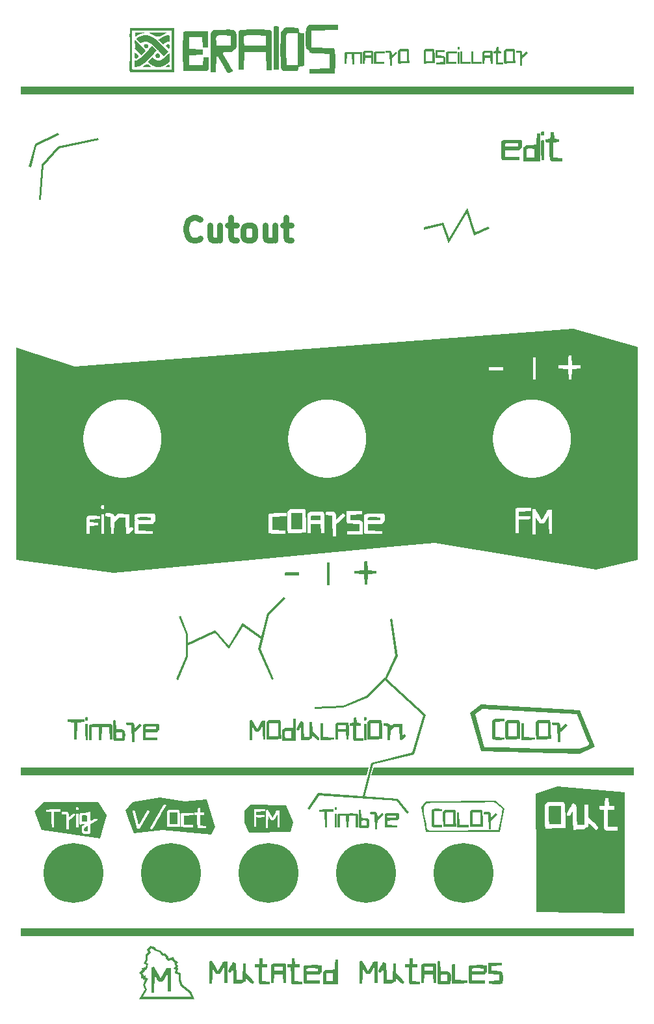
<source format=gbr>
G04 #@! TF.FileFunction,Copper,L1,Top,Signal*
%FSLAX46Y46*%
G04 Gerber Fmt 4.6, Leading zero omitted, Abs format (unit mm)*
G04 Created by KiCad (PCBNEW 4.0.1-stable) date Donnerstag, 28. April 2016 'u16' 11:16:14*
%MOMM*%
G01*
G04 APERTURE LIST*
%ADD10C,0.150000*%
%ADD11C,0.750000*%
%ADD12C,7.800000*%
G04 APERTURE END LIST*
D10*
D11*
X104817856Y-60646429D02*
X104674999Y-60789286D01*
X104246428Y-60932143D01*
X103960714Y-60932143D01*
X103532142Y-60789286D01*
X103246428Y-60503571D01*
X103103571Y-60217857D01*
X102960714Y-59646429D01*
X102960714Y-59217857D01*
X103103571Y-58646429D01*
X103246428Y-58360714D01*
X103532142Y-58075000D01*
X103960714Y-57932143D01*
X104246428Y-57932143D01*
X104674999Y-58075000D01*
X104817856Y-58217857D01*
X107389285Y-58932143D02*
X107389285Y-60932143D01*
X106103571Y-58932143D02*
X106103571Y-60503571D01*
X106246428Y-60789286D01*
X106532142Y-60932143D01*
X106960714Y-60932143D01*
X107246428Y-60789286D01*
X107389285Y-60646429D01*
X108389285Y-58932143D02*
X109532142Y-58932143D01*
X108817857Y-57932143D02*
X108817857Y-60503571D01*
X108960714Y-60789286D01*
X109246428Y-60932143D01*
X109532142Y-60932143D01*
X110960714Y-60932143D02*
X110675000Y-60789286D01*
X110532143Y-60646429D01*
X110389286Y-60360714D01*
X110389286Y-59503571D01*
X110532143Y-59217857D01*
X110675000Y-59075000D01*
X110960714Y-58932143D01*
X111389286Y-58932143D01*
X111675000Y-59075000D01*
X111817857Y-59217857D01*
X111960714Y-59503571D01*
X111960714Y-60360714D01*
X111817857Y-60646429D01*
X111675000Y-60789286D01*
X111389286Y-60932143D01*
X110960714Y-60932143D01*
X114532143Y-58932143D02*
X114532143Y-60932143D01*
X113246429Y-58932143D02*
X113246429Y-60503571D01*
X113389286Y-60789286D01*
X113675000Y-60932143D01*
X114103572Y-60932143D01*
X114389286Y-60789286D01*
X114532143Y-60646429D01*
X115532143Y-58932143D02*
X116675000Y-58932143D01*
X115960715Y-57932143D02*
X115960715Y-60503571D01*
X116103572Y-60789286D01*
X116389286Y-60932143D01*
X116675000Y-60932143D01*
D10*
G36*
X149899828Y-97227587D02*
X150199138Y-97227023D01*
X150197583Y-97204937D01*
X150196149Y-97179091D01*
X150194816Y-97150143D01*
X150193562Y-97118751D01*
X150192367Y-97085574D01*
X150191210Y-97051269D01*
X150190068Y-97016494D01*
X150188922Y-96981908D01*
X150187749Y-96948169D01*
X150186529Y-96915934D01*
X150185241Y-96885863D01*
X150183864Y-96858612D01*
X150182376Y-96834840D01*
X150180756Y-96815205D01*
X150178984Y-96800366D01*
X150177037Y-96790979D01*
X150174895Y-96787704D01*
X150167243Y-96789419D01*
X150158400Y-96794564D01*
X150148368Y-96803139D01*
X150137152Y-96815143D01*
X150124753Y-96830577D01*
X150111175Y-96849441D01*
X150096422Y-96871735D01*
X150080495Y-96897458D01*
X150063399Y-96926611D01*
X150045136Y-96959194D01*
X150025709Y-96995207D01*
X150005122Y-97034649D01*
X149987816Y-97066990D01*
X149972378Y-97095632D01*
X149958467Y-97121249D01*
X149945741Y-97144517D01*
X149933857Y-97166109D01*
X149922473Y-97186699D01*
X149911248Y-97206963D01*
X149899839Y-97227573D01*
X149899828Y-97227587D01*
X149899828Y-97227587D01*
G37*
G36*
X149290736Y-97229241D02*
X149299541Y-97239175D01*
X149310576Y-97229241D01*
X149290736Y-97229241D01*
X149290736Y-97229241D01*
G37*
G36*
X148539429Y-97230895D02*
X148701487Y-97230895D01*
X148684791Y-97205527D01*
X148667327Y-97178258D01*
X148649530Y-97150166D01*
X148631833Y-97122326D01*
X148614672Y-97095815D01*
X148598481Y-97071710D01*
X148583695Y-97051088D01*
X148570747Y-97035025D01*
X148560073Y-97024597D01*
X148552106Y-97020882D01*
X148549943Y-97028782D01*
X148548194Y-97049841D01*
X148546735Y-97080103D01*
X148545442Y-97115608D01*
X148544191Y-97152398D01*
X148542855Y-97186515D01*
X148541311Y-97214000D01*
X148539435Y-97230895D01*
X148539429Y-97230895D01*
X148539429Y-97230895D01*
G37*
G36*
X93819185Y-97372559D02*
X95088634Y-97369257D01*
X95078164Y-96985610D01*
X94210551Y-96956947D01*
X93819187Y-97372565D01*
X93819185Y-97372559D01*
X93819185Y-97372559D01*
G37*
G36*
X161793400Y-97196721D02*
X150654442Y-97225383D01*
X150654442Y-99052662D01*
X150252055Y-99052662D01*
X150238283Y-97923773D01*
X150237530Y-97869981D01*
X150236659Y-97819935D01*
X150235676Y-97773429D01*
X150234588Y-97730255D01*
X150233402Y-97690207D01*
X150232123Y-97653078D01*
X150230758Y-97618661D01*
X150229315Y-97586749D01*
X150227800Y-97557136D01*
X150226219Y-97529613D01*
X150224580Y-97503975D01*
X150222888Y-97480014D01*
X150221150Y-97457524D01*
X150219373Y-97436297D01*
X150217564Y-97416128D01*
X150215729Y-97396808D01*
X150213875Y-97378131D01*
X150212008Y-97359890D01*
X150210136Y-97341879D01*
X150208264Y-97323890D01*
X150206399Y-97305716D01*
X150204549Y-97287151D01*
X150202719Y-97267987D01*
X150200916Y-97248018D01*
X150199147Y-97227037D01*
X149899836Y-97227601D01*
X149888643Y-97248051D01*
X149875974Y-97271407D01*
X149863224Y-97294902D01*
X149851788Y-97315766D01*
X149843061Y-97331231D01*
X149832032Y-97352714D01*
X149820114Y-97374835D01*
X149807308Y-97397603D01*
X149793618Y-97421024D01*
X149779046Y-97445106D01*
X149763594Y-97469858D01*
X149747265Y-97495287D01*
X149730062Y-97521400D01*
X149709892Y-97554555D01*
X149691706Y-97583447D01*
X149675492Y-97608052D01*
X149661238Y-97628345D01*
X149648932Y-97644301D01*
X149638560Y-97655896D01*
X149625297Y-97667327D01*
X149606700Y-97680481D01*
X149582812Y-97695398D01*
X149553674Y-97712121D01*
X149523246Y-97724913D01*
X149495465Y-97735054D01*
X149470330Y-97742549D01*
X149447840Y-97747398D01*
X149313895Y-97747398D01*
X149024507Y-97761735D01*
X148812840Y-97387461D01*
X148792978Y-97353195D01*
X148776516Y-97327339D01*
X148762602Y-97307787D01*
X148750386Y-97292433D01*
X148739018Y-97279174D01*
X148727647Y-97265904D01*
X148715423Y-97250520D01*
X148701495Y-97230915D01*
X148539437Y-97230915D01*
X148537229Y-97242011D01*
X148535036Y-97253563D01*
X148532861Y-97265639D01*
X148530705Y-97278307D01*
X148528571Y-97291636D01*
X148526462Y-97305693D01*
X148524379Y-97320546D01*
X148522325Y-97336264D01*
X148520301Y-97352914D01*
X148518311Y-97370566D01*
X148516356Y-97389286D01*
X148514439Y-97409143D01*
X148512562Y-97430205D01*
X148510727Y-97452540D01*
X148508937Y-97476216D01*
X148507193Y-97501302D01*
X148505499Y-97527865D01*
X148503855Y-97555974D01*
X148502265Y-97585696D01*
X148500731Y-97617100D01*
X148499255Y-97650254D01*
X148497839Y-97685226D01*
X148496485Y-97722084D01*
X148495196Y-97760896D01*
X148493974Y-97801730D01*
X148492821Y-97844655D01*
X148491740Y-97889738D01*
X148490733Y-97937047D01*
X148489801Y-97986651D01*
X148488948Y-98038618D01*
X148488175Y-98093016D01*
X148474402Y-99165681D01*
X148072015Y-99165681D01*
X148072015Y-97232569D01*
X146290488Y-97236971D01*
X146262914Y-98996449D01*
X145861078Y-98996449D01*
X145846741Y-97415564D01*
X145846430Y-97380084D01*
X145846396Y-97353534D01*
X145846534Y-97332580D01*
X145846741Y-97313890D01*
X145846914Y-97294131D01*
X145846948Y-97269969D01*
X145846741Y-97238072D01*
X128831829Y-97282169D01*
X128830800Y-97306830D01*
X128829902Y-97332636D01*
X128828858Y-97357355D01*
X128827391Y-97378759D01*
X128825225Y-97394618D01*
X128819348Y-97425404D01*
X128811118Y-97451903D01*
X128800534Y-97474102D01*
X128787598Y-97491990D01*
X128772309Y-97505554D01*
X128754669Y-97514782D01*
X128734810Y-97523835D01*
X128715995Y-97535322D01*
X128698226Y-97549244D01*
X128681501Y-97565603D01*
X128665822Y-97584400D01*
X128651188Y-97605638D01*
X128637600Y-97629317D01*
X128625056Y-97655439D01*
X128613558Y-97684006D01*
X128604364Y-97708778D01*
X128592907Y-97730681D01*
X128579171Y-97749709D01*
X128563139Y-97765859D01*
X128544796Y-97779128D01*
X128524126Y-97789511D01*
X128501112Y-97797005D01*
X128493401Y-97798749D01*
X128484380Y-97800451D01*
X128474049Y-97802112D01*
X128462408Y-97803732D01*
X128449457Y-97805310D01*
X128435195Y-97806847D01*
X128419624Y-97808343D01*
X128402743Y-97809797D01*
X128384553Y-97811210D01*
X128365052Y-97812581D01*
X128344242Y-97813911D01*
X128322123Y-97815199D01*
X128298694Y-97816446D01*
X128273955Y-97817652D01*
X128247907Y-97818816D01*
X128220550Y-97819939D01*
X128191884Y-97821021D01*
X128161909Y-97822061D01*
X128130624Y-97823060D01*
X128098031Y-97824017D01*
X128064129Y-97824933D01*
X128028918Y-97825808D01*
X127992398Y-97826642D01*
X127954569Y-97827434D01*
X127915432Y-97828184D01*
X127874986Y-97828894D01*
X127833231Y-97829562D01*
X127790168Y-97830189D01*
X127745797Y-97830774D01*
X127700117Y-97831318D01*
X127653130Y-97831821D01*
X127604834Y-97832282D01*
X126638002Y-97846055D01*
X126638002Y-98650278D01*
X128529224Y-98707053D01*
X128529224Y-99108889D01*
X127442779Y-99108889D01*
X127392450Y-99108870D01*
X127343197Y-99108813D01*
X127295018Y-99108717D01*
X127247914Y-99108584D01*
X127201885Y-99108412D01*
X127156930Y-99108202D01*
X127113051Y-99107954D01*
X127070247Y-99107667D01*
X127028519Y-99107343D01*
X126987865Y-99106980D01*
X126948287Y-99106579D01*
X126909784Y-99106140D01*
X126872357Y-99105663D01*
X126836005Y-99105148D01*
X126800728Y-99104594D01*
X126766528Y-99104002D01*
X126733403Y-99103372D01*
X126701354Y-99102705D01*
X126670380Y-99101998D01*
X126640483Y-99101254D01*
X126611662Y-99100472D01*
X126583916Y-99099651D01*
X126557247Y-99098792D01*
X126531654Y-99097895D01*
X126507137Y-99096960D01*
X126483697Y-99095987D01*
X126461333Y-99094976D01*
X126440045Y-99093927D01*
X126419834Y-99092839D01*
X126400699Y-99091714D01*
X126382641Y-99090550D01*
X126365660Y-99089348D01*
X126349755Y-99088108D01*
X126334927Y-99086830D01*
X126321177Y-99085513D01*
X126308503Y-99084159D01*
X126296906Y-99082767D01*
X126286386Y-99081336D01*
X126276944Y-99079867D01*
X126268579Y-99078360D01*
X126261291Y-99076815D01*
X126255080Y-99075232D01*
X126249947Y-99073611D01*
X126237680Y-99066281D01*
X126226275Y-99055580D01*
X126215729Y-99041505D01*
X126206037Y-99024053D01*
X126197197Y-99003218D01*
X126189203Y-98978996D01*
X126182051Y-98951384D01*
X126175739Y-98920378D01*
X126170261Y-98885972D01*
X126165613Y-98848164D01*
X126164861Y-98836655D01*
X126164128Y-98824250D01*
X126163415Y-98810948D01*
X126162722Y-98796750D01*
X126162049Y-98781654D01*
X126161395Y-98765662D01*
X126160761Y-98748773D01*
X126160147Y-98730987D01*
X126159554Y-98712305D01*
X126158980Y-98692726D01*
X126158426Y-98672250D01*
X126157893Y-98650877D01*
X126157379Y-98628607D01*
X126156886Y-98605441D01*
X126156414Y-98581378D01*
X126155962Y-98556418D01*
X126155530Y-98530562D01*
X126155118Y-98503808D01*
X126154728Y-98476158D01*
X126154358Y-98447611D01*
X126154008Y-98418168D01*
X126153680Y-98387827D01*
X126153372Y-98356590D01*
X126153085Y-98324456D01*
X126152818Y-98291425D01*
X126152573Y-98257498D01*
X126152349Y-98222673D01*
X126152146Y-98186952D01*
X126151964Y-98150335D01*
X126151803Y-98112820D01*
X126151664Y-98074409D01*
X126151546Y-98035100D01*
X126151449Y-97994896D01*
X126151373Y-97953794D01*
X126151320Y-97911795D01*
X126151287Y-97868900D01*
X126151276Y-97825108D01*
X126151276Y-97288776D01*
X124912696Y-97292078D01*
X125027902Y-97295944D01*
X125072109Y-97296665D01*
X125114689Y-97297482D01*
X125155640Y-97298395D01*
X125194962Y-97299403D01*
X125232656Y-97300507D01*
X125268719Y-97301706D01*
X125303153Y-97303002D01*
X125335957Y-97304393D01*
X125367130Y-97305881D01*
X125396671Y-97307464D01*
X125424581Y-97309143D01*
X125450859Y-97310918D01*
X125475504Y-97312790D01*
X125498516Y-97314757D01*
X125519895Y-97316821D01*
X125539640Y-97318980D01*
X125557751Y-97321236D01*
X125574227Y-97323588D01*
X125589068Y-97326036D01*
X125602274Y-97328581D01*
X125613843Y-97331222D01*
X125636485Y-97336443D01*
X125659257Y-97343640D01*
X125682163Y-97352812D01*
X125705205Y-97363960D01*
X125728385Y-97377084D01*
X125751706Y-97392183D01*
X125775171Y-97409257D01*
X125798783Y-97428307D01*
X125822544Y-97449332D01*
X125846457Y-97472333D01*
X125868675Y-97494078D01*
X125889149Y-97515698D01*
X125907877Y-97537193D01*
X125924859Y-97558567D01*
X125940092Y-97579821D01*
X125953577Y-97600958D01*
X125965312Y-97621979D01*
X125975296Y-97642886D01*
X125983528Y-97663682D01*
X125990008Y-97684368D01*
X125994733Y-97704946D01*
X125996459Y-97715090D01*
X125998110Y-97726706D01*
X125999685Y-97739793D01*
X126001184Y-97754352D01*
X126002609Y-97770383D01*
X126003958Y-97787884D01*
X126005233Y-97806857D01*
X126006434Y-97827301D01*
X126007560Y-97849215D01*
X126008612Y-97872600D01*
X126009591Y-97897455D01*
X126010495Y-97923780D01*
X126011327Y-97951575D01*
X126012084Y-97980839D01*
X126012769Y-98011574D01*
X126013381Y-98043777D01*
X126013920Y-98077450D01*
X126014387Y-98112591D01*
X126014781Y-98149202D01*
X126015103Y-98187281D01*
X126015353Y-98226828D01*
X126015532Y-98267843D01*
X126015639Y-98310327D01*
X126015674Y-98354278D01*
X126015575Y-98403130D01*
X126015276Y-98450423D01*
X126014778Y-98496156D01*
X126014081Y-98540329D01*
X126013184Y-98582942D01*
X126012087Y-98623995D01*
X126010791Y-98663488D01*
X126009294Y-98701421D01*
X126007597Y-98737795D01*
X126005699Y-98772608D01*
X126003601Y-98805860D01*
X126001303Y-98837553D01*
X125998803Y-98867685D01*
X125996102Y-98896257D01*
X125993200Y-98923268D01*
X125990096Y-98948719D01*
X125986790Y-98972610D01*
X125983283Y-98994940D01*
X125979574Y-99015709D01*
X125975663Y-99034917D01*
X125971549Y-99052565D01*
X125967233Y-99068652D01*
X125962715Y-99083178D01*
X125957993Y-99096144D01*
X125953069Y-99107548D01*
X125947941Y-99117391D01*
X125942610Y-99125673D01*
X125937076Y-99132394D01*
X125931338Y-99137554D01*
X125926513Y-99140929D01*
X125920428Y-99144190D01*
X125913085Y-99147335D01*
X125904482Y-99150366D01*
X125894620Y-99153283D01*
X125883499Y-99156085D01*
X125871120Y-99158772D01*
X125857481Y-99161346D01*
X125842584Y-99163805D01*
X125826429Y-99166150D01*
X125809015Y-99168381D01*
X125790343Y-99170498D01*
X125770412Y-99172501D01*
X125749224Y-99174391D01*
X125726777Y-99176166D01*
X125703073Y-99177828D01*
X125678111Y-99179376D01*
X125651891Y-99180811D01*
X125624414Y-99182133D01*
X125595679Y-99183341D01*
X125565687Y-99184436D01*
X125534437Y-99185417D01*
X125501931Y-99186286D01*
X125468167Y-99187041D01*
X125433147Y-99187684D01*
X125396869Y-99188214D01*
X125359335Y-99188630D01*
X125320544Y-99188935D01*
X125280497Y-99189126D01*
X125239193Y-99189205D01*
X125196634Y-99189172D01*
X125152817Y-99189026D01*
X125107745Y-99188768D01*
X125061417Y-99188397D01*
X125013833Y-99187915D01*
X124964993Y-99187320D01*
X124914897Y-99186613D01*
X123976729Y-99165672D01*
X123976729Y-98763285D01*
X125528951Y-98707061D01*
X125528951Y-97789839D01*
X123920504Y-97733064D01*
X123900664Y-97294849D01*
X123122349Y-97296543D01*
X123089921Y-97327973D01*
X123058202Y-97358601D01*
X123027221Y-97388393D01*
X122997009Y-97417314D01*
X122967597Y-97445328D01*
X122939015Y-97472400D01*
X122911293Y-97498494D01*
X122884463Y-97523576D01*
X122858555Y-97547611D01*
X122833599Y-97570562D01*
X122809627Y-97592395D01*
X122786667Y-97613075D01*
X122764752Y-97632567D01*
X122743912Y-97650834D01*
X122724176Y-97667843D01*
X122705577Y-97683557D01*
X122688144Y-97697942D01*
X122671908Y-97710962D01*
X122656899Y-97722582D01*
X122643148Y-97732767D01*
X122630686Y-97741482D01*
X122619543Y-97748692D01*
X122609750Y-97754360D01*
X122601337Y-97758453D01*
X122594335Y-97760934D01*
X122588774Y-97761769D01*
X122584413Y-97762596D01*
X122580150Y-97765076D01*
X122575984Y-97769210D01*
X122571916Y-97774998D01*
X122567945Y-97782440D01*
X122564072Y-97791535D01*
X122560296Y-97802283D01*
X122556617Y-97814686D01*
X122553035Y-97828742D01*
X122549550Y-97844451D01*
X122546163Y-97861815D01*
X122542872Y-97880832D01*
X122539678Y-97901502D01*
X122536580Y-97923826D01*
X122533580Y-97947804D01*
X122530675Y-97973436D01*
X122527868Y-98000721D01*
X122525156Y-98029660D01*
X122522541Y-98060252D01*
X122520022Y-98092498D01*
X122517600Y-98126398D01*
X122515273Y-98161951D01*
X122513042Y-98199158D01*
X122510907Y-98238019D01*
X122508868Y-98278533D01*
X122506925Y-98320701D01*
X122505078Y-98364523D01*
X122503326Y-98409998D01*
X122501669Y-98457127D01*
X122500108Y-98505910D01*
X122498642Y-98556346D01*
X122497272Y-98608436D01*
X122482935Y-99455102D01*
X122080548Y-99455102D01*
X122036451Y-97299850D01*
X120984730Y-97302108D01*
X120985108Y-97324735D01*
X120985497Y-97346948D01*
X120985889Y-97368970D01*
X120986274Y-97391029D01*
X120986647Y-97413347D01*
X120986997Y-97436150D01*
X120987318Y-97459663D01*
X120987602Y-97484110D01*
X120987839Y-97509718D01*
X120988024Y-97536709D01*
X120988146Y-97565310D01*
X120988199Y-97595745D01*
X120988174Y-97628239D01*
X120988063Y-97663016D01*
X120987859Y-97700303D01*
X120987552Y-97740323D01*
X120973780Y-98996542D01*
X120571393Y-98996542D01*
X120515169Y-97789932D01*
X119251784Y-97789932D01*
X119195560Y-98996542D01*
X118793173Y-98996542D01*
X118774433Y-97308170D01*
X118588124Y-97308735D01*
X118589405Y-97340120D01*
X118590988Y-97366253D01*
X118592805Y-97388317D01*
X118594788Y-97407499D01*
X118596870Y-97424980D01*
X118598983Y-97441946D01*
X118601059Y-97459580D01*
X118603032Y-97479068D01*
X118604833Y-97501592D01*
X118606394Y-97528337D01*
X118607649Y-97560487D01*
X118608529Y-97599226D01*
X118629470Y-98939782D01*
X117450972Y-98975059D01*
X117398001Y-98976633D01*
X117346204Y-98978150D01*
X117295582Y-98979608D01*
X117246133Y-98981009D01*
X117197858Y-98982353D01*
X117150758Y-98983638D01*
X117104831Y-98984866D01*
X117060079Y-98986036D01*
X117016500Y-98987148D01*
X116974095Y-98988202D01*
X116932864Y-98989198D01*
X116892807Y-98990136D01*
X116853924Y-98991016D01*
X116816215Y-98991838D01*
X116779679Y-98992603D01*
X116744317Y-98993309D01*
X116710128Y-98993957D01*
X116677114Y-98994547D01*
X116645273Y-98995079D01*
X116614605Y-98995552D01*
X116585111Y-98995968D01*
X116556791Y-98996325D01*
X116529644Y-98996624D01*
X116503670Y-98996864D01*
X116478870Y-98997047D01*
X116455244Y-98997171D01*
X116432790Y-98997236D01*
X116411511Y-98997244D01*
X116391404Y-98997193D01*
X116372471Y-98997083D01*
X116354710Y-98996915D01*
X116338124Y-98996688D01*
X116322710Y-98996403D01*
X116308469Y-98996060D01*
X116295402Y-98995657D01*
X116283508Y-98995197D01*
X116272786Y-98994677D01*
X116263238Y-98994099D01*
X116254863Y-98993462D01*
X116247661Y-98992766D01*
X116241632Y-98992012D01*
X116236775Y-98991199D01*
X116233092Y-98990327D01*
X116230581Y-98989396D01*
X116228940Y-98987604D01*
X116227341Y-98984453D01*
X116225783Y-98979958D01*
X116224266Y-98974133D01*
X116222790Y-98966994D01*
X116221353Y-98958554D01*
X116219957Y-98948828D01*
X116218599Y-98937831D01*
X116217281Y-98925578D01*
X116216001Y-98912082D01*
X116214759Y-98897359D01*
X116213554Y-98881424D01*
X116212387Y-98864290D01*
X116211257Y-98845972D01*
X116210163Y-98826486D01*
X116209104Y-98805845D01*
X116208082Y-98784064D01*
X116207094Y-98761157D01*
X116206141Y-98737141D01*
X116205223Y-98712028D01*
X116204338Y-98685833D01*
X116203487Y-98658572D01*
X116202668Y-98630258D01*
X116201882Y-98600906D01*
X116201129Y-98570532D01*
X116200407Y-98539148D01*
X116199716Y-98506771D01*
X116199057Y-98473415D01*
X116198428Y-98439093D01*
X116197829Y-98403822D01*
X116197260Y-98367614D01*
X116196719Y-98330486D01*
X116196208Y-98292452D01*
X116195725Y-98253525D01*
X116195271Y-98213721D01*
X116194843Y-98173055D01*
X116194443Y-98131540D01*
X116194070Y-98089192D01*
X116193723Y-98046025D01*
X116193402Y-98002054D01*
X116193106Y-97957293D01*
X116192835Y-97911757D01*
X116192590Y-97865461D01*
X116192368Y-97818418D01*
X116192170Y-97770644D01*
X116191996Y-97722154D01*
X116191752Y-97696748D01*
X116191278Y-97679270D01*
X116190654Y-97666945D01*
X116189962Y-97656996D01*
X116189282Y-97646648D01*
X116188696Y-97633125D01*
X116188284Y-97613651D01*
X116188129Y-97585451D01*
X116188129Y-97314805D01*
X114202651Y-97319772D01*
X114202651Y-98068322D01*
X114202651Y-98594181D01*
X115924096Y-98650405D01*
X115924096Y-99052792D01*
X114887260Y-99052792D01*
X114837564Y-99052766D01*
X114788977Y-99052690D01*
X114741498Y-99052563D01*
X114695127Y-99052386D01*
X114649864Y-99052158D01*
X114605710Y-99051879D01*
X114562663Y-99051549D01*
X114520724Y-99051169D01*
X114479894Y-99050738D01*
X114440171Y-99050257D01*
X114401557Y-99049725D01*
X114364050Y-99049142D01*
X114327652Y-99048509D01*
X114292362Y-99047825D01*
X114258179Y-99047091D01*
X114225105Y-99046307D01*
X114193139Y-99045472D01*
X114162281Y-99044586D01*
X114132531Y-99043651D01*
X114103889Y-99042664D01*
X114076356Y-99041628D01*
X114049930Y-99040541D01*
X114024612Y-99039404D01*
X114000403Y-99038216D01*
X113977301Y-99036978D01*
X113955307Y-99035690D01*
X113934422Y-99034351D01*
X113914645Y-99032963D01*
X113895975Y-99031524D01*
X113878414Y-99030035D01*
X113861961Y-99028496D01*
X113846615Y-99026906D01*
X113832378Y-99025267D01*
X113819249Y-99023577D01*
X113807228Y-99021838D01*
X113796315Y-99020048D01*
X113786510Y-99018208D01*
X113777813Y-99016318D01*
X113770224Y-99014378D01*
X113763744Y-99012388D01*
X113758371Y-99010348D01*
X113744819Y-99003076D01*
X113732385Y-98992553D01*
X113721072Y-98978782D01*
X113710883Y-98961763D01*
X113701819Y-98941498D01*
X113693884Y-98917988D01*
X113687080Y-98891233D01*
X113681410Y-98861236D01*
X113676877Y-98827996D01*
X113673484Y-98791516D01*
X113672794Y-98779768D01*
X113672215Y-98765537D01*
X113671739Y-98748976D01*
X113671360Y-98730234D01*
X113671070Y-98709462D01*
X113670864Y-98686812D01*
X113670734Y-98662433D01*
X113670674Y-98636477D01*
X113670676Y-98609094D01*
X113670735Y-98580436D01*
X113670842Y-98550652D01*
X113670992Y-98519894D01*
X113671177Y-98488313D01*
X113671391Y-98456058D01*
X113671627Y-98423282D01*
X113671878Y-98390135D01*
X113672137Y-98356767D01*
X113672397Y-98323330D01*
X113672653Y-98289973D01*
X113672896Y-98256849D01*
X113673120Y-98224107D01*
X113673318Y-98191898D01*
X113673484Y-98160374D01*
X113673586Y-98131201D01*
X113673569Y-98104689D01*
X113673457Y-98080294D01*
X113673274Y-98057471D01*
X113673045Y-98035677D01*
X113672793Y-98014369D01*
X113672543Y-97993001D01*
X113672318Y-97971031D01*
X113672143Y-97947915D01*
X113672042Y-97923108D01*
X113672038Y-97896066D01*
X113672156Y-97866247D01*
X113672421Y-97833105D01*
X113672855Y-97796097D01*
X113673484Y-97754680D01*
X113678451Y-97321426D01*
X98947224Y-97359458D01*
X98946201Y-97377492D01*
X98944967Y-97394736D01*
X98939090Y-97425522D01*
X98930860Y-97452021D01*
X98920276Y-97474221D01*
X98907340Y-97492109D01*
X98892051Y-97505673D01*
X98874411Y-97514901D01*
X98854551Y-97523954D01*
X98835737Y-97535440D01*
X98817968Y-97549362D01*
X98801243Y-97565721D01*
X98785564Y-97584519D01*
X98770930Y-97605756D01*
X98757342Y-97629435D01*
X98744798Y-97655557D01*
X98733300Y-97684124D01*
X98724106Y-97708897D01*
X98712649Y-97730799D01*
X98698913Y-97749828D01*
X98682881Y-97765978D01*
X98664538Y-97779247D01*
X98643868Y-97789629D01*
X98620854Y-97797123D01*
X98613143Y-97798867D01*
X98604122Y-97800570D01*
X98593791Y-97802231D01*
X98582149Y-97803851D01*
X98569197Y-97805429D01*
X98554936Y-97806966D01*
X98539364Y-97808461D01*
X98522483Y-97809915D01*
X98504291Y-97811328D01*
X98484790Y-97812699D01*
X98463980Y-97814029D01*
X98441859Y-97815318D01*
X98418430Y-97816565D01*
X98393691Y-97817771D01*
X98367643Y-97818935D01*
X98340285Y-97820058D01*
X98311618Y-97821139D01*
X98281643Y-97822180D01*
X98250358Y-97823178D01*
X98217764Y-97824136D01*
X98183862Y-97825052D01*
X98148651Y-97825927D01*
X98112131Y-97826760D01*
X98074303Y-97827552D01*
X98035166Y-97828303D01*
X97994720Y-97829012D01*
X97952967Y-97829680D01*
X97909905Y-97830307D01*
X97865534Y-97830893D01*
X97819856Y-97831437D01*
X97772870Y-97831939D01*
X97724576Y-97832401D01*
X96757744Y-97846173D01*
X96757744Y-98650397D01*
X98648966Y-98707171D01*
X98648966Y-99109008D01*
X97562521Y-99109008D01*
X97512192Y-99108989D01*
X97462939Y-99108931D01*
X97414760Y-99108836D01*
X97367656Y-99108702D01*
X97321627Y-99108530D01*
X97276672Y-99108320D01*
X97232793Y-99108072D01*
X97189989Y-99107786D01*
X97148261Y-99107461D01*
X97107607Y-99107099D01*
X97068029Y-99106698D01*
X97029526Y-99106259D01*
X96992099Y-99105781D01*
X96955747Y-99105266D01*
X96920470Y-99104713D01*
X96886270Y-99104121D01*
X96853145Y-99103491D01*
X96821096Y-99102823D01*
X96790122Y-99102117D01*
X96760225Y-99101373D01*
X96731404Y-99100590D01*
X96703658Y-99099770D01*
X96676989Y-99098911D01*
X96651396Y-99098014D01*
X96626879Y-99097079D01*
X96603439Y-99096106D01*
X96581074Y-99095095D01*
X96559787Y-99094045D01*
X96539576Y-99092958D01*
X96520441Y-99091832D01*
X96502383Y-99090668D01*
X96485402Y-99089466D01*
X96469497Y-99088226D01*
X96454669Y-99086948D01*
X96440919Y-99085632D01*
X96428245Y-99084278D01*
X96416648Y-99082885D01*
X96406128Y-99081454D01*
X96396686Y-99079986D01*
X96388321Y-99078479D01*
X96381033Y-99076934D01*
X96374822Y-99075351D01*
X96369689Y-99073730D01*
X96357421Y-99066399D01*
X96346017Y-99055698D01*
X96335471Y-99041624D01*
X96325779Y-99024171D01*
X96316939Y-99003336D01*
X96308945Y-98979115D01*
X96301793Y-98951503D01*
X96295481Y-98920496D01*
X96290003Y-98886091D01*
X96285355Y-98848282D01*
X96284603Y-98836774D01*
X96283870Y-98824369D01*
X96283157Y-98811067D01*
X96282464Y-98796868D01*
X96281791Y-98781773D01*
X96281137Y-98765781D01*
X96280503Y-98748892D01*
X96279889Y-98731106D01*
X96279296Y-98712424D01*
X96278722Y-98692844D01*
X96278168Y-98672368D01*
X96277635Y-98650996D01*
X96277121Y-98628726D01*
X96276628Y-98605560D01*
X96276156Y-98581497D01*
X96275704Y-98556537D01*
X96275272Y-98530680D01*
X96274860Y-98503927D01*
X96274470Y-98476277D01*
X96274100Y-98447730D01*
X96273750Y-98418286D01*
X96273422Y-98387946D01*
X96273114Y-98356709D01*
X96272827Y-98324575D01*
X96272560Y-98291544D01*
X96272315Y-98257616D01*
X96272091Y-98222792D01*
X96271888Y-98187071D01*
X96271706Y-98150453D01*
X96271545Y-98112939D01*
X96271406Y-98074527D01*
X96271288Y-98035219D01*
X96271191Y-97995014D01*
X96271115Y-97953912D01*
X96271062Y-97911914D01*
X96271029Y-97869019D01*
X96271018Y-97825227D01*
X96271018Y-97366065D01*
X95572078Y-97368323D01*
X95572078Y-97373826D01*
X95570854Y-97423999D01*
X95569749Y-97472745D01*
X95568762Y-97520064D01*
X95567893Y-97565957D01*
X95567143Y-97610424D01*
X95566510Y-97653464D01*
X95565995Y-97695079D01*
X95565597Y-97735267D01*
X95565318Y-97774029D01*
X95565155Y-97811366D01*
X95565110Y-97847276D01*
X95565183Y-97881761D01*
X95565372Y-97914820D01*
X95565678Y-97946453D01*
X95566102Y-97976661D01*
X95566642Y-98005444D01*
X95567299Y-98032801D01*
X95568072Y-98058732D01*
X95568962Y-98083239D01*
X95569968Y-98106320D01*
X95571090Y-98127976D01*
X95572329Y-98148207D01*
X95573683Y-98167013D01*
X95575154Y-98184394D01*
X95576740Y-98200351D01*
X95578442Y-98214882D01*
X95580259Y-98227989D01*
X95582192Y-98239672D01*
X95584240Y-98249930D01*
X95586403Y-98258763D01*
X95588682Y-98266172D01*
X95591075Y-98272157D01*
X95593583Y-98276717D01*
X95612346Y-98301778D01*
X95631053Y-98311134D01*
X95649808Y-98304827D01*
X95668359Y-98290746D01*
X95688720Y-98276711D01*
X95710847Y-98262678D01*
X95734694Y-98248602D01*
X95754439Y-98235025D01*
X95774168Y-98222526D01*
X95793891Y-98211138D01*
X95813619Y-98200894D01*
X95833362Y-98191828D01*
X95853930Y-98183088D01*
X95876144Y-98179448D01*
X95900035Y-98180896D01*
X95925635Y-98187416D01*
X95952976Y-98198996D01*
X95972274Y-98209145D01*
X95991358Y-98221957D01*
X96010227Y-98237427D01*
X96028879Y-98255548D01*
X96047310Y-98276315D01*
X96065518Y-98299723D01*
X96083500Y-98325766D01*
X96101253Y-98354439D01*
X96112809Y-98374038D01*
X96119257Y-98395205D01*
X96120603Y-98417939D01*
X96116853Y-98442241D01*
X96108011Y-98468112D01*
X96094085Y-98495550D01*
X96086273Y-98507248D01*
X96076950Y-98520167D01*
X96066114Y-98534307D01*
X96053767Y-98549669D01*
X96039908Y-98566254D01*
X96024537Y-98584061D01*
X96007654Y-98603092D01*
X95989259Y-98623347D01*
X95969353Y-98644826D01*
X95947934Y-98667530D01*
X95925004Y-98691460D01*
X95900561Y-98716616D01*
X95874607Y-98742997D01*
X95847140Y-98770606D01*
X95820365Y-98798110D01*
X95794601Y-98824177D01*
X95769846Y-98848805D01*
X95746100Y-98871994D01*
X95723362Y-98893744D01*
X95701631Y-98914053D01*
X95680904Y-98932921D01*
X95661181Y-98950347D01*
X95642462Y-98966330D01*
X95624744Y-98980869D01*
X95608026Y-98993964D01*
X95592308Y-99005613D01*
X95577588Y-99015817D01*
X95563864Y-99024573D01*
X95551137Y-99031882D01*
X95531709Y-99042146D01*
X95511055Y-99050990D01*
X95489177Y-99058423D01*
X95466076Y-99064451D01*
X95441756Y-99069081D01*
X95416217Y-99072322D01*
X95389460Y-99074179D01*
X95361489Y-99074661D01*
X95332305Y-99073775D01*
X95134969Y-99052834D01*
X95088668Y-97369424D01*
X93819218Y-97372726D01*
X93638972Y-97563996D01*
X93582747Y-99109053D01*
X93180360Y-99109053D01*
X93136816Y-97374380D01*
X92325978Y-97376637D01*
X92325978Y-99109106D01*
X91924141Y-99109106D01*
X91909804Y-97874384D01*
X91909336Y-97827604D01*
X91909052Y-97785827D01*
X91908933Y-97748575D01*
X91908963Y-97715370D01*
X91909124Y-97685734D01*
X91909399Y-97659188D01*
X91909770Y-97635254D01*
X91910218Y-97613455D01*
X91910728Y-97593311D01*
X91911281Y-97574345D01*
X91911860Y-97556078D01*
X91912447Y-97538033D01*
X91913024Y-97519730D01*
X91913574Y-97500693D01*
X91914080Y-97480441D01*
X91914524Y-97458499D01*
X91914888Y-97434386D01*
X91915155Y-97407625D01*
X91915308Y-97377738D01*
X90439703Y-97381604D01*
X90439703Y-97564055D01*
X91526149Y-97620830D01*
X91526149Y-98022667D01*
X90439703Y-98079441D01*
X90382929Y-99109112D01*
X89981092Y-99109112D01*
X89966755Y-98057944D01*
X89965959Y-98012629D01*
X89965268Y-97969579D01*
X89964676Y-97928687D01*
X89964180Y-97889850D01*
X89963774Y-97852961D01*
X89963453Y-97817917D01*
X89963213Y-97784611D01*
X89963049Y-97752940D01*
X89962955Y-97722797D01*
X89962928Y-97694078D01*
X89962961Y-97666679D01*
X89963051Y-97640493D01*
X89963192Y-97615415D01*
X89963380Y-97591342D01*
X89963610Y-97568167D01*
X89963877Y-97545786D01*
X89964175Y-97524093D01*
X89964501Y-97502985D01*
X89964849Y-97482354D01*
X89965215Y-97462097D01*
X89965593Y-97442109D01*
X89965979Y-97422284D01*
X89966368Y-97402518D01*
X89966755Y-97382705D01*
X80864538Y-97405847D01*
X80869505Y-102501832D01*
X93560136Y-104131779D01*
X111583219Y-102453877D01*
X131390591Y-100610063D01*
X135384145Y-100238543D01*
X156396470Y-103768528D01*
X161796177Y-102467658D01*
X161793355Y-97196938D01*
X161793400Y-97196721D01*
X161793400Y-97196721D01*
G37*
G36*
X161788439Y-86124460D02*
X152186268Y-83861170D01*
X152201850Y-83883750D01*
X152217595Y-83906210D01*
X152233475Y-83928567D01*
X152249462Y-83950843D01*
X152265530Y-83973056D01*
X152281651Y-83995226D01*
X152297798Y-84017372D01*
X152313943Y-84039513D01*
X152330060Y-84061670D01*
X152346121Y-84083860D01*
X152362098Y-84106105D01*
X152377965Y-84128422D01*
X152393694Y-84150831D01*
X152409258Y-84173353D01*
X152424629Y-84196005D01*
X152439780Y-84218808D01*
X152454685Y-84241781D01*
X152469315Y-84264943D01*
X152483643Y-84288314D01*
X152497643Y-84311913D01*
X152511286Y-84335759D01*
X152524546Y-84359873D01*
X152537395Y-84384272D01*
X152549864Y-84408662D01*
X152562205Y-84433129D01*
X152574417Y-84457672D01*
X152586501Y-84482292D01*
X152598456Y-84506987D01*
X152610281Y-84531757D01*
X152621976Y-84556601D01*
X152633540Y-84581519D01*
X152644974Y-84606511D01*
X152656276Y-84631576D01*
X152667446Y-84656714D01*
X152678484Y-84681924D01*
X152689389Y-84707205D01*
X152700162Y-84732557D01*
X152710800Y-84757980D01*
X152721305Y-84783473D01*
X152731675Y-84809036D01*
X152741910Y-84834668D01*
X152752010Y-84860368D01*
X152761975Y-84886137D01*
X152771803Y-84911973D01*
X152781494Y-84937877D01*
X152791049Y-84963847D01*
X152800466Y-84989884D01*
X152809745Y-85015986D01*
X152818886Y-85042153D01*
X152827888Y-85068385D01*
X152836750Y-85094682D01*
X152845474Y-85121042D01*
X152854057Y-85147466D01*
X152862499Y-85173952D01*
X152870801Y-85200500D01*
X152878961Y-85227111D01*
X152886979Y-85253783D01*
X152894855Y-85280515D01*
X152902589Y-85307308D01*
X152910179Y-85334161D01*
X152917626Y-85361073D01*
X152924929Y-85388044D01*
X152932087Y-85415074D01*
X152939100Y-85442161D01*
X152945969Y-85469306D01*
X152952691Y-85496508D01*
X152959267Y-85523766D01*
X152965697Y-85551081D01*
X152971979Y-85578450D01*
X152978115Y-85605875D01*
X152984102Y-85633354D01*
X152989941Y-85660887D01*
X152995441Y-85687545D01*
X153000802Y-85714253D01*
X153006022Y-85741010D01*
X153011101Y-85767817D01*
X153016039Y-85794672D01*
X153020836Y-85821576D01*
X153025490Y-85848528D01*
X153030003Y-85875528D01*
X153034372Y-85902575D01*
X153038599Y-85929670D01*
X153042682Y-85956811D01*
X153046622Y-85983998D01*
X153050418Y-86011232D01*
X153054069Y-86038511D01*
X153057575Y-86065836D01*
X153060936Y-86093205D01*
X153064152Y-86120619D01*
X153067221Y-86148077D01*
X153070145Y-86175580D01*
X153072922Y-86203125D01*
X153075552Y-86230714D01*
X153078034Y-86258346D01*
X153080369Y-86286020D01*
X153082556Y-86313736D01*
X153084595Y-86341495D01*
X153086484Y-86369294D01*
X153088225Y-86397135D01*
X153089816Y-86425016D01*
X153091258Y-86452938D01*
X153092549Y-86480899D01*
X153093689Y-86508901D01*
X153094679Y-86536941D01*
X153095518Y-86565021D01*
X153096204Y-86593139D01*
X153096739Y-86621295D01*
X153097122Y-86649489D01*
X153097351Y-86677721D01*
X153097428Y-86705990D01*
X153097351Y-86734214D01*
X153097122Y-86762401D01*
X153096740Y-86790551D01*
X153096206Y-86818663D01*
X153095520Y-86846736D01*
X153094683Y-86874771D01*
X153093694Y-86902767D01*
X153092555Y-86930724D01*
X153091266Y-86958641D01*
X153089827Y-86986519D01*
X153088238Y-87014355D01*
X153086501Y-87042152D01*
X153084614Y-87069907D01*
X153082579Y-87097621D01*
X153080397Y-87125293D01*
X153078066Y-87152923D01*
X153075588Y-87180511D01*
X153072964Y-87208055D01*
X153070193Y-87235557D01*
X153067276Y-87263015D01*
X153064213Y-87290430D01*
X153061005Y-87317800D01*
X153057652Y-87345125D01*
X153054154Y-87372406D01*
X153050512Y-87399641D01*
X153046726Y-87426831D01*
X153042797Y-87453975D01*
X153038725Y-87481072D01*
X153034510Y-87508123D01*
X153030153Y-87535127D01*
X153025653Y-87562083D01*
X153021012Y-87588992D01*
X153016230Y-87615852D01*
X153011308Y-87642664D01*
X153006244Y-87669427D01*
X153001041Y-87696141D01*
X152995698Y-87722806D01*
X152990216Y-87749421D01*
X152984594Y-87775985D01*
X152978835Y-87802499D01*
X152972937Y-87828962D01*
X152966901Y-87855373D01*
X152960728Y-87881734D01*
X152954113Y-87909300D01*
X152947349Y-87936808D01*
X152940436Y-87964258D01*
X152933375Y-87991650D01*
X152926166Y-88018983D01*
X152918809Y-88046256D01*
X152911306Y-88073469D01*
X152903656Y-88100621D01*
X152895860Y-88127712D01*
X152887918Y-88154742D01*
X152879831Y-88181709D01*
X152871599Y-88208614D01*
X152863222Y-88235456D01*
X152854702Y-88262234D01*
X152846038Y-88288948D01*
X152837231Y-88315597D01*
X152828282Y-88342181D01*
X152819190Y-88368700D01*
X152809956Y-88395153D01*
X152800581Y-88421539D01*
X152791065Y-88447858D01*
X152781409Y-88474109D01*
X152771613Y-88500292D01*
X152761676Y-88526406D01*
X152751601Y-88552452D01*
X152741387Y-88578428D01*
X152731035Y-88604333D01*
X152720544Y-88630168D01*
X152709917Y-88655932D01*
X152699152Y-88681624D01*
X152688250Y-88707245D01*
X152677213Y-88732792D01*
X152666039Y-88758267D01*
X152654731Y-88783668D01*
X152643287Y-88808994D01*
X152631709Y-88834246D01*
X152619997Y-88859423D01*
X152608151Y-88884525D01*
X152596173Y-88909550D01*
X152584061Y-88934499D01*
X152571817Y-88959370D01*
X152559442Y-88984164D01*
X152546920Y-89008909D01*
X152534267Y-89033576D01*
X152521484Y-89058165D01*
X152508570Y-89082675D01*
X152495527Y-89107106D01*
X152482354Y-89131458D01*
X152469052Y-89155730D01*
X152455622Y-89179922D01*
X152442065Y-89204032D01*
X152428379Y-89228061D01*
X152414567Y-89252009D01*
X152400629Y-89275874D01*
X152386564Y-89299656D01*
X152372374Y-89323356D01*
X152358060Y-89346971D01*
X152343620Y-89370503D01*
X152329056Y-89393949D01*
X152314369Y-89417311D01*
X152299559Y-89440588D01*
X152284626Y-89463778D01*
X152269571Y-89486882D01*
X152254394Y-89509899D01*
X152239096Y-89532828D01*
X152223677Y-89555670D01*
X152208137Y-89578424D01*
X152192478Y-89601088D01*
X152176700Y-89623664D01*
X152160803Y-89646150D01*
X152144787Y-89668545D01*
X152128654Y-89690851D01*
X152112403Y-89713065D01*
X152096035Y-89735187D01*
X152079550Y-89757218D01*
X152062949Y-89779156D01*
X152046233Y-89801001D01*
X152029402Y-89822753D01*
X152012456Y-89844411D01*
X151995396Y-89865975D01*
X151978223Y-89887443D01*
X151960936Y-89908817D01*
X151943536Y-89930095D01*
X151926024Y-89951277D01*
X151908401Y-89972362D01*
X151890666Y-89993350D01*
X151872820Y-90014241D01*
X151854864Y-90035034D01*
X151836798Y-90055728D01*
X151818221Y-90076775D01*
X151799529Y-90097718D01*
X151780723Y-90118557D01*
X151761803Y-90139292D01*
X151742770Y-90159922D01*
X151723625Y-90180446D01*
X151704366Y-90200864D01*
X151684997Y-90221176D01*
X151665515Y-90241381D01*
X151645924Y-90261479D01*
X151626221Y-90281469D01*
X151606410Y-90301350D01*
X151586489Y-90321122D01*
X151566459Y-90340785D01*
X151546321Y-90360338D01*
X151526075Y-90379780D01*
X151505723Y-90399112D01*
X151485263Y-90418333D01*
X151464698Y-90437441D01*
X151444027Y-90456437D01*
X151423250Y-90475320D01*
X151402369Y-90494090D01*
X151381384Y-90512746D01*
X151360296Y-90531288D01*
X151339104Y-90549715D01*
X151317810Y-90568026D01*
X151296414Y-90586222D01*
X151274916Y-90604302D01*
X151253317Y-90622264D01*
X151231618Y-90640110D01*
X151209818Y-90657837D01*
X151187919Y-90675446D01*
X151165922Y-90692937D01*
X151143825Y-90710308D01*
X151121631Y-90727560D01*
X151099339Y-90744691D01*
X151076950Y-90761701D01*
X151054465Y-90778591D01*
X151031884Y-90795358D01*
X151009208Y-90812004D01*
X150986436Y-90828526D01*
X150963570Y-90844926D01*
X150940611Y-90861201D01*
X150917558Y-90877353D01*
X150894412Y-90893380D01*
X150871173Y-90909281D01*
X150847843Y-90925057D01*
X150824422Y-90940707D01*
X150800909Y-90956230D01*
X150777307Y-90971626D01*
X150753615Y-90986895D01*
X150729833Y-91002035D01*
X150705962Y-91017047D01*
X150682004Y-91031929D01*
X150658295Y-91046476D01*
X150634501Y-91060896D01*
X150610622Y-91075190D01*
X150586659Y-91089357D01*
X150562612Y-91103396D01*
X150538482Y-91117307D01*
X150514268Y-91131089D01*
X150489973Y-91144743D01*
X150465595Y-91158267D01*
X150441136Y-91171661D01*
X150416595Y-91184925D01*
X150391975Y-91198057D01*
X150367273Y-91211059D01*
X150342492Y-91223928D01*
X150317632Y-91236665D01*
X150292693Y-91249270D01*
X150267676Y-91261741D01*
X150242581Y-91274078D01*
X150217408Y-91286281D01*
X150192158Y-91298349D01*
X150166832Y-91310283D01*
X150141429Y-91322080D01*
X150115951Y-91333742D01*
X150090398Y-91345267D01*
X150064770Y-91356654D01*
X150039068Y-91367905D01*
X150013291Y-91379017D01*
X149987442Y-91389991D01*
X149961519Y-91400826D01*
X149935524Y-91411521D01*
X149909457Y-91422077D01*
X149883319Y-91432492D01*
X149857109Y-91442766D01*
X149830829Y-91452899D01*
X149804478Y-91462890D01*
X149778058Y-91472739D01*
X149751568Y-91482445D01*
X149725010Y-91492008D01*
X149698383Y-91501428D01*
X149671688Y-91510703D01*
X149644926Y-91519833D01*
X149618097Y-91528819D01*
X149591201Y-91537659D01*
X149564239Y-91546352D01*
X149537211Y-91554900D01*
X149510118Y-91563300D01*
X149483866Y-91571280D01*
X149457554Y-91579122D01*
X149431182Y-91586826D01*
X149404752Y-91594389D01*
X149378264Y-91601814D01*
X149351717Y-91609098D01*
X149325113Y-91616241D01*
X149298452Y-91623244D01*
X149271734Y-91630105D01*
X149244960Y-91636825D01*
X149218130Y-91643403D01*
X149191244Y-91649838D01*
X149164304Y-91656130D01*
X149137308Y-91662278D01*
X149110259Y-91668283D01*
X149083155Y-91674144D01*
X149055999Y-91679860D01*
X149028789Y-91685431D01*
X149001526Y-91690857D01*
X148974212Y-91696137D01*
X148946846Y-91701271D01*
X148919428Y-91706258D01*
X148891959Y-91711098D01*
X148864440Y-91715790D01*
X148836871Y-91720335D01*
X148809252Y-91724732D01*
X148781584Y-91728980D01*
X148753867Y-91733079D01*
X148726101Y-91737028D01*
X148698288Y-91740827D01*
X148670426Y-91744477D01*
X148642518Y-91747975D01*
X148614563Y-91751323D01*
X148586561Y-91754518D01*
X148558514Y-91757562D01*
X148530421Y-91760454D01*
X148502283Y-91763193D01*
X148474100Y-91765779D01*
X148445872Y-91768211D01*
X148417601Y-91770489D01*
X148389287Y-91772613D01*
X92325670Y-95679613D01*
X92324636Y-95717484D01*
X92322910Y-95751339D01*
X92320490Y-95781181D01*
X92317374Y-95807015D01*
X92313559Y-95828844D01*
X92309044Y-95846671D01*
X92303827Y-95860500D01*
X92297905Y-95870335D01*
X92289122Y-95877820D01*
X92274867Y-95884140D01*
X92255140Y-95889302D01*
X92229942Y-95893309D01*
X92199272Y-95896165D01*
X92163130Y-95897876D01*
X92121516Y-95898445D01*
X92085236Y-95897876D01*
X92052998Y-95896165D01*
X92024797Y-95893309D01*
X92000630Y-95889302D01*
X91980493Y-95884140D01*
X91964382Y-95877820D01*
X91952293Y-95870335D01*
X91942787Y-95858399D01*
X91934421Y-95842737D01*
X91927199Y-95823341D01*
X91921128Y-95800204D01*
X91916209Y-95773320D01*
X91912448Y-95742680D01*
X91909850Y-95708278D01*
X91906113Y-95669970D01*
X91903369Y-95634066D01*
X91901617Y-95600564D01*
X91900856Y-95569465D01*
X91901083Y-95540765D01*
X91902299Y-95514464D01*
X91904501Y-95490560D01*
X91907689Y-95469053D01*
X91911862Y-95449940D01*
X91917018Y-95433221D01*
X91925614Y-95417276D01*
X91937300Y-95403306D01*
X91952080Y-95391311D01*
X91969956Y-95381293D01*
X91990934Y-95373249D01*
X92015016Y-95367182D01*
X92042206Y-95363089D01*
X92072509Y-95360973D01*
X92105928Y-95360831D01*
X92142466Y-95362666D01*
X92142463Y-95362666D01*
X92176745Y-95367258D01*
X92207014Y-95372984D01*
X92233263Y-95379852D01*
X92255485Y-95387869D01*
X92273671Y-95397043D01*
X92287813Y-95407381D01*
X92297905Y-95418890D01*
X92303827Y-95428560D01*
X92309044Y-95441896D01*
X92313559Y-95458896D01*
X92317374Y-95479558D01*
X92320490Y-95503879D01*
X92322910Y-95531859D01*
X92324636Y-95563494D01*
X92325670Y-95598782D01*
X92326014Y-95637722D01*
X92325670Y-95679613D01*
X148389287Y-91772613D01*
X148360929Y-91774582D01*
X148332529Y-91776396D01*
X148304086Y-91778054D01*
X148275602Y-91779557D01*
X148247076Y-91780902D01*
X148218509Y-91782092D01*
X148189902Y-91783123D01*
X148161254Y-91783998D01*
X148132567Y-91784714D01*
X148103840Y-91785272D01*
X148075074Y-91785670D01*
X148046270Y-91785910D01*
X148017428Y-91785990D01*
X147988904Y-91785912D01*
X147960416Y-91785678D01*
X147931965Y-91785288D01*
X147903551Y-91784744D01*
X147875175Y-91784044D01*
X147846838Y-91783190D01*
X147818538Y-91782182D01*
X147790278Y-91781020D01*
X147762058Y-91779705D01*
X147733877Y-91778238D01*
X147705736Y-91776617D01*
X147677637Y-91774845D01*
X147649578Y-91772921D01*
X147621561Y-91770845D01*
X147593587Y-91768619D01*
X147565654Y-91766242D01*
X147537765Y-91763715D01*
X147509919Y-91761038D01*
X147482117Y-91758212D01*
X147454359Y-91755236D01*
X147426646Y-91752112D01*
X147398978Y-91748840D01*
X147371356Y-91745420D01*
X147343779Y-91741852D01*
X147316249Y-91738137D01*
X147288766Y-91734276D01*
X147261330Y-91730268D01*
X147233941Y-91726114D01*
X147206601Y-91721814D01*
X147179310Y-91717370D01*
X147152067Y-91712780D01*
X147124874Y-91708047D01*
X147097731Y-91703169D01*
X147070638Y-91698147D01*
X147043596Y-91692982D01*
X147016605Y-91687674D01*
X146989666Y-91682224D01*
X146962779Y-91676632D01*
X146935944Y-91670898D01*
X146909163Y-91665022D01*
X146882434Y-91659006D01*
X146855760Y-91652849D01*
X146829139Y-91646552D01*
X146802574Y-91640115D01*
X146776063Y-91633538D01*
X146749608Y-91626823D01*
X146723209Y-91619968D01*
X146696866Y-91612976D01*
X146670580Y-91605845D01*
X146644352Y-91598578D01*
X146617258Y-91590909D01*
X146590226Y-91583094D01*
X146563256Y-91575132D01*
X146536349Y-91567026D01*
X146509504Y-91558774D01*
X146482724Y-91550378D01*
X146456007Y-91541838D01*
X146429354Y-91533155D01*
X146402767Y-91524328D01*
X146376244Y-91515359D01*
X146349788Y-91506248D01*
X146323397Y-91496995D01*
X146297074Y-91487601D01*
X146270817Y-91478066D01*
X146244628Y-91468391D01*
X146218506Y-91458577D01*
X146192454Y-91448623D01*
X146166470Y-91438530D01*
X146140555Y-91428299D01*
X146114710Y-91417930D01*
X146088936Y-91407424D01*
X146063232Y-91396781D01*
X146037599Y-91386001D01*
X146012038Y-91375086D01*
X145986548Y-91364035D01*
X145961131Y-91352849D01*
X145935787Y-91341528D01*
X145910517Y-91330074D01*
X145885320Y-91318486D01*
X145860198Y-91306764D01*
X145835150Y-91294911D01*
X145810177Y-91282925D01*
X145785280Y-91270807D01*
X145760459Y-91258558D01*
X145735714Y-91246179D01*
X145711046Y-91233669D01*
X145686456Y-91221029D01*
X145661944Y-91208260D01*
X145637509Y-91195363D01*
X145613154Y-91182337D01*
X145588878Y-91169183D01*
X145564681Y-91155901D01*
X145540564Y-91142493D01*
X145516528Y-91128958D01*
X145492573Y-91115298D01*
X145468699Y-91101511D01*
X145444907Y-91087600D01*
X145420824Y-91073341D01*
X145396826Y-91058953D01*
X145372913Y-91044436D01*
X145349088Y-91029791D01*
X145325349Y-91015019D01*
X145301699Y-91000119D01*
X145278136Y-90985093D01*
X145254661Y-90969941D01*
X145231275Y-90954663D01*
X145207979Y-90939261D01*
X145184773Y-90923733D01*
X145161657Y-90908082D01*
X145138632Y-90892307D01*
X145115698Y-90876409D01*
X145092856Y-90860388D01*
X145070106Y-90844245D01*
X145047448Y-90827980D01*
X145024884Y-90811595D01*
X145002414Y-90795088D01*
X144980037Y-90778462D01*
X144957755Y-90761715D01*
X144935568Y-90744850D01*
X144913477Y-90727866D01*
X144891482Y-90710763D01*
X144869583Y-90693543D01*
X144847781Y-90676206D01*
X144826076Y-90658751D01*
X144804469Y-90641181D01*
X144782961Y-90623495D01*
X144761551Y-90605693D01*
X144740241Y-90587777D01*
X144719030Y-90569747D01*
X144697920Y-90551602D01*
X144676910Y-90533345D01*
X144656002Y-90514974D01*
X144635195Y-90496492D01*
X144614490Y-90477897D01*
X144593887Y-90459191D01*
X144573388Y-90440374D01*
X144552992Y-90421447D01*
X144532700Y-90402410D01*
X144512513Y-90383264D01*
X144492430Y-90364008D01*
X144472453Y-90344645D01*
X144452582Y-90325173D01*
X144432817Y-90305594D01*
X144413159Y-90285908D01*
X144393608Y-90266116D01*
X144374165Y-90246217D01*
X144354830Y-90226213D01*
X144335603Y-90206105D01*
X144316486Y-90185891D01*
X144297479Y-90165574D01*
X144278581Y-90145153D01*
X144259794Y-90124630D01*
X144241212Y-90104107D01*
X144222739Y-90083483D01*
X144204378Y-90062758D01*
X144186128Y-90041933D01*
X144167990Y-90021009D01*
X144149965Y-89999985D01*
X144132052Y-89978862D01*
X144114253Y-89957641D01*
X144096568Y-89936322D01*
X144078997Y-89914906D01*
X144061540Y-89893392D01*
X144044199Y-89871782D01*
X144026973Y-89850076D01*
X144009864Y-89828274D01*
X143992871Y-89806378D01*
X143975995Y-89784386D01*
X143959237Y-89762300D01*
X143942596Y-89740120D01*
X143926075Y-89717847D01*
X143909672Y-89695481D01*
X143893388Y-89673023D01*
X143877224Y-89650473D01*
X143861181Y-89627831D01*
X143845258Y-89605098D01*
X143829457Y-89582274D01*
X143813777Y-89559360D01*
X143798220Y-89536357D01*
X143782785Y-89513264D01*
X143767473Y-89490082D01*
X143752285Y-89466812D01*
X143737221Y-89443454D01*
X143722281Y-89420009D01*
X143707467Y-89396477D01*
X143692778Y-89372858D01*
X143678214Y-89349153D01*
X143663778Y-89325362D01*
X143649468Y-89301486D01*
X143635285Y-89277526D01*
X143621230Y-89253481D01*
X143607303Y-89229353D01*
X143593505Y-89205141D01*
X143579836Y-89180846D01*
X143566297Y-89156469D01*
X143552888Y-89132009D01*
X143539609Y-89107469D01*
X143526462Y-89082847D01*
X143513446Y-89058144D01*
X143500562Y-89033362D01*
X143487810Y-89008499D01*
X143475192Y-88983557D01*
X143462706Y-88958537D01*
X143450355Y-88933438D01*
X143438138Y-88908262D01*
X143426055Y-88883007D01*
X143414108Y-88857676D01*
X143402296Y-88832269D01*
X143390621Y-88806785D01*
X143379082Y-88781225D01*
X143367681Y-88755591D01*
X143356417Y-88729882D01*
X143345291Y-88704098D01*
X143334303Y-88678241D01*
X143323860Y-88653288D01*
X143313547Y-88628267D01*
X143303363Y-88603180D01*
X143293309Y-88578026D01*
X143283386Y-88552806D01*
X143273594Y-88527521D01*
X143263934Y-88502171D01*
X143254405Y-88476755D01*
X143245008Y-88451276D01*
X143235744Y-88425732D01*
X143226613Y-88400126D01*
X143217615Y-88374456D01*
X143208751Y-88348723D01*
X143200021Y-88322928D01*
X143191426Y-88297072D01*
X143182967Y-88271154D01*
X143174642Y-88245175D01*
X143166454Y-88219135D01*
X143158401Y-88193036D01*
X143150486Y-88166876D01*
X143142708Y-88140658D01*
X143135067Y-88114380D01*
X143127564Y-88088045D01*
X143120199Y-88061651D01*
X143112974Y-88035199D01*
X143105887Y-88008690D01*
X143098940Y-87982125D01*
X143092134Y-87955503D01*
X143085467Y-87928825D01*
X143078942Y-87902092D01*
X143072557Y-87875304D01*
X143066315Y-87848460D01*
X143060214Y-87821563D01*
X143054256Y-87794612D01*
X143048441Y-87767607D01*
X143042769Y-87740550D01*
X143037241Y-87713440D01*
X143031857Y-87686277D01*
X143026617Y-87659063D01*
X143021523Y-87631798D01*
X143016574Y-87604482D01*
X143011770Y-87577115D01*
X143007113Y-87549698D01*
X143002603Y-87522231D01*
X142998239Y-87494716D01*
X142994023Y-87467151D01*
X142989955Y-87439538D01*
X142986035Y-87411877D01*
X142982264Y-87384169D01*
X142978642Y-87356413D01*
X142975169Y-87328611D01*
X142971846Y-87300762D01*
X142968674Y-87272868D01*
X142965652Y-87244928D01*
X142962782Y-87216943D01*
X142960063Y-87188914D01*
X142957496Y-87160840D01*
X142955081Y-87132722D01*
X142952819Y-87104561D01*
X142950711Y-87076357D01*
X142948756Y-87048111D01*
X142946955Y-87019823D01*
X142945308Y-86991492D01*
X142943816Y-86963121D01*
X142942480Y-86934709D01*
X142941299Y-86906256D01*
X142940275Y-86877763D01*
X142939407Y-86849231D01*
X142938695Y-86820659D01*
X142938141Y-86792049D01*
X142937745Y-86763401D01*
X142937507Y-86734714D01*
X142937428Y-86705990D01*
X142937507Y-86677280D01*
X142937745Y-86648608D01*
X142938140Y-86619974D01*
X142938693Y-86591379D01*
X142939404Y-86562822D01*
X142940270Y-86534304D01*
X142941293Y-86505826D01*
X142942472Y-86477388D01*
X142943807Y-86448990D01*
X142945296Y-86420634D01*
X142946941Y-86392318D01*
X142948739Y-86364045D01*
X142950691Y-86335813D01*
X142952797Y-86307624D01*
X142955056Y-86279478D01*
X142957467Y-86251376D01*
X142960031Y-86223317D01*
X142962746Y-86195302D01*
X142965613Y-86167332D01*
X142968631Y-86139407D01*
X142971799Y-86111528D01*
X142975118Y-86083694D01*
X142978586Y-86055907D01*
X142982204Y-86028166D01*
X142985970Y-86000473D01*
X142989886Y-85972827D01*
X142993949Y-85945229D01*
X142998160Y-85917679D01*
X143002518Y-85890178D01*
X143007024Y-85862726D01*
X143011676Y-85835324D01*
X143016474Y-85807972D01*
X143021417Y-85780670D01*
X143026506Y-85753420D01*
X143031740Y-85726220D01*
X143037118Y-85699072D01*
X143042641Y-85671977D01*
X143048307Y-85644933D01*
X143054116Y-85617943D01*
X143060069Y-85591006D01*
X143066163Y-85564123D01*
X143072400Y-85537294D01*
X143078778Y-85510520D01*
X143085298Y-85483800D01*
X143091958Y-85457136D01*
X143098759Y-85430528D01*
X143105700Y-85403976D01*
X143112780Y-85377481D01*
X143120000Y-85351043D01*
X143127358Y-85324663D01*
X143134855Y-85298340D01*
X143142490Y-85272076D01*
X143150262Y-85245870D01*
X143158171Y-85219724D01*
X143166218Y-85193637D01*
X143174400Y-85167610D01*
X143182719Y-85141644D01*
X143191468Y-85114841D01*
X143200363Y-85088103D01*
X143209403Y-85061431D01*
X143218586Y-85034826D01*
X143227913Y-85008288D01*
X143237383Y-84981817D01*
X143246996Y-84955413D01*
X143256751Y-84929078D01*
X143266647Y-84902812D01*
X143276685Y-84876615D01*
X143286863Y-84850488D01*
X143297182Y-84824430D01*
X143307640Y-84798444D01*
X143318237Y-84772528D01*
X143328973Y-84746684D01*
X143339847Y-84720912D01*
X143350859Y-84695212D01*
X143362008Y-84669586D01*
X143373293Y-84644032D01*
X143384715Y-84618553D01*
X143396273Y-84593148D01*
X143407965Y-84567817D01*
X143419793Y-84542562D01*
X143431754Y-84517383D01*
X143443850Y-84492280D01*
X143456078Y-84467253D01*
X143468440Y-84442304D01*
X143480933Y-84417432D01*
X143493559Y-84392639D01*
X143506315Y-84367923D01*
X143519203Y-84343287D01*
X143532220Y-84318730D01*
X143545368Y-84294253D01*
X143558644Y-84269857D01*
X143572050Y-84245541D01*
X143585584Y-84221307D01*
X143599245Y-84197155D01*
X143613034Y-84173084D01*
X143626950Y-84149097D01*
X143640992Y-84125192D01*
X143655160Y-84101372D01*
X143669454Y-84077635D01*
X143683872Y-84053983D01*
X143698414Y-84030416D01*
X143713081Y-84006935D01*
X143727870Y-83983539D01*
X143743020Y-83959903D01*
X143758327Y-83936391D01*
X143773788Y-83913001D01*
X143789401Y-83889731D01*
X143805166Y-83866581D01*
X143821078Y-83843549D01*
X143837138Y-83820634D01*
X143853342Y-83797834D01*
X143869688Y-83775149D01*
X143886176Y-83752577D01*
X143902801Y-83730117D01*
X143919563Y-83707768D01*
X143936460Y-83685528D01*
X143953489Y-83663396D01*
X143970649Y-83641372D01*
X143987937Y-83619452D01*
X144005352Y-83597638D01*
X144022891Y-83575926D01*
X144040552Y-83554316D01*
X144058334Y-83532807D01*
X144076235Y-83511398D01*
X144094252Y-83490086D01*
X144112383Y-83468872D01*
X144130627Y-83447752D01*
X144148981Y-83426728D01*
X144167444Y-83405796D01*
X144186013Y-83384957D01*
X144204686Y-83364208D01*
X144223462Y-83343548D01*
X144242338Y-83322976D01*
X144261313Y-83302491D01*
X144280384Y-83282092D01*
X144299549Y-83261777D01*
X144318807Y-83241546D01*
X144338154Y-83221396D01*
X144357591Y-83201327D01*
X144377113Y-83181337D01*
X144396720Y-83161425D01*
X144416409Y-83141590D01*
X144436179Y-83121830D01*
X144456026Y-83102145D01*
X126238912Y-85365988D01*
X126250007Y-85390765D01*
X126260954Y-85415597D01*
X126267770Y-85441923D01*
X126274449Y-85468304D01*
X126280991Y-85494741D01*
X126287395Y-85521232D01*
X126293660Y-85547777D01*
X126299786Y-85574376D01*
X126305773Y-85601028D01*
X126311621Y-85627733D01*
X126317328Y-85654491D01*
X126322895Y-85681300D01*
X126328320Y-85708161D01*
X126333605Y-85735074D01*
X126338748Y-85762037D01*
X126343748Y-85789051D01*
X126348606Y-85816114D01*
X126353321Y-85843227D01*
X126357893Y-85870389D01*
X126362321Y-85897600D01*
X126366604Y-85924859D01*
X126370743Y-85952166D01*
X126374737Y-85979520D01*
X126378585Y-86006921D01*
X126382288Y-86034369D01*
X126385844Y-86061863D01*
X126389254Y-86089403D01*
X126392516Y-86116988D01*
X126395631Y-86144618D01*
X126398598Y-86172292D01*
X126401417Y-86200010D01*
X126404087Y-86227772D01*
X126406607Y-86255577D01*
X126408978Y-86283425D01*
X126411200Y-86311315D01*
X126413270Y-86339248D01*
X126415190Y-86367221D01*
X126416959Y-86395236D01*
X126418576Y-86423292D01*
X126420041Y-86451387D01*
X126421354Y-86479523D01*
X126422513Y-86507698D01*
X126423520Y-86535912D01*
X126424372Y-86564164D01*
X126425071Y-86592455D01*
X126425615Y-86620783D01*
X126426004Y-86649149D01*
X126426238Y-86677551D01*
X126426316Y-86705990D01*
X126426238Y-86734489D01*
X126426003Y-86762950D01*
X126425613Y-86791374D01*
X126425067Y-86819761D01*
X126424366Y-86848109D01*
X126423511Y-86876419D01*
X126422502Y-86904690D01*
X126421338Y-86932921D01*
X126420022Y-86961112D01*
X126418552Y-86989264D01*
X126416930Y-87017374D01*
X126415155Y-87045444D01*
X126413229Y-87073472D01*
X126411151Y-87101458D01*
X126408923Y-87129402D01*
X126406544Y-87157304D01*
X126404014Y-87185162D01*
X126401336Y-87212977D01*
X126398507Y-87240747D01*
X126395530Y-87268474D01*
X126392404Y-87296156D01*
X126389131Y-87323793D01*
X126385709Y-87351384D01*
X126382140Y-87378929D01*
X126378425Y-87406428D01*
X126374563Y-87433880D01*
X126370554Y-87461285D01*
X126366400Y-87488643D01*
X126362101Y-87515952D01*
X126357657Y-87543213D01*
X126353069Y-87570426D01*
X126348336Y-87597589D01*
X126343460Y-87624702D01*
X126338441Y-87651766D01*
X126333279Y-87678779D01*
X126327974Y-87705741D01*
X126322527Y-87732652D01*
X126316939Y-87759512D01*
X126311210Y-87786319D01*
X126305340Y-87813074D01*
X126299329Y-87839776D01*
X126293178Y-87866424D01*
X126286888Y-87893019D01*
X126280459Y-87919560D01*
X126273891Y-87946046D01*
X126267185Y-87972478D01*
X126260340Y-87998854D01*
X126253358Y-88025175D01*
X126246239Y-88051439D01*
X126238983Y-88077647D01*
X126231591Y-88103797D01*
X126224063Y-88129891D01*
X126216400Y-88155926D01*
X126208601Y-88181904D01*
X126200668Y-88207823D01*
X126192600Y-88233683D01*
X126184399Y-88259483D01*
X126176064Y-88285224D01*
X126167226Y-88312015D01*
X126158244Y-88338742D01*
X126149117Y-88365402D01*
X126139847Y-88391995D01*
X126130434Y-88418522D01*
X126120878Y-88444981D01*
X126111179Y-88471373D01*
X126101339Y-88497696D01*
X126091358Y-88523950D01*
X126081236Y-88550135D01*
X126070973Y-88576249D01*
X126060571Y-88602294D01*
X126050029Y-88628268D01*
X126039348Y-88654170D01*
X126028529Y-88680001D01*
X126017572Y-88705760D01*
X126006477Y-88731445D01*
X125995245Y-88757058D01*
X125983877Y-88782597D01*
X125972372Y-88808062D01*
X125960732Y-88833452D01*
X125948956Y-88858767D01*
X125937046Y-88884007D01*
X125925002Y-88909170D01*
X125912824Y-88934257D01*
X125900512Y-88959267D01*
X125888068Y-88984199D01*
X125875491Y-89009054D01*
X125862783Y-89033830D01*
X125849943Y-89058527D01*
X125836972Y-89083144D01*
X125823871Y-89107682D01*
X125810639Y-89132139D01*
X125797279Y-89156516D01*
X125783789Y-89180811D01*
X125770170Y-89205024D01*
X125756423Y-89229156D01*
X125742549Y-89253204D01*
X125728547Y-89277169D01*
X125714419Y-89301050D01*
X125700165Y-89324847D01*
X125685784Y-89348560D01*
X125671279Y-89372187D01*
X125656648Y-89395729D01*
X125641894Y-89419184D01*
X125627015Y-89442553D01*
X125612013Y-89465835D01*
X125596888Y-89489029D01*
X125581640Y-89512136D01*
X125566271Y-89535153D01*
X125550780Y-89558082D01*
X125535168Y-89580921D01*
X125519435Y-89603671D01*
X125503582Y-89626330D01*
X125487529Y-89649010D01*
X125471357Y-89671598D01*
X125455065Y-89694093D01*
X125438653Y-89716494D01*
X125422123Y-89738801D01*
X125405474Y-89761015D01*
X125388708Y-89783133D01*
X125371824Y-89805156D01*
X125354823Y-89827083D01*
X125337706Y-89848915D01*
X125320472Y-89870650D01*
X125303123Y-89892287D01*
X125285659Y-89913828D01*
X125268080Y-89935270D01*
X125250387Y-89956614D01*
X125232580Y-89977859D01*
X125214660Y-89999006D01*
X125196627Y-90020052D01*
X125178481Y-90040998D01*
X125160223Y-90061844D01*
X125141854Y-90082589D01*
X125123374Y-90103232D01*
X125104783Y-90123774D01*
X125086082Y-90144213D01*
X125067271Y-90164549D01*
X125048351Y-90184783D01*
X125029322Y-90204912D01*
X125010185Y-90224938D01*
X124990940Y-90244858D01*
X124971587Y-90264674D01*
X124952127Y-90284385D01*
X124932561Y-90303989D01*
X124912889Y-90323488D01*
X124893111Y-90342879D01*
X124873227Y-90362164D01*
X124853239Y-90381340D01*
X124833147Y-90400409D01*
X124812951Y-90419369D01*
X124792651Y-90438220D01*
X124772249Y-90456962D01*
X124751744Y-90475594D01*
X124731136Y-90494115D01*
X124710428Y-90512526D01*
X124689618Y-90530826D01*
X124668707Y-90549014D01*
X124647697Y-90567090D01*
X124626586Y-90585053D01*
X124605376Y-90602903D01*
X124584067Y-90620640D01*
X124562660Y-90638263D01*
X124541155Y-90655772D01*
X124519552Y-90673166D01*
X124497852Y-90690445D01*
X124476056Y-90707609D01*
X124454163Y-90724656D01*
X124432175Y-90741586D01*
X124410091Y-90758400D01*
X124387913Y-90775097D01*
X124365640Y-90791675D01*
X124343273Y-90808135D01*
X124321094Y-90824273D01*
X124298824Y-90840295D01*
X124276464Y-90856199D01*
X124254016Y-90871986D01*
X124231478Y-90887654D01*
X124208852Y-90903203D01*
X124186138Y-90918634D01*
X124163336Y-90933945D01*
X124140447Y-90949136D01*
X124117472Y-90964207D01*
X124094410Y-90979156D01*
X124071263Y-90993985D01*
X124048031Y-91008691D01*
X124024714Y-91023275D01*
X124001312Y-91037737D01*
X123977827Y-91052075D01*
X123954258Y-91066290D01*
X123930606Y-91080380D01*
X123906871Y-91094346D01*
X123883055Y-91108187D01*
X123859157Y-91121902D01*
X123835177Y-91135491D01*
X123811117Y-91148954D01*
X123786977Y-91162291D01*
X123762757Y-91175499D01*
X123738457Y-91188580D01*
X123714079Y-91201533D01*
X123689622Y-91214357D01*
X123665087Y-91227052D01*
X123640474Y-91239617D01*
X123615785Y-91252053D01*
X123591018Y-91264357D01*
X123566176Y-91276531D01*
X123541258Y-91288573D01*
X123516264Y-91300484D01*
X123491196Y-91312262D01*
X123466053Y-91323907D01*
X123440837Y-91335419D01*
X123415546Y-91346797D01*
X123390183Y-91358041D01*
X123364748Y-91369150D01*
X123339240Y-91380125D01*
X123313660Y-91390963D01*
X123288009Y-91401666D01*
X123262288Y-91412232D01*
X123236496Y-91422662D01*
X123210634Y-91432953D01*
X123184703Y-91443107D01*
X123158703Y-91453123D01*
X123132634Y-91463000D01*
X123106498Y-91472738D01*
X123080294Y-91482336D01*
X123054022Y-91491794D01*
X123027684Y-91501111D01*
X123001280Y-91510287D01*
X122974810Y-91519322D01*
X122948274Y-91528215D01*
X122921674Y-91536965D01*
X122895009Y-91545573D01*
X122868280Y-91554037D01*
X122841488Y-91562357D01*
X122814633Y-91570533D01*
X122787715Y-91578564D01*
X122760735Y-91586451D01*
X122734297Y-91594020D01*
X122707800Y-91601450D01*
X122681245Y-91608741D01*
X122654631Y-91615891D01*
X122627960Y-91622901D01*
X122601232Y-91629770D01*
X122574447Y-91636497D01*
X122547605Y-91643083D01*
X122520708Y-91649526D01*
X122493755Y-91655827D01*
X122466747Y-91661984D01*
X122439684Y-91667998D01*
X122412567Y-91673868D01*
X122385397Y-91679593D01*
X122358173Y-91685174D01*
X122330897Y-91690610D01*
X122303568Y-91695899D01*
X122276187Y-91701043D01*
X122248754Y-91706040D01*
X122221270Y-91710890D01*
X122193736Y-91715593D01*
X122166151Y-91720147D01*
X122138517Y-91724554D01*
X122110833Y-91728812D01*
X122083101Y-91732920D01*
X122055320Y-91736879D01*
X122027490Y-91740688D01*
X121999614Y-91744347D01*
X121971690Y-91747855D01*
X121943719Y-91751211D01*
X121915702Y-91754416D01*
X121887639Y-91757469D01*
X121859531Y-91760369D01*
X121831378Y-91763116D01*
X121803180Y-91765709D01*
X121774938Y-91768149D01*
X121746653Y-91770435D01*
X121718324Y-91772565D01*
X121689953Y-91774541D01*
X121661539Y-91776361D01*
X121633083Y-91778025D01*
X121604586Y-91779533D01*
X121576047Y-91780883D01*
X121547469Y-91782077D01*
X121518849Y-91783112D01*
X121490191Y-91783990D01*
X121461493Y-91784709D01*
X121432756Y-91785269D01*
X121403980Y-91785669D01*
X121375167Y-91785910D01*
X121346316Y-91785990D01*
X121317614Y-91785911D01*
X121288949Y-91785673D01*
X121260323Y-91785277D01*
X121231735Y-91784724D01*
X121203185Y-91784014D01*
X121174675Y-91783147D01*
X121146204Y-91782123D01*
X121117774Y-91780944D01*
X121089384Y-91779609D01*
X121061034Y-91778119D01*
X121032726Y-91776474D01*
X121004460Y-91774676D01*
X120976235Y-91772723D01*
X120948053Y-91770617D01*
X120919915Y-91768358D01*
X120891819Y-91765946D01*
X120863767Y-91763382D01*
X120835760Y-91760666D01*
X120807797Y-91757799D01*
X120779879Y-91754781D01*
X120752006Y-91751612D01*
X120724179Y-91748293D01*
X120696399Y-91744825D01*
X120668665Y-91741207D01*
X120640978Y-91737440D01*
X120613339Y-91733525D01*
X120585747Y-91729461D01*
X120558204Y-91725250D01*
X120530710Y-91720892D01*
X120503265Y-91716387D01*
X120475870Y-91711735D01*
X120448524Y-91706938D01*
X120421229Y-91701995D01*
X120393985Y-91696906D01*
X120366792Y-91691673D01*
X120339650Y-91686295D01*
X120312561Y-91680774D01*
X120285524Y-91675109D01*
X120258540Y-91669300D01*
X120231610Y-91663349D01*
X120204733Y-91657256D01*
X120177910Y-91651021D01*
X120151142Y-91644644D01*
X120124429Y-91638127D01*
X120097771Y-91631468D01*
X120071169Y-91624669D01*
X120044624Y-91617731D01*
X120018135Y-91610653D01*
X119991703Y-91603436D01*
X119965328Y-91596080D01*
X119939012Y-91588587D01*
X119912754Y-91580955D01*
X119886554Y-91573186D01*
X119860414Y-91565280D01*
X119834333Y-91557238D01*
X119807456Y-91548787D01*
X119780642Y-91540191D01*
X119753894Y-91531451D01*
X119727210Y-91522566D01*
X119700592Y-91513538D01*
X119674040Y-91504366D01*
X119647554Y-91495052D01*
X119621135Y-91485596D01*
X119594783Y-91475997D01*
X119568500Y-91466258D01*
X119542284Y-91456377D01*
X119516138Y-91446356D01*
X119490060Y-91436195D01*
X119464053Y-91425895D01*
X119438115Y-91415456D01*
X119412249Y-91404878D01*
X119386453Y-91394162D01*
X119360729Y-91383309D01*
X119335077Y-91372319D01*
X119309497Y-91361192D01*
X119283991Y-91349928D01*
X119258558Y-91338529D01*
X119233199Y-91326995D01*
X119207914Y-91315327D01*
X119182705Y-91303523D01*
X119157570Y-91291587D01*
X119132512Y-91279516D01*
X119107530Y-91267313D01*
X119082624Y-91254978D01*
X119057796Y-91242511D01*
X119033045Y-91229912D01*
X119008373Y-91217182D01*
X118983779Y-91204322D01*
X118959265Y-91191332D01*
X118934830Y-91178212D01*
X118910475Y-91164963D01*
X118886200Y-91151586D01*
X118862007Y-91138081D01*
X118837895Y-91124447D01*
X118813865Y-91110687D01*
X118789917Y-91096800D01*
X118766052Y-91082787D01*
X118742271Y-91068647D01*
X118718573Y-91054383D01*
X118694960Y-91039994D01*
X118671432Y-91025480D01*
X118647988Y-91010843D01*
X118624631Y-90996082D01*
X118601359Y-90981198D01*
X118578174Y-90966192D01*
X118555076Y-90951064D01*
X118532066Y-90935814D01*
X118509144Y-90920443D01*
X118486310Y-90904951D01*
X118463566Y-90889340D01*
X118440911Y-90873609D01*
X118418345Y-90857758D01*
X118395870Y-90841789D01*
X118373486Y-90825702D01*
X118351194Y-90809497D01*
X118328993Y-90793175D01*
X118306884Y-90776736D01*
X118284868Y-90760180D01*
X118262553Y-90743209D01*
X118240334Y-90726118D01*
X118218212Y-90708908D01*
X118196189Y-90691581D01*
X118174264Y-90674135D01*
X118152437Y-90656573D01*
X118130710Y-90638893D01*
X118109083Y-90621097D01*
X118087555Y-90603185D01*
X118066129Y-90585157D01*
X118044803Y-90567014D01*
X118023580Y-90548757D01*
X118002458Y-90530385D01*
X117981439Y-90511899D01*
X117960523Y-90493301D01*
X117939710Y-90474589D01*
X117919002Y-90455765D01*
X117898398Y-90436829D01*
X117877899Y-90417782D01*
X117857506Y-90398623D01*
X117837218Y-90379354D01*
X117817037Y-90359975D01*
X117796962Y-90340486D01*
X117776995Y-90320887D01*
X117757136Y-90301180D01*
X117737385Y-90281365D01*
X117717743Y-90261442D01*
X117698210Y-90241411D01*
X117678787Y-90221273D01*
X117659474Y-90201029D01*
X117640272Y-90180678D01*
X117621181Y-90160222D01*
X117602201Y-90139661D01*
X117583334Y-90118995D01*
X117564579Y-90098225D01*
X117545937Y-90077350D01*
X117527409Y-90056373D01*
X117508995Y-90035292D01*
X117490695Y-90014109D01*
X117472510Y-89992824D01*
X117454441Y-89971437D01*
X117436487Y-89949949D01*
X117418650Y-89928361D01*
X117400930Y-89906672D01*
X117383327Y-89884884D01*
X117365842Y-89862996D01*
X117348476Y-89841009D01*
X117331228Y-89818923D01*
X117314099Y-89796740D01*
X117297090Y-89774459D01*
X117280201Y-89752081D01*
X117263433Y-89729607D01*
X117246786Y-89707036D01*
X117230261Y-89684369D01*
X117213857Y-89661607D01*
X117197896Y-89639203D01*
X117182054Y-89616708D01*
X117166330Y-89594124D01*
X117150725Y-89571452D01*
X117135240Y-89548691D01*
X117119876Y-89525842D01*
X117104632Y-89502905D01*
X117089509Y-89479882D01*
X117074508Y-89456772D01*
X117059628Y-89433576D01*
X117044872Y-89410294D01*
X117030238Y-89386927D01*
X117015727Y-89363475D01*
X117001341Y-89339939D01*
X116987078Y-89316319D01*
X116972941Y-89292616D01*
X116958929Y-89268830D01*
X116945042Y-89244961D01*
X116931282Y-89221010D01*
X116917648Y-89196978D01*
X116904141Y-89172864D01*
X116890762Y-89148670D01*
X116877511Y-89124395D01*
X116864388Y-89100041D01*
X116851394Y-89075607D01*
X116838529Y-89051095D01*
X116825795Y-89026504D01*
X116813190Y-89001835D01*
X116800716Y-88977089D01*
X116788374Y-88952265D01*
X116776163Y-88927365D01*
X116764084Y-88902389D01*
X116752138Y-88877337D01*
X116740324Y-88852209D01*
X116728645Y-88827007D01*
X116717099Y-88801731D01*
X116705687Y-88776380D01*
X116694411Y-88750956D01*
X116683269Y-88725460D01*
X116672264Y-88699890D01*
X116661394Y-88674249D01*
X116650662Y-88648535D01*
X116640066Y-88622751D01*
X116629608Y-88596896D01*
X116619288Y-88570971D01*
X116609106Y-88544975D01*
X116599064Y-88518911D01*
X116589161Y-88492777D01*
X116579398Y-88466575D01*
X116569775Y-88440305D01*
X116560293Y-88413967D01*
X116550952Y-88387563D01*
X116541753Y-88361091D01*
X116532696Y-88334553D01*
X116523781Y-88307950D01*
X116515010Y-88281281D01*
X116506382Y-88254547D01*
X116497899Y-88227749D01*
X116489559Y-88200887D01*
X116481559Y-88174605D01*
X116473697Y-88148261D01*
X116465975Y-88121858D01*
X116458392Y-88095395D01*
X116450950Y-88068873D01*
X116443647Y-88042292D01*
X116436486Y-88015652D01*
X116429466Y-87988955D01*
X116422587Y-87962200D01*
X116415851Y-87935389D01*
X116409257Y-87908520D01*
X116402806Y-87881596D01*
X116396499Y-87854616D01*
X116390335Y-87827581D01*
X116384315Y-87800491D01*
X116378439Y-87773347D01*
X116372709Y-87746148D01*
X116367124Y-87718897D01*
X116361685Y-87691592D01*
X116356392Y-87664235D01*
X116351245Y-87636826D01*
X116346246Y-87609365D01*
X116341394Y-87581852D01*
X116336689Y-87554289D01*
X116332133Y-87526676D01*
X116327726Y-87499013D01*
X116323467Y-87471300D01*
X116319358Y-87443539D01*
X116315399Y-87415728D01*
X116311590Y-87387870D01*
X116307932Y-87359964D01*
X116304425Y-87332011D01*
X116301069Y-87304011D01*
X116297865Y-87275964D01*
X116294814Y-87247872D01*
X116291915Y-87219734D01*
X116289170Y-87191552D01*
X116286577Y-87163324D01*
X116284139Y-87135053D01*
X116281855Y-87106738D01*
X116279726Y-87078380D01*
X116277752Y-87049979D01*
X116275934Y-87021535D01*
X116274271Y-86993050D01*
X116272765Y-86964523D01*
X116271416Y-86935955D01*
X116270224Y-86907347D01*
X116269190Y-86878699D01*
X116268313Y-86850010D01*
X116267595Y-86821283D01*
X116267036Y-86792517D01*
X116266636Y-86763712D01*
X116266396Y-86734870D01*
X116266316Y-86705990D01*
X116267769Y-86680222D01*
X116271019Y-86654941D01*
X116274400Y-86629692D01*
X116276250Y-86604018D01*
X99295512Y-88714069D01*
X99284416Y-88739753D01*
X99273481Y-88765526D01*
X99262682Y-88791373D01*
X99251997Y-88817282D01*
X99241402Y-88843238D01*
X99230874Y-88869230D01*
X99220390Y-88895242D01*
X99209926Y-88921262D01*
X99199460Y-88947277D01*
X99188968Y-88973272D01*
X99178426Y-88999234D01*
X99167812Y-89025151D01*
X99157102Y-89051008D01*
X99146273Y-89076792D01*
X99135302Y-89102489D01*
X99124165Y-89128087D01*
X99112839Y-89153572D01*
X99101301Y-89178929D01*
X99089528Y-89204147D01*
X99077496Y-89229211D01*
X99065182Y-89254108D01*
X99052563Y-89278824D01*
X99039616Y-89303346D01*
X99026317Y-89327662D01*
X99012643Y-89351756D01*
X98998571Y-89375616D01*
X98984077Y-89399228D01*
X98969257Y-89422740D01*
X98954312Y-89446166D01*
X98939242Y-89469503D01*
X98924048Y-89492753D01*
X98908731Y-89515915D01*
X98893290Y-89538988D01*
X98877727Y-89561971D01*
X98862041Y-89584865D01*
X98846234Y-89607669D01*
X98830306Y-89630382D01*
X98814256Y-89653004D01*
X98798086Y-89675534D01*
X98781797Y-89697972D01*
X98765388Y-89720318D01*
X98748860Y-89742571D01*
X98732214Y-89764730D01*
X98715449Y-89786796D01*
X98698568Y-89808767D01*
X98681569Y-89830643D01*
X98664454Y-89852424D01*
X98647222Y-89874109D01*
X98629875Y-89895697D01*
X98612413Y-89917190D01*
X98594837Y-89938584D01*
X98577146Y-89959882D01*
X98559341Y-89981081D01*
X98541424Y-90002181D01*
X98523393Y-90023183D01*
X98505251Y-90044085D01*
X98486996Y-90064887D01*
X98468630Y-90085588D01*
X98450154Y-90106189D01*
X98431567Y-90126688D01*
X98412870Y-90147086D01*
X98394064Y-90167381D01*
X98375148Y-90187573D01*
X98356125Y-90207662D01*
X98336993Y-90227648D01*
X98317754Y-90247529D01*
X98298408Y-90267306D01*
X98278955Y-90286977D01*
X98259396Y-90306543D01*
X98239732Y-90326003D01*
X98219962Y-90345356D01*
X98200088Y-90364603D01*
X98180109Y-90383742D01*
X98160027Y-90402773D01*
X98139842Y-90421695D01*
X98119553Y-90440509D01*
X98099163Y-90459214D01*
X98078671Y-90477808D01*
X98058077Y-90496293D01*
X98037383Y-90514667D01*
X98016588Y-90532930D01*
X97995693Y-90551081D01*
X97974699Y-90569120D01*
X97953606Y-90587046D01*
X97932414Y-90604859D01*
X97911124Y-90622559D01*
X97889737Y-90640145D01*
X97868253Y-90657616D01*
X97846672Y-90674973D01*
X97824995Y-90692214D01*
X97803222Y-90709340D01*
X97781355Y-90726349D01*
X97759392Y-90743241D01*
X97737335Y-90760016D01*
X97715185Y-90776673D01*
X97692941Y-90793213D01*
X97670605Y-90809633D01*
X97648176Y-90825935D01*
X97625655Y-90842117D01*
X97603043Y-90858179D01*
X97580340Y-90874120D01*
X97557547Y-90889941D01*
X97534664Y-90905640D01*
X97511691Y-90921217D01*
X97488629Y-90936672D01*
X97465479Y-90952004D01*
X97442215Y-90967229D01*
X97418863Y-90982330D01*
X97395424Y-90997306D01*
X97371899Y-91012157D01*
X97348287Y-91026883D01*
X97324590Y-91041482D01*
X97300807Y-91055955D01*
X97276939Y-91070301D01*
X97252987Y-91084519D01*
X97228951Y-91098609D01*
X97204831Y-91112571D01*
X97180628Y-91126404D01*
X97156343Y-91140108D01*
X97131975Y-91153681D01*
X97107525Y-91167125D01*
X97082994Y-91180438D01*
X97058382Y-91193620D01*
X97033690Y-91206670D01*
X97008918Y-91219588D01*
X96984066Y-91232374D01*
X96959135Y-91245026D01*
X96934125Y-91257546D01*
X96909038Y-91269931D01*
X96883872Y-91282182D01*
X96858629Y-91294298D01*
X96833309Y-91306279D01*
X96807913Y-91318124D01*
X96782441Y-91329833D01*
X96756893Y-91341406D01*
X96731270Y-91352841D01*
X96705572Y-91364139D01*
X96679800Y-91375298D01*
X96653955Y-91386320D01*
X96628036Y-91397202D01*
X96602044Y-91407945D01*
X96575980Y-91418548D01*
X96549844Y-91429011D01*
X96523636Y-91439333D01*
X96497357Y-91449514D01*
X96471008Y-91459553D01*
X96444588Y-91469451D01*
X96418099Y-91479205D01*
X96391540Y-91488817D01*
X96364912Y-91498285D01*
X96338216Y-91507609D01*
X96311452Y-91516789D01*
X96284620Y-91525823D01*
X96257722Y-91534713D01*
X96230756Y-91543457D01*
X96204935Y-91551673D01*
X96179053Y-91559756D01*
X96153112Y-91567705D01*
X96127112Y-91575519D01*
X96101054Y-91583197D01*
X96074938Y-91590741D01*
X96048764Y-91598148D01*
X96022533Y-91605419D01*
X95996245Y-91612554D01*
X95969901Y-91619551D01*
X95943501Y-91626410D01*
X95917045Y-91633132D01*
X95890534Y-91639715D01*
X95863969Y-91646160D01*
X95837349Y-91652465D01*
X95810675Y-91658630D01*
X95783948Y-91664656D01*
X95757168Y-91670540D01*
X95730335Y-91676284D01*
X95703450Y-91681887D01*
X95676513Y-91687348D01*
X95649525Y-91692666D01*
X95622485Y-91697842D01*
X95595395Y-91702875D01*
X95568255Y-91707765D01*
X95541066Y-91712510D01*
X95513827Y-91717112D01*
X95486539Y-91721568D01*
X95459202Y-91725880D01*
X95431818Y-91730046D01*
X95404386Y-91734066D01*
X95376906Y-91737940D01*
X95349380Y-91741667D01*
X95321807Y-91745247D01*
X95294189Y-91748679D01*
X95266524Y-91751963D01*
X95238815Y-91755099D01*
X95211061Y-91758085D01*
X95183262Y-91760923D01*
X95155420Y-91763610D01*
X95127534Y-91766148D01*
X95099604Y-91768535D01*
X95071633Y-91770771D01*
X95043619Y-91772856D01*
X95015563Y-91774789D01*
X94987465Y-91776569D01*
X94959327Y-91778197D01*
X94931148Y-91779672D01*
X94902928Y-91780994D01*
X94874669Y-91782161D01*
X94846371Y-91783175D01*
X94818034Y-91784033D01*
X94789658Y-91784737D01*
X94761244Y-91785284D01*
X94732792Y-91785676D01*
X94704303Y-91785912D01*
X94675777Y-91785990D01*
X94646917Y-91785910D01*
X94618096Y-91785670D01*
X94589312Y-91785270D01*
X94560567Y-91784711D01*
X94531861Y-91783993D01*
X94503195Y-91783117D01*
X94474568Y-91782084D01*
X94445982Y-91780892D01*
X94417436Y-91779544D01*
X94388932Y-91778038D01*
X94360469Y-91776377D01*
X94332049Y-91774560D01*
X94303670Y-91772587D01*
X94275335Y-91770459D01*
X94247043Y-91768177D01*
X94218795Y-91765741D01*
X94190591Y-91763150D01*
X94162431Y-91760407D01*
X94134317Y-91757510D01*
X94106248Y-91754462D01*
X94078225Y-91751261D01*
X94050248Y-91747908D01*
X94022318Y-91744404D01*
X93994435Y-91740749D01*
X93966599Y-91736944D01*
X93938812Y-91732989D01*
X93911073Y-91728884D01*
X93883383Y-91724630D01*
X93855742Y-91720228D01*
X93828151Y-91715677D01*
X93800610Y-91710978D01*
X93773120Y-91706132D01*
X93745680Y-91701138D01*
X93718292Y-91695998D01*
X93690956Y-91690712D01*
X93663672Y-91685280D01*
X93636441Y-91679703D01*
X93609263Y-91673980D01*
X93582139Y-91668113D01*
X93555068Y-91662102D01*
X93528052Y-91655947D01*
X93501091Y-91649649D01*
X93474185Y-91643208D01*
X93447334Y-91636624D01*
X93420540Y-91629898D01*
X93393803Y-91623031D01*
X93367122Y-91616022D01*
X93340499Y-91608873D01*
X93313933Y-91601583D01*
X93287426Y-91594154D01*
X93260977Y-91586584D01*
X93234588Y-91578876D01*
X93208258Y-91571029D01*
X93181988Y-91563043D01*
X93155778Y-91554920D01*
X93129630Y-91546659D01*
X93103542Y-91538261D01*
X93077516Y-91529727D01*
X93051552Y-91521056D01*
X93025651Y-91512249D01*
X92999813Y-91503308D01*
X92974038Y-91494231D01*
X92948326Y-91485019D01*
X92922679Y-91475674D01*
X92897097Y-91466194D01*
X92871580Y-91456582D01*
X92846128Y-91446836D01*
X92820742Y-91436958D01*
X92795423Y-91426948D01*
X92770170Y-91416807D01*
X92744984Y-91406534D01*
X92719866Y-91396130D01*
X92694816Y-91385596D01*
X92669835Y-91374933D01*
X92644923Y-91364139D01*
X92620080Y-91353216D01*
X92595306Y-91342165D01*
X92570603Y-91330986D01*
X92545970Y-91319678D01*
X92521409Y-91308243D01*
X92496919Y-91296681D01*
X92472501Y-91284993D01*
X92448155Y-91273178D01*
X92423882Y-91261237D01*
X92399682Y-91249171D01*
X92375556Y-91236980D01*
X92350835Y-91224320D01*
X92326194Y-91211529D01*
X92301632Y-91198607D01*
X92277150Y-91185555D01*
X92252749Y-91172372D01*
X92228428Y-91159061D01*
X92204188Y-91145621D01*
X92180031Y-91132052D01*
X92155955Y-91118355D01*
X92131962Y-91104531D01*
X92108052Y-91090580D01*
X92084225Y-91076502D01*
X92060482Y-91062299D01*
X92036823Y-91047970D01*
X92013249Y-91033516D01*
X91989760Y-91018937D01*
X91966357Y-91004234D01*
X91943040Y-90989408D01*
X91919809Y-90974458D01*
X91896664Y-90959386D01*
X91873608Y-90944191D01*
X91850638Y-90928875D01*
X91827757Y-90913438D01*
X91804965Y-90897880D01*
X91782261Y-90882201D01*
X91759647Y-90866403D01*
X91737123Y-90850485D01*
X91714689Y-90834448D01*
X91692346Y-90818294D01*
X91670093Y-90802021D01*
X91647933Y-90785630D01*
X91625864Y-90769123D01*
X91603888Y-90752499D01*
X91582005Y-90735760D01*
X91560215Y-90718904D01*
X91538518Y-90701934D01*
X91516916Y-90684849D01*
X91495408Y-90667650D01*
X91473996Y-90650338D01*
X91452678Y-90632912D01*
X91431457Y-90615373D01*
X91410332Y-90597723D01*
X91389304Y-90579960D01*
X91368372Y-90562087D01*
X91347539Y-90544102D01*
X91326695Y-90525912D01*
X91305952Y-90507611D01*
X91285308Y-90489199D01*
X91264765Y-90470676D01*
X91244323Y-90452043D01*
X91223983Y-90433301D01*
X91203745Y-90414449D01*
X91183609Y-90395489D01*
X91163577Y-90376420D01*
X91143648Y-90357244D01*
X91123823Y-90337960D01*
X91104102Y-90318570D01*
X91084487Y-90299073D01*
X91064977Y-90279471D01*
X91045574Y-90259763D01*
X91026276Y-90239950D01*
X91007086Y-90220033D01*
X90988003Y-90200012D01*
X90969029Y-90179888D01*
X90950162Y-90159660D01*
X90931405Y-90139330D01*
X90912757Y-90118898D01*
X90894219Y-90098364D01*
X90875792Y-90077729D01*
X90857475Y-90056993D01*
X90839270Y-90036158D01*
X90821177Y-90015222D01*
X90803196Y-89994187D01*
X90785328Y-89973054D01*
X90767573Y-89951822D01*
X90749932Y-89930492D01*
X90732406Y-89909065D01*
X90714995Y-89887542D01*
X90697698Y-89865921D01*
X90680518Y-89844205D01*
X90663454Y-89822393D01*
X90646507Y-89800487D01*
X90629677Y-89778485D01*
X90612965Y-89756390D01*
X90596371Y-89734201D01*
X90579896Y-89711919D01*
X90563540Y-89689544D01*
X90547304Y-89667077D01*
X90531188Y-89644519D01*
X90515150Y-89621797D01*
X90499243Y-89598976D01*
X90483468Y-89576059D01*
X90467825Y-89553045D01*
X90452314Y-89529936D01*
X90436934Y-89506732D01*
X90421687Y-89483434D01*
X90406571Y-89460042D01*
X90391587Y-89436558D01*
X90376735Y-89412982D01*
X90362015Y-89389315D01*
X90347427Y-89365558D01*
X90332971Y-89341712D01*
X90318646Y-89317777D01*
X90304453Y-89293753D01*
X90290392Y-89269643D01*
X90276463Y-89245446D01*
X90262665Y-89221164D01*
X90249000Y-89196796D01*
X90235466Y-89172345D01*
X90222064Y-89147810D01*
X90208793Y-89123192D01*
X90195655Y-89098493D01*
X90182648Y-89073712D01*
X90169773Y-89048851D01*
X90157029Y-89023911D01*
X90144418Y-88998892D01*
X90131938Y-88973794D01*
X90119589Y-88948620D01*
X90107373Y-88923369D01*
X90095288Y-88898042D01*
X90083335Y-88872640D01*
X90071513Y-88847164D01*
X90059823Y-88821615D01*
X90048265Y-88795992D01*
X90036838Y-88770298D01*
X90025543Y-88744533D01*
X90014380Y-88718697D01*
X90003349Y-88692792D01*
X89992449Y-88666817D01*
X89981680Y-88640775D01*
X89971043Y-88614665D01*
X89960538Y-88588489D01*
X89950165Y-88562247D01*
X89939923Y-88535939D01*
X89929812Y-88509568D01*
X80855707Y-87922523D01*
X80864513Y-97405630D01*
X89966730Y-97382488D01*
X89966936Y-97361497D01*
X89966919Y-97335620D01*
X89966748Y-97306306D01*
X89966486Y-97275007D01*
X89966201Y-97243172D01*
X89965958Y-97212251D01*
X89965823Y-97183696D01*
X89965863Y-97158956D01*
X89966143Y-97139482D01*
X89966730Y-97126724D01*
X89971164Y-97097739D01*
X89976769Y-97069794D01*
X89983544Y-97042892D01*
X89991487Y-97017034D01*
X90000598Y-96992223D01*
X90010876Y-96968461D01*
X90022319Y-96945749D01*
X90034927Y-96924090D01*
X90048699Y-96903485D01*
X90063633Y-96883938D01*
X90079729Y-96865448D01*
X90098356Y-96845193D01*
X90117547Y-96826761D01*
X90137303Y-96810155D01*
X90157623Y-96795379D01*
X90178507Y-96782435D01*
X90199956Y-96771325D01*
X90221969Y-96762052D01*
X90244547Y-96754619D01*
X90267689Y-96749029D01*
X90291395Y-96745284D01*
X90302254Y-96744192D01*
X90314511Y-96743171D01*
X90328166Y-96742222D01*
X90343219Y-96741344D01*
X90359670Y-96740536D01*
X90377520Y-96739798D01*
X90396769Y-96739130D01*
X90417417Y-96738531D01*
X90439463Y-96738002D01*
X90462909Y-96737542D01*
X90487755Y-96737150D01*
X90514000Y-96736826D01*
X90541644Y-96736571D01*
X90570689Y-96736382D01*
X90601133Y-96736262D01*
X90632978Y-96736208D01*
X90666223Y-96736220D01*
X90700869Y-96736299D01*
X90736916Y-96736444D01*
X90774363Y-96736654D01*
X90813212Y-96736930D01*
X90853461Y-96737271D01*
X90895112Y-96737676D01*
X90938165Y-96738146D01*
X90982620Y-96738680D01*
X91758731Y-96759621D01*
X91758731Y-97162007D01*
X90439672Y-97218232D01*
X90439672Y-97381393D01*
X91915277Y-97377526D01*
X91915349Y-97343678D01*
X91915394Y-97309063D01*
X91915416Y-97273816D01*
X91915421Y-97238071D01*
X91915413Y-97201963D01*
X91915398Y-97165627D01*
X91915379Y-97129196D01*
X91915362Y-97092805D01*
X91915352Y-97056589D01*
X91915354Y-97020683D01*
X91915372Y-96985220D01*
X91915412Y-96950335D01*
X91915478Y-96916163D01*
X91915575Y-96882838D01*
X91915708Y-96850495D01*
X91915882Y-96819267D01*
X91916102Y-96789290D01*
X91916372Y-96760699D01*
X91916698Y-96733626D01*
X91917084Y-96708208D01*
X91917536Y-96684578D01*
X91918057Y-96662871D01*
X91918654Y-96643222D01*
X91919330Y-96625764D01*
X91920092Y-96610633D01*
X91920943Y-96597962D01*
X91921888Y-96587887D01*
X91922933Y-96580542D01*
X91924082Y-96576060D01*
X91931339Y-96561459D01*
X91941820Y-96548697D01*
X91955529Y-96537773D01*
X91972473Y-96528686D01*
X91992657Y-96521436D01*
X92016086Y-96516019D01*
X92042766Y-96512436D01*
X92072702Y-96510684D01*
X92105899Y-96510763D01*
X92142364Y-96512670D01*
X92325919Y-96527007D01*
X92325919Y-97376431D01*
X93136757Y-97374174D01*
X93124085Y-96872566D01*
X92806585Y-96844457D01*
X92767139Y-96840220D01*
X92730645Y-96835978D01*
X92697107Y-96831733D01*
X92666527Y-96827484D01*
X92638907Y-96823235D01*
X92614250Y-96818985D01*
X92592560Y-96814737D01*
X92573838Y-96810491D01*
X92558087Y-96806250D01*
X92545310Y-96802013D01*
X92527671Y-96790822D01*
X92512385Y-96776082D01*
X92499450Y-96757803D01*
X92488866Y-96735997D01*
X92480634Y-96710675D01*
X92474754Y-96681849D01*
X92470239Y-96650760D01*
X92467274Y-96620994D01*
X92465858Y-96592552D01*
X92465988Y-96565432D01*
X92467661Y-96539635D01*
X92470877Y-96515161D01*
X92475631Y-96492010D01*
X92481923Y-96470182D01*
X92487292Y-96460517D01*
X92495103Y-96451445D01*
X92505356Y-96442963D01*
X92518051Y-96435072D01*
X92533187Y-96427771D01*
X92550765Y-96421058D01*
X92570785Y-96414933D01*
X92593246Y-96409396D01*
X92618148Y-96404445D01*
X92645492Y-96400079D01*
X92675277Y-96396298D01*
X92707504Y-96393101D01*
X92742172Y-96390487D01*
X92779281Y-96388455D01*
X92818832Y-96387005D01*
X92860823Y-96386135D01*
X92905256Y-96385845D01*
X92941175Y-96386597D01*
X92976238Y-96387994D01*
X93010445Y-96390038D01*
X93043797Y-96392728D01*
X93076293Y-96396065D01*
X93107934Y-96400048D01*
X93138718Y-96404678D01*
X93168648Y-96409954D01*
X93197721Y-96415877D01*
X93225939Y-96422448D01*
X93253302Y-96429665D01*
X93279810Y-96437530D01*
X93305461Y-96446042D01*
X93330258Y-96455202D01*
X93354199Y-96465009D01*
X93377285Y-96475464D01*
X93399516Y-96486566D01*
X93420891Y-96498317D01*
X93441412Y-96510715D01*
X93461077Y-96523762D01*
X93479887Y-96537457D01*
X93497842Y-96551800D01*
X93514942Y-96566792D01*
X93531187Y-96582433D01*
X93546577Y-96598722D01*
X93561112Y-96615660D01*
X93574792Y-96633247D01*
X93587618Y-96651483D01*
X93599589Y-96670369D01*
X93610704Y-96689903D01*
X93620965Y-96710087D01*
X93630372Y-96730921D01*
X93638924Y-96752404D01*
X93648225Y-96779768D01*
X93659205Y-96799778D01*
X93671872Y-96812445D01*
X93686238Y-96817781D01*
X93702313Y-96815794D01*
X93712944Y-96811195D01*
X93726020Y-96803659D01*
X93741540Y-96793178D01*
X93759501Y-96779746D01*
X93779902Y-96763355D01*
X93802741Y-96743999D01*
X93828016Y-96721671D01*
X93855726Y-96696362D01*
X93885868Y-96668068D01*
X94097535Y-96463016D01*
X95593533Y-96526957D01*
X95572027Y-97368111D01*
X96270968Y-97365854D01*
X96771984Y-96968141D01*
X96759620Y-96982463D01*
X96749365Y-96999750D01*
X96741221Y-97019999D01*
X96735191Y-97043212D01*
X96731277Y-97069387D01*
X96729483Y-97098527D01*
X96729811Y-97130630D01*
X96732264Y-97165696D01*
X96736843Y-97203725D01*
X96743291Y-97230184D01*
X96753245Y-97253114D01*
X96766716Y-97272517D01*
X96783715Y-97288392D01*
X96804255Y-97300739D01*
X96828345Y-97309559D01*
X96835636Y-97311045D01*
X96844405Y-97312479D01*
X96854652Y-97313862D01*
X96866377Y-97315193D01*
X96879580Y-97316472D01*
X96894260Y-97317698D01*
X96910418Y-97318872D01*
X96928053Y-97319993D01*
X96947165Y-97321062D01*
X96967753Y-97322077D01*
X96989819Y-97323039D01*
X97013360Y-97323947D01*
X97038378Y-97324802D01*
X97064872Y-97325603D01*
X97092842Y-97326350D01*
X97122288Y-97327043D01*
X97153209Y-97327682D01*
X97185606Y-97328266D01*
X97219478Y-97328795D01*
X97254825Y-97329269D01*
X97291646Y-97329688D01*
X97329943Y-97330052D01*
X97369713Y-97330361D01*
X97410958Y-97330613D01*
X97453678Y-97330810D01*
X97497871Y-97330951D01*
X97543538Y-97331036D01*
X97590678Y-97331064D01*
X98423011Y-97331064D01*
X98423011Y-96928677D01*
X97604456Y-96914905D01*
X97604456Y-96914888D01*
X97556715Y-96914025D01*
X97510388Y-96913316D01*
X97465475Y-96912761D01*
X97421975Y-96912361D01*
X97379888Y-96912115D01*
X97339214Y-96912023D01*
X97299953Y-96912087D01*
X97262105Y-96912306D01*
X97225669Y-96912680D01*
X97190646Y-96913210D01*
X97157034Y-96913895D01*
X97124835Y-96914736D01*
X97094047Y-96915734D01*
X97064671Y-96916888D01*
X97036706Y-96918198D01*
X97010152Y-96919666D01*
X96985009Y-96921290D01*
X96961276Y-96923071D01*
X96938955Y-96925010D01*
X96918043Y-96927106D01*
X96898542Y-96929360D01*
X96880451Y-96931772D01*
X96863769Y-96934343D01*
X96848497Y-96937071D01*
X96834634Y-96939959D01*
X96822181Y-96943005D01*
X96811136Y-96946210D01*
X96801501Y-96949574D01*
X96793274Y-96953098D01*
X96786455Y-96956781D01*
X96771984Y-96968141D01*
X96270968Y-97365854D01*
X96270968Y-96618405D01*
X96454522Y-96533518D01*
X96462925Y-96530178D01*
X96472181Y-96526905D01*
X96482291Y-96523699D01*
X96493255Y-96520561D01*
X96505072Y-96517491D01*
X96517743Y-96514488D01*
X96531267Y-96511552D01*
X96545645Y-96508684D01*
X96560877Y-96505883D01*
X96576962Y-96503149D01*
X96593901Y-96500483D01*
X96611693Y-96497883D01*
X96630340Y-96495351D01*
X96649839Y-96492886D01*
X96670192Y-96490488D01*
X96691399Y-96488157D01*
X96713460Y-96485892D01*
X96736374Y-96483695D01*
X96760141Y-96481565D01*
X96784763Y-96479501D01*
X96810237Y-96477505D01*
X96836566Y-96475575D01*
X96863748Y-96473712D01*
X96891783Y-96471915D01*
X96920673Y-96470185D01*
X96950415Y-96468522D01*
X96981012Y-96466926D01*
X97012462Y-96465395D01*
X97044765Y-96463932D01*
X97077922Y-96462535D01*
X97111933Y-96461204D01*
X97146797Y-96459939D01*
X97182515Y-96458741D01*
X97219086Y-96457609D01*
X97256511Y-96456544D01*
X97294790Y-96455544D01*
X97333922Y-96454611D01*
X97373908Y-96453744D01*
X97414747Y-96452943D01*
X97456440Y-96452208D01*
X97498986Y-96451539D01*
X97542386Y-96450935D01*
X97586640Y-96450398D01*
X97631747Y-96449927D01*
X97677708Y-96449521D01*
X97724522Y-96449182D01*
X97774839Y-96448575D01*
X97824057Y-96448068D01*
X97872176Y-96447659D01*
X97919197Y-96447350D01*
X97965118Y-96447139D01*
X98009942Y-96447027D01*
X98053666Y-96447014D01*
X98096292Y-96447100D01*
X98137819Y-96447285D01*
X98178247Y-96447569D01*
X98217576Y-96447951D01*
X98255807Y-96448433D01*
X98292939Y-96449014D01*
X98328971Y-96449694D01*
X98363905Y-96450473D01*
X98397741Y-96451351D01*
X98430477Y-96452328D01*
X98462114Y-96453405D01*
X98492652Y-96454580D01*
X98522092Y-96455854D01*
X98550432Y-96457228D01*
X98577674Y-96458701D01*
X98603817Y-96460273D01*
X98628860Y-96461944D01*
X98652805Y-96463715D01*
X98675650Y-96465585D01*
X98697397Y-96467554D01*
X98718044Y-96469622D01*
X98737592Y-96471789D01*
X98756042Y-96474056D01*
X98773392Y-96476423D01*
X98789643Y-96478888D01*
X98804795Y-96481453D01*
X98818847Y-96484117D01*
X98831801Y-96486881D01*
X98843655Y-96489744D01*
X98854410Y-96492707D01*
X98864066Y-96495769D01*
X98872623Y-96498930D01*
X98880080Y-96502192D01*
X98886439Y-96505552D01*
X98891698Y-96509012D01*
X98895857Y-96512572D01*
X98902736Y-96520579D01*
X98909262Y-96530490D01*
X98915436Y-96542304D01*
X98921256Y-96556023D01*
X98926724Y-96571645D01*
X98931840Y-96589171D01*
X98936602Y-96608602D01*
X98941012Y-96629937D01*
X98945069Y-96653177D01*
X98948773Y-96678322D01*
X98952125Y-96705372D01*
X98955123Y-96734327D01*
X98957769Y-96765187D01*
X98960062Y-96797953D01*
X98962003Y-96832624D01*
X98963590Y-96869202D01*
X98964825Y-96907685D01*
X98965707Y-96948074D01*
X98966236Y-96990370D01*
X98966413Y-97034573D01*
X98966253Y-97072620D01*
X98965784Y-97108338D01*
X98965020Y-97141827D01*
X98963973Y-97173185D01*
X98962658Y-97202511D01*
X98961089Y-97229905D01*
X98959280Y-97255466D01*
X98957244Y-97279293D01*
X98954995Y-97301484D01*
X98952547Y-97322140D01*
X98949913Y-97341358D01*
X98947109Y-97359238D01*
X113678335Y-97321206D01*
X113687705Y-96547849D01*
X113885041Y-96470128D01*
X113894974Y-96466889D01*
X113905740Y-96463733D01*
X113917338Y-96460662D01*
X113929769Y-96457676D01*
X113943033Y-96454773D01*
X113957129Y-96451955D01*
X113972057Y-96449221D01*
X113987818Y-96446571D01*
X114004411Y-96444005D01*
X114021837Y-96441524D01*
X114040095Y-96439126D01*
X114059185Y-96436813D01*
X114079107Y-96434584D01*
X114099861Y-96432439D01*
X114121447Y-96430378D01*
X114143866Y-96428401D01*
X114167116Y-96426508D01*
X114191199Y-96424699D01*
X114216113Y-96422974D01*
X114241860Y-96421334D01*
X114268438Y-96419777D01*
X114295848Y-96418304D01*
X114324090Y-96416915D01*
X114353163Y-96415610D01*
X114383069Y-96414389D01*
X114413806Y-96413251D01*
X114445374Y-96412198D01*
X114477774Y-96411229D01*
X114511006Y-96410343D01*
X114545069Y-96409541D01*
X114579964Y-96408823D01*
X114615690Y-96408189D01*
X114652247Y-96407639D01*
X114689636Y-96407172D01*
X114727856Y-96406789D01*
X114766907Y-96406490D01*
X114806790Y-96406274D01*
X114847504Y-96406142D01*
X114889049Y-96406094D01*
X114931425Y-96406130D01*
X114974632Y-96406249D01*
X115018670Y-96406452D01*
X115063539Y-96406738D01*
X116036985Y-96413907D01*
X116036985Y-96815743D01*
X114202541Y-96872518D01*
X114202541Y-97319555D01*
X116188019Y-97314588D01*
X116188019Y-96209400D01*
X116505519Y-95877569D01*
X118424850Y-95870400D01*
X118502572Y-96061121D01*
X118505579Y-96068601D01*
X118508518Y-96077336D01*
X118511388Y-96087302D01*
X118514192Y-96098474D01*
X118516931Y-96110829D01*
X118519606Y-96124344D01*
X118522218Y-96138995D01*
X118524768Y-96154758D01*
X118527259Y-96171610D01*
X118529691Y-96189528D01*
X118532065Y-96208487D01*
X118534384Y-96228465D01*
X118536647Y-96249437D01*
X118538858Y-96271381D01*
X118541016Y-96294272D01*
X118543123Y-96318086D01*
X118545180Y-96342801D01*
X118547190Y-96368393D01*
X118549152Y-96394838D01*
X118551069Y-96422113D01*
X118552942Y-96450194D01*
X118554771Y-96479057D01*
X118556559Y-96508679D01*
X118558307Y-96539037D01*
X118560016Y-96570106D01*
X118561687Y-96601863D01*
X118563321Y-96634285D01*
X118564920Y-96667348D01*
X118566486Y-96701029D01*
X118568019Y-96735304D01*
X118569521Y-96770148D01*
X118570993Y-96805540D01*
X118572437Y-96841455D01*
X118573853Y-96877869D01*
X118575243Y-96914760D01*
X118576609Y-96952103D01*
X118577952Y-96989875D01*
X118579272Y-97028052D01*
X118580572Y-97066611D01*
X118581853Y-97105528D01*
X118583115Y-97144780D01*
X118584361Y-97184343D01*
X118585592Y-97224193D01*
X118586808Y-97264308D01*
X118588011Y-97304662D01*
X118588011Y-97308529D01*
X118774320Y-97307964D01*
X118773756Y-97272136D01*
X118764951Y-96477283D01*
X118920393Y-96350503D01*
X118941263Y-96334407D01*
X118962824Y-96319473D01*
X118985078Y-96305701D01*
X119008026Y-96293093D01*
X119031671Y-96281650D01*
X119056014Y-96271372D01*
X119081059Y-96262261D01*
X119106806Y-96254318D01*
X119133258Y-96247543D01*
X119160417Y-96241938D01*
X119188284Y-96237504D01*
X119199956Y-96236018D01*
X119212797Y-96234583D01*
X119226807Y-96233200D01*
X119241987Y-96231869D01*
X119258336Y-96230591D01*
X119275854Y-96229364D01*
X119294542Y-96228190D01*
X119314399Y-96227069D01*
X119335425Y-96226001D01*
X119357622Y-96224986D01*
X119380988Y-96224024D01*
X119405523Y-96223115D01*
X119431229Y-96222260D01*
X119458104Y-96221459D01*
X119486150Y-96220712D01*
X119515365Y-96220019D01*
X119545750Y-96219381D01*
X119577306Y-96218797D01*
X119610031Y-96218268D01*
X119643927Y-96217793D01*
X119678993Y-96217374D01*
X119715230Y-96217010D01*
X119752637Y-96216702D01*
X119791214Y-96216449D01*
X119830962Y-96216252D01*
X119871880Y-96216111D01*
X119913970Y-96216027D01*
X119957230Y-96215998D01*
X120005503Y-96216040D01*
X120052429Y-96216165D01*
X120098007Y-96216373D01*
X120142236Y-96216665D01*
X120185117Y-96217039D01*
X120226649Y-96217497D01*
X120266832Y-96218038D01*
X120305666Y-96218662D01*
X120343151Y-96219369D01*
X120379287Y-96220159D01*
X120414073Y-96221031D01*
X120447509Y-96221987D01*
X120479596Y-96223026D01*
X120510332Y-96224147D01*
X120539719Y-96225351D01*
X120567755Y-96226638D01*
X120594440Y-96228007D01*
X120619775Y-96229459D01*
X120643760Y-96230994D01*
X120666393Y-96232611D01*
X120687675Y-96234311D01*
X120707606Y-96236093D01*
X120726185Y-96237958D01*
X120743413Y-96239905D01*
X120759289Y-96241934D01*
X120773813Y-96244046D01*
X120786985Y-96246240D01*
X120798805Y-96248516D01*
X120809272Y-96250874D01*
X120818387Y-96253315D01*
X120826149Y-96255837D01*
X120832559Y-96258442D01*
X120849458Y-96268919D01*
X120866309Y-96283394D01*
X120883145Y-96301837D01*
X120899996Y-96324214D01*
X120916895Y-96350494D01*
X120925285Y-96364562D01*
X120933086Y-96380714D01*
X120940301Y-96398950D01*
X120946929Y-96419272D01*
X120952971Y-96441680D01*
X120958428Y-96466174D01*
X120963300Y-96492755D01*
X120967587Y-96521425D01*
X120971292Y-96552182D01*
X120974413Y-96585028D01*
X120976952Y-96619964D01*
X120978909Y-96656990D01*
X120980285Y-96696106D01*
X120980949Y-96712135D01*
X120981445Y-96732586D01*
X120981800Y-96756793D01*
X120982038Y-96784094D01*
X120982184Y-96813823D01*
X120982265Y-96845316D01*
X120982305Y-96877908D01*
X120982330Y-96910937D01*
X120982365Y-96943736D01*
X120982434Y-96975642D01*
X120982565Y-97005991D01*
X120982780Y-97034117D01*
X120983107Y-97059357D01*
X120983426Y-97083413D01*
X120983646Y-97109682D01*
X120983797Y-97137525D01*
X120983906Y-97166305D01*
X120984002Y-97195381D01*
X120984111Y-97224117D01*
X120984262Y-97251873D01*
X120984482Y-97278012D01*
X120984801Y-97301894D01*
X122036521Y-97299636D01*
X122032119Y-97070330D01*
X122024414Y-96703221D01*
X121593915Y-96674559D01*
X121552739Y-96671542D01*
X121513875Y-96668536D01*
X121477322Y-96665541D01*
X121443078Y-96662553D01*
X121411143Y-96659571D01*
X121381515Y-96656593D01*
X121354192Y-96653616D01*
X121329173Y-96650640D01*
X121306456Y-96647661D01*
X121286040Y-96644679D01*
X121267923Y-96641690D01*
X121252105Y-96638692D01*
X121238583Y-96635685D01*
X121227357Y-96632666D01*
X121205389Y-96621475D01*
X121186533Y-96606734D01*
X121170801Y-96588455D01*
X121158205Y-96566649D01*
X121148757Y-96541327D01*
X121142470Y-96512501D01*
X121137954Y-96479754D01*
X121134989Y-96448543D01*
X121133573Y-96418870D01*
X121133703Y-96390737D01*
X121135377Y-96364149D01*
X121138592Y-96339106D01*
X121143347Y-96315612D01*
X121149638Y-96293669D01*
X121159437Y-96280358D01*
X121174724Y-96268640D01*
X121195499Y-96258502D01*
X121221761Y-96249931D01*
X121253511Y-96242917D01*
X121290749Y-96237445D01*
X121306488Y-96234878D01*
X121323716Y-96232469D01*
X121342436Y-96230220D01*
X121362645Y-96228131D01*
X121384343Y-96226204D01*
X121407531Y-96224439D01*
X121432208Y-96222837D01*
X121458374Y-96221400D01*
X121486028Y-96220128D01*
X121515169Y-96219023D01*
X121545799Y-96218085D01*
X121577915Y-96217315D01*
X121611519Y-96216715D01*
X121646609Y-96216284D01*
X121683186Y-96216026D01*
X121721248Y-96215939D01*
X121764189Y-96216008D01*
X121805210Y-96216212D01*
X121844312Y-96216552D01*
X121881494Y-96217027D01*
X121916758Y-96217636D01*
X121950104Y-96218379D01*
X121981533Y-96219254D01*
X122011044Y-96220261D01*
X122038638Y-96221400D01*
X122064316Y-96222670D01*
X122088078Y-96224069D01*
X122109924Y-96225597D01*
X122129856Y-96227255D01*
X122147873Y-96229040D01*
X122163976Y-96230952D01*
X122178166Y-96232990D01*
X122190442Y-96235155D01*
X122200806Y-96237445D01*
X122221192Y-96243459D01*
X122241584Y-96252092D01*
X122261981Y-96263343D01*
X122282382Y-96277211D01*
X122302783Y-96293692D01*
X122323183Y-96312785D01*
X122343580Y-96334489D01*
X122363974Y-96358802D01*
X122384360Y-96385721D01*
X122397375Y-96403955D01*
X122409683Y-96423009D01*
X122421285Y-96442881D01*
X122432180Y-96463574D01*
X122442370Y-96485086D01*
X122451854Y-96507418D01*
X122460633Y-96530571D01*
X122468708Y-96554543D01*
X122476079Y-96579337D01*
X122482746Y-96604951D01*
X122488709Y-96631386D01*
X122493970Y-96658642D01*
X122498527Y-96686720D01*
X122502383Y-96715619D01*
X122505537Y-96745340D01*
X122507989Y-96775883D01*
X122509740Y-96807248D01*
X122510790Y-96839435D01*
X122511140Y-96872445D01*
X122511822Y-96918244D01*
X122513717Y-96954824D01*
X122516605Y-96983894D01*
X122520263Y-97007162D01*
X122524469Y-97026337D01*
X122529000Y-97043128D01*
X122533634Y-97059245D01*
X122538149Y-97076395D01*
X122678157Y-97077524D01*
X122691856Y-97066501D01*
X122705386Y-97055672D01*
X122719063Y-97044693D01*
X122733203Y-97033221D01*
X122748124Y-97020912D01*
X122764141Y-97007421D01*
X122781571Y-96992405D01*
X122800731Y-96975520D01*
X122821938Y-96956422D01*
X122845508Y-96934767D01*
X122871757Y-96910211D01*
X122901004Y-96882410D01*
X122933563Y-96851020D01*
X122969751Y-96815698D01*
X123005286Y-96780934D01*
X123039318Y-96747868D01*
X123071847Y-96716501D01*
X123102873Y-96686831D01*
X123132397Y-96658860D01*
X123160417Y-96632586D01*
X123186934Y-96608009D01*
X123211948Y-96585129D01*
X123235458Y-96563945D01*
X123257464Y-96544458D01*
X123277967Y-96526667D01*
X123296965Y-96510571D01*
X123314460Y-96496171D01*
X123330450Y-96483466D01*
X123344936Y-96472456D01*
X123357917Y-96463141D01*
X123369393Y-96455520D01*
X123379365Y-96449593D01*
X123387832Y-96445360D01*
X123394794Y-96442820D01*
X123400250Y-96441974D01*
X123416546Y-96443716D01*
X123434074Y-96448942D01*
X123452831Y-96457653D01*
X123472814Y-96469848D01*
X123494017Y-96485527D01*
X123516438Y-96504690D01*
X123540073Y-96527338D01*
X123564918Y-96553469D01*
X123590970Y-96583085D01*
X123717750Y-96717030D01*
X123344576Y-97085243D01*
X123188584Y-97239031D01*
X123170169Y-97256428D01*
X123158643Y-97265937D01*
X123149711Y-97272479D01*
X123139074Y-97280978D01*
X123122436Y-97296356D01*
X123900752Y-97294663D01*
X123891382Y-97091263D01*
X123885314Y-96956767D01*
X123882478Y-96904593D01*
X123879808Y-96854147D01*
X123877305Y-96805429D01*
X123874968Y-96758439D01*
X123872798Y-96713178D01*
X123870795Y-96669645D01*
X123868959Y-96627840D01*
X123867289Y-96587763D01*
X123865787Y-96549415D01*
X123864453Y-96512795D01*
X123863285Y-96477903D01*
X123862285Y-96444740D01*
X123861452Y-96413304D01*
X123860787Y-96383597D01*
X123860289Y-96355618D01*
X123859959Y-96329367D01*
X123859797Y-96304845D01*
X123859803Y-96282051D01*
X123859977Y-96260985D01*
X123860319Y-96241647D01*
X123860830Y-96224038D01*
X123861508Y-96208156D01*
X123862355Y-96194003D01*
X123863370Y-96181579D01*
X123864554Y-96170882D01*
X123865907Y-96161914D01*
X123867428Y-96154674D01*
X123869118Y-96149162D01*
X123870977Y-96145378D01*
X123873204Y-96142755D01*
X123876832Y-96140224D01*
X123881862Y-96137786D01*
X123888293Y-96135441D01*
X123896125Y-96133189D01*
X123905359Y-96131030D01*
X123915994Y-96128963D01*
X123928030Y-96126989D01*
X123941469Y-96125108D01*
X123956308Y-96123319D01*
X123972549Y-96121624D01*
X123990192Y-96120021D01*
X124009237Y-96118511D01*
X124029683Y-96117094D01*
X124051530Y-96115769D01*
X124074780Y-96114538D01*
X124099431Y-96113399D01*
X124125484Y-96112352D01*
X124152939Y-96111399D01*
X124181795Y-96110538D01*
X124212054Y-96109770D01*
X124243714Y-96109095D01*
X124276776Y-96108513D01*
X124311241Y-96108023D01*
X124347107Y-96107627D01*
X124384375Y-96107323D01*
X124423045Y-96107111D01*
X124463118Y-96106993D01*
X124504592Y-96106967D01*
X124547469Y-96107034D01*
X124591748Y-96107194D01*
X124637428Y-96107446D01*
X124684512Y-96107791D01*
X124732997Y-96108230D01*
X124782885Y-96108760D01*
X124834175Y-96109384D01*
X124886867Y-96110100D01*
X125867479Y-96124437D01*
X125867479Y-96526824D01*
X124379197Y-96590214D01*
X124379197Y-97096230D01*
X124379197Y-97274273D01*
X124912772Y-97291911D01*
X126151353Y-97288609D01*
X126151353Y-97116078D01*
X126151353Y-96618332D01*
X126334907Y-96533445D01*
X126343310Y-96530104D01*
X126352566Y-96526831D01*
X126362676Y-96523626D01*
X126373640Y-96520488D01*
X126385457Y-96517418D01*
X126398128Y-96514415D01*
X126411652Y-96511479D01*
X126426030Y-96508611D01*
X126441262Y-96505810D01*
X126457347Y-96503076D01*
X126474286Y-96500409D01*
X126492078Y-96497810D01*
X126510724Y-96495278D01*
X126530224Y-96492812D01*
X126550577Y-96490414D01*
X126571784Y-96488083D01*
X126593844Y-96485819D01*
X126616758Y-96483622D01*
X126640526Y-96481492D01*
X126665147Y-96479428D01*
X126690621Y-96477431D01*
X126716950Y-96475502D01*
X126744132Y-96473638D01*
X126772167Y-96471842D01*
X126801056Y-96470112D01*
X126830799Y-96468449D01*
X126861395Y-96466852D01*
X126892845Y-96465322D01*
X126925149Y-96463858D01*
X126958306Y-96462461D01*
X126992317Y-96461130D01*
X127027181Y-96459866D01*
X127062899Y-96458668D01*
X127099470Y-96457536D01*
X127136895Y-96456470D01*
X127175174Y-96455471D01*
X127214306Y-96454538D01*
X127254292Y-96453670D01*
X127295131Y-96452869D01*
X127336824Y-96452134D01*
X127379371Y-96451465D01*
X127422771Y-96450862D01*
X127467024Y-96450325D01*
X127512132Y-96449854D01*
X127558093Y-96449448D01*
X127604907Y-96449108D01*
X127655224Y-96448502D01*
X127704442Y-96447995D01*
X127752561Y-96447586D01*
X127799582Y-96447276D01*
X127845503Y-96447066D01*
X127890327Y-96446954D01*
X127934051Y-96446941D01*
X127976677Y-96447027D01*
X128018204Y-96447211D01*
X128058632Y-96447495D01*
X128097961Y-96447878D01*
X128136192Y-96448360D01*
X128173324Y-96448941D01*
X128209356Y-96449621D01*
X128244290Y-96450400D01*
X128278126Y-96451278D01*
X128310862Y-96452255D01*
X128342499Y-96453331D01*
X128373038Y-96454507D01*
X128402477Y-96455781D01*
X128430818Y-96457155D01*
X128458059Y-96458628D01*
X128484202Y-96460200D01*
X128509245Y-96461871D01*
X128533190Y-96463641D01*
X128556035Y-96465511D01*
X128577782Y-96467480D01*
X128598429Y-96469548D01*
X128617977Y-96471716D01*
X128636427Y-96473983D01*
X128653777Y-96476349D01*
X128670028Y-96478815D01*
X128685180Y-96481380D01*
X128699232Y-96484044D01*
X128712186Y-96486808D01*
X128724040Y-96489671D01*
X128734795Y-96492634D01*
X128744451Y-96495696D01*
X128753008Y-96498857D01*
X128760465Y-96502118D01*
X128766824Y-96505479D01*
X128772083Y-96508939D01*
X128776242Y-96512498D01*
X128783121Y-96520506D01*
X128789647Y-96530417D01*
X128795821Y-96542231D01*
X128801641Y-96555949D01*
X128807109Y-96571572D01*
X128812225Y-96589098D01*
X128816987Y-96608529D01*
X128821397Y-96629864D01*
X128825454Y-96653104D01*
X128829158Y-96678249D01*
X128832510Y-96705299D01*
X128835508Y-96734253D01*
X128838154Y-96765114D01*
X128840447Y-96797880D01*
X128842388Y-96832551D01*
X128843975Y-96869128D01*
X128845210Y-96907612D01*
X128846092Y-96948001D01*
X128846621Y-96990297D01*
X128846798Y-97034499D01*
X128845960Y-97068492D01*
X128844014Y-97094049D01*
X128841809Y-97117666D01*
X128840194Y-97145844D01*
X128838925Y-97175907D01*
X128837275Y-97203179D01*
X128835433Y-97229035D01*
X128833587Y-97254848D01*
X128831925Y-97281994D01*
X145846837Y-97237897D01*
X145846406Y-97197098D01*
X145845989Y-97156714D01*
X145845587Y-97116762D01*
X145845201Y-97077257D01*
X145844830Y-97038218D01*
X145844476Y-96999659D01*
X145844138Y-96961598D01*
X145843818Y-96924051D01*
X145843517Y-96887035D01*
X145843234Y-96850566D01*
X145842970Y-96814662D01*
X145842726Y-96779338D01*
X145842503Y-96744611D01*
X145842300Y-96710498D01*
X145842119Y-96677015D01*
X145841961Y-96644179D01*
X145841824Y-96612007D01*
X145841712Y-96580514D01*
X145841623Y-96549719D01*
X145841558Y-96519636D01*
X145841518Y-96490283D01*
X145841504Y-96461677D01*
X145841516Y-96433833D01*
X145841554Y-96406769D01*
X145841620Y-96380501D01*
X145841714Y-96355045D01*
X145841835Y-96330419D01*
X145841986Y-96306638D01*
X145842167Y-96283720D01*
X145842377Y-96261681D01*
X145842618Y-96240537D01*
X145842890Y-96220306D01*
X145843194Y-96201003D01*
X145843530Y-96182645D01*
X145843899Y-96165249D01*
X145844302Y-96148831D01*
X145844739Y-96133409D01*
X145845210Y-96118998D01*
X145845716Y-96105615D01*
X145846259Y-96093276D01*
X145846837Y-96081999D01*
X145849344Y-96043091D01*
X145852526Y-96006691D01*
X145856382Y-95972799D01*
X145860911Y-95941414D01*
X145866111Y-95912535D01*
X145871981Y-95886162D01*
X145878519Y-95862295D01*
X145885726Y-95840932D01*
X145893598Y-95822073D01*
X145902136Y-95805717D01*
X145911336Y-95791865D01*
X145921200Y-95780514D01*
X145931724Y-95771665D01*
X145937147Y-95768011D01*
X145943762Y-95764474D01*
X145951568Y-95761056D01*
X145960566Y-95757756D01*
X145970755Y-95754574D01*
X145982135Y-95751510D01*
X145994707Y-95748563D01*
X146008471Y-95745735D01*
X146023426Y-95743024D01*
X146039573Y-95740431D01*
X146056912Y-95737956D01*
X146075443Y-95735599D01*
X146095165Y-95733359D01*
X146116080Y-95731236D01*
X146138186Y-95729231D01*
X146161484Y-95727344D01*
X146185975Y-95725574D01*
X146211657Y-95723921D01*
X146238532Y-95722386D01*
X146266599Y-95720968D01*
X146295858Y-95719667D01*
X146326309Y-95718484D01*
X146357953Y-95717417D01*
X146390789Y-95716468D01*
X146424818Y-95715635D01*
X146460039Y-95714920D01*
X146496453Y-95714321D01*
X146534059Y-95713840D01*
X146572858Y-95713475D01*
X146612850Y-95713227D01*
X146654034Y-95713095D01*
X146696411Y-95713081D01*
X146739981Y-95713183D01*
X146784744Y-95713401D01*
X146830700Y-95713737D01*
X146877849Y-95714188D01*
X146926191Y-95714756D01*
X146975726Y-95715441D01*
X147921060Y-95729213D01*
X147921060Y-96124434D01*
X146319779Y-96187824D01*
X146319779Y-96815659D01*
X146545227Y-96787549D01*
X146562862Y-96785497D01*
X146581271Y-96783523D01*
X146600456Y-96781627D01*
X146620415Y-96779810D01*
X146641150Y-96778071D01*
X146662659Y-96776410D01*
X146684944Y-96774827D01*
X146708003Y-96773322D01*
X146731836Y-96771895D01*
X146756444Y-96770546D01*
X146781827Y-96769275D01*
X146807984Y-96768081D01*
X146834916Y-96766965D01*
X146862621Y-96765926D01*
X146891101Y-96764964D01*
X146920355Y-96764081D01*
X146950384Y-96763274D01*
X146981186Y-96762544D01*
X147012762Y-96761892D01*
X147045112Y-96761317D01*
X147078236Y-96760818D01*
X147112134Y-96760397D01*
X147146805Y-96760052D01*
X147182250Y-96759784D01*
X147218469Y-96759593D01*
X147255461Y-96759478D01*
X147293226Y-96759440D01*
X147808061Y-96759440D01*
X147808061Y-97161827D01*
X147462449Y-97203720D01*
X147437258Y-97207283D01*
X147411856Y-97210657D01*
X147386244Y-97213839D01*
X147360421Y-97216831D01*
X147334387Y-97219632D01*
X147308142Y-97222242D01*
X147281685Y-97224660D01*
X147255017Y-97226887D01*
X147228137Y-97228921D01*
X147201045Y-97230763D01*
X147173741Y-97232412D01*
X147146225Y-97233868D01*
X147118495Y-97235131D01*
X147090553Y-97236201D01*
X147062398Y-97237077D01*
X147034029Y-97237759D01*
X147005447Y-97238247D01*
X146976652Y-97238540D01*
X146947642Y-97238638D01*
X146918418Y-97238542D01*
X146888979Y-97238250D01*
X146859327Y-97237763D01*
X146829459Y-97237079D01*
X146799376Y-97236200D01*
X146769078Y-97235124D01*
X146738564Y-97233852D01*
X146707835Y-97232382D01*
X146291117Y-97218045D01*
X146290553Y-97236785D01*
X148072080Y-97232382D01*
X148072080Y-95905608D01*
X148213191Y-95863164D01*
X148253227Y-95851957D01*
X148288665Y-95842517D01*
X148319500Y-95834827D01*
X148345730Y-95828873D01*
X148367350Y-95824640D01*
X148384357Y-95822111D01*
X148396746Y-95821271D01*
X148402166Y-95821828D01*
X148409025Y-95825386D01*
X148417322Y-95831946D01*
X148427058Y-95841510D01*
X148438234Y-95854079D01*
X148450851Y-95869655D01*
X148464909Y-95888238D01*
X148480410Y-95909832D01*
X148497353Y-95934437D01*
X148515741Y-95962054D01*
X148535573Y-95992686D01*
X148556850Y-96026334D01*
X148579573Y-96062999D01*
X148603742Y-96102682D01*
X148629359Y-96145386D01*
X148644468Y-96169408D01*
X148659483Y-96193392D01*
X148674404Y-96217336D01*
X148689230Y-96241242D01*
X148703961Y-96265109D01*
X148718597Y-96288937D01*
X148733137Y-96312727D01*
X148747582Y-96336477D01*
X148761932Y-96360190D01*
X148776186Y-96383863D01*
X148790343Y-96407498D01*
X148804405Y-96431094D01*
X148818369Y-96454651D01*
X148832237Y-96478169D01*
X148846009Y-96501649D01*
X148859683Y-96525090D01*
X148873260Y-96548493D01*
X148886739Y-96571856D01*
X148900121Y-96595181D01*
X148913405Y-96618467D01*
X148926591Y-96641715D01*
X148939678Y-96664924D01*
X148952667Y-96688094D01*
X148965557Y-96711225D01*
X148978349Y-96734317D01*
X148991041Y-96757371D01*
X149003634Y-96780386D01*
X149027970Y-96823263D01*
X149050581Y-96863193D01*
X149071467Y-96900177D01*
X149090626Y-96934212D01*
X149108059Y-96965299D01*
X149123766Y-96993435D01*
X149137744Y-97018621D01*
X149149995Y-97040855D01*
X149160518Y-97060137D01*
X149169311Y-97076464D01*
X149176376Y-97089837D01*
X149181710Y-97100254D01*
X149185315Y-97107715D01*
X149187188Y-97112218D01*
X149202743Y-97145788D01*
X149219036Y-97173105D01*
X149236028Y-97194631D01*
X149253681Y-97210827D01*
X149271957Y-97222155D01*
X149290817Y-97229075D01*
X149310658Y-97229075D01*
X149328664Y-97226016D01*
X149345919Y-97219008D01*
X149362325Y-97207493D01*
X149377785Y-97190914D01*
X149392198Y-97168712D01*
X149405467Y-97140330D01*
X149411485Y-97128562D01*
X149418685Y-97114967D01*
X149427065Y-97099544D01*
X149436624Y-97082290D01*
X149447357Y-97063204D01*
X149459264Y-97042283D01*
X149472340Y-97019526D01*
X149486585Y-96994932D01*
X149501995Y-96968497D01*
X149518568Y-96940222D01*
X149536302Y-96910102D01*
X149555194Y-96878138D01*
X149575241Y-96844327D01*
X149590071Y-96818564D01*
X149604770Y-96793018D01*
X149619338Y-96767687D01*
X149633776Y-96742574D01*
X149648083Y-96717676D01*
X149662260Y-96692996D01*
X149676305Y-96668533D01*
X149690220Y-96644287D01*
X149704005Y-96620258D01*
X149717659Y-96596447D01*
X149731182Y-96572855D01*
X149744574Y-96549480D01*
X149757836Y-96526324D01*
X149770967Y-96503387D01*
X149783968Y-96480668D01*
X149796837Y-96458169D01*
X149809577Y-96435888D01*
X149822185Y-96413828D01*
X149843622Y-96374602D01*
X149862780Y-96338769D01*
X149879664Y-96306326D01*
X149894280Y-96277272D01*
X149906632Y-96251606D01*
X149916727Y-96229327D01*
X149924569Y-96210433D01*
X149930164Y-96194923D01*
X149933518Y-96182795D01*
X149934634Y-96174049D01*
X149936376Y-96150966D01*
X149941603Y-96128754D01*
X149950313Y-96107413D01*
X149962508Y-96086944D01*
X149978187Y-96067345D01*
X149997351Y-96048617D01*
X150019998Y-96030761D01*
X150046130Y-96013775D01*
X150075745Y-95997660D01*
X150099560Y-95986483D01*
X150123966Y-95976470D01*
X150148963Y-95967623D01*
X150174551Y-95959946D01*
X150200729Y-95953440D01*
X150227495Y-95948107D01*
X150254849Y-95943950D01*
X150282790Y-95940972D01*
X150311317Y-95939174D01*
X150340431Y-95938558D01*
X150370129Y-95939128D01*
X150400411Y-95940885D01*
X150654521Y-95955222D01*
X150654521Y-97225222D01*
X161793479Y-97196560D01*
X161788512Y-86124299D01*
X161788439Y-86124460D01*
X161788439Y-86124460D01*
G37*
G36*
X153433670Y-72378254D02*
X88461373Y-77300054D01*
X152779959Y-76015018D01*
X152782155Y-76000729D01*
X152784408Y-75988253D01*
X152786717Y-75977588D01*
X152789083Y-75968735D01*
X152791508Y-75961694D01*
X152799698Y-75945674D01*
X152811720Y-75932106D01*
X152827573Y-75920986D01*
X152847258Y-75912310D01*
X152870776Y-75906075D01*
X152898126Y-75902277D01*
X152929309Y-75900913D01*
X152964325Y-75901978D01*
X153003174Y-75905470D01*
X153003169Y-75905478D01*
X153193889Y-75919251D01*
X153250113Y-77125861D01*
X154343724Y-77182085D01*
X154343724Y-77584472D01*
X153250113Y-77640696D01*
X153193889Y-79016530D01*
X152791502Y-79016530D01*
X152735278Y-77640696D01*
X151472443Y-77584472D01*
X151472443Y-77182085D01*
X152735278Y-77125861D01*
X152749614Y-76582363D01*
X152750865Y-76535416D01*
X152752164Y-76490285D01*
X152753513Y-76446971D01*
X152754911Y-76405472D01*
X152756360Y-76365788D01*
X152757860Y-76327920D01*
X152759411Y-76291867D01*
X152761013Y-76257629D01*
X152762667Y-76225205D01*
X152764374Y-76194596D01*
X152766133Y-76165802D01*
X152767945Y-76138821D01*
X152769811Y-76113654D01*
X152771731Y-76090300D01*
X152773706Y-76068760D01*
X152775735Y-76049033D01*
X152777819Y-76031119D01*
X152779959Y-76015018D01*
X88461373Y-77300054D01*
X148175077Y-76108870D01*
X148475492Y-76108870D01*
X148475492Y-79047949D01*
X148175077Y-79047949D01*
X148175077Y-76108870D01*
X88461373Y-77300054D01*
X142598434Y-77405879D01*
X142612032Y-77404873D01*
X142626694Y-77403945D01*
X142642422Y-77403094D01*
X142659214Y-77402321D01*
X142677070Y-77401625D01*
X142695991Y-77401006D01*
X142715977Y-77400464D01*
X142737027Y-77400000D01*
X142759143Y-77399614D01*
X142782322Y-77399304D01*
X142806567Y-77399072D01*
X142831876Y-77398917D01*
X142858249Y-77398840D01*
X142885687Y-77398840D01*
X142914190Y-77398917D01*
X142943758Y-77399072D01*
X142974390Y-77399304D01*
X143006087Y-77399614D01*
X143038848Y-77400000D01*
X143072675Y-77400464D01*
X143107565Y-77401006D01*
X143143521Y-77401625D01*
X143180541Y-77402321D01*
X143218625Y-77403094D01*
X143257775Y-77403945D01*
X143297989Y-77404873D01*
X143339267Y-77405879D01*
X144242158Y-77420216D01*
X144242158Y-77822052D01*
X143324936Y-77822052D01*
X143275600Y-77822015D01*
X143227652Y-77821901D01*
X143181092Y-77821713D01*
X143135920Y-77821449D01*
X143092136Y-77821108D01*
X143049740Y-77820692D01*
X143008731Y-77820200D01*
X142969110Y-77819631D01*
X142930877Y-77818986D01*
X142894030Y-77818264D01*
X142858571Y-77817465D01*
X142824499Y-77816590D01*
X142791814Y-77815637D01*
X142760516Y-77814607D01*
X142730605Y-77813500D01*
X142702080Y-77812315D01*
X142674942Y-77811052D01*
X142649190Y-77809712D01*
X142624825Y-77808293D01*
X142601845Y-77806797D01*
X142580252Y-77805222D01*
X142560045Y-77803569D01*
X142541224Y-77801837D01*
X142523788Y-77800026D01*
X142507739Y-77798136D01*
X142493074Y-77796167D01*
X142479796Y-77794119D01*
X142467902Y-77791992D01*
X142457394Y-77789785D01*
X142448271Y-77787499D01*
X142440532Y-77785132D01*
X142434179Y-77782686D01*
X142429211Y-77780159D01*
X142413322Y-77766438D01*
X142400936Y-77746481D01*
X142392077Y-77720350D01*
X142386767Y-77688107D01*
X142382343Y-77657018D01*
X142379660Y-77627253D01*
X142378725Y-77598810D01*
X142379546Y-77571690D01*
X142382130Y-77545893D01*
X142386485Y-77521419D01*
X142392619Y-77498268D01*
X142400540Y-77476440D01*
X142407171Y-77464420D01*
X142417654Y-77453444D01*
X142431983Y-77443514D01*
X142450153Y-77434629D01*
X142472158Y-77426790D01*
X142497994Y-77419995D01*
X142527654Y-77414246D01*
X142561133Y-77409543D01*
X142598425Y-77405885D01*
X142598434Y-77405879D01*
X88461373Y-77300054D01*
X80843027Y-74837225D01*
X80855699Y-87922523D01*
X89929804Y-88509568D01*
X89922064Y-88494973D01*
X89914366Y-88480352D01*
X89904926Y-88454824D01*
X89895619Y-88429231D01*
X89886446Y-88403575D01*
X89877406Y-88377856D01*
X89868501Y-88352074D01*
X89859730Y-88326230D01*
X89851094Y-88300324D01*
X89842594Y-88274356D01*
X89834229Y-88248328D01*
X89826001Y-88222239D01*
X89817910Y-88196089D01*
X89809956Y-88169880D01*
X89802140Y-88143612D01*
X89794461Y-88117284D01*
X89786921Y-88090898D01*
X89779520Y-88064454D01*
X89772258Y-88037952D01*
X89765136Y-88011392D01*
X89758154Y-87984776D01*
X89751313Y-87958103D01*
X89744612Y-87931374D01*
X89738053Y-87904589D01*
X89731636Y-87877749D01*
X89725361Y-87850855D01*
X89719229Y-87823905D01*
X89713239Y-87796902D01*
X89707394Y-87769845D01*
X89701692Y-87742735D01*
X89696135Y-87715572D01*
X89690722Y-87688356D01*
X89685454Y-87661089D01*
X89680333Y-87633770D01*
X89675357Y-87606399D01*
X89670527Y-87578978D01*
X89665845Y-87551507D01*
X89661310Y-87523986D01*
X89656922Y-87496415D01*
X89652683Y-87468795D01*
X89648592Y-87441126D01*
X89644651Y-87413409D01*
X89640858Y-87385644D01*
X89637216Y-87357832D01*
X89633724Y-87329973D01*
X89630382Y-87302067D01*
X89627192Y-87274114D01*
X89624153Y-87246116D01*
X89621266Y-87218073D01*
X89618531Y-87189984D01*
X89615949Y-87161851D01*
X89613521Y-87133674D01*
X89611246Y-87105452D01*
X89609125Y-87077188D01*
X89607158Y-87048880D01*
X89605347Y-87020530D01*
X89603690Y-86992138D01*
X89602190Y-86963704D01*
X89600845Y-86935229D01*
X89599658Y-86906713D01*
X89598627Y-86878157D01*
X89597753Y-86849560D01*
X89597038Y-86820924D01*
X89596481Y-86792248D01*
X89596082Y-86763534D01*
X89595843Y-86734781D01*
X89595763Y-86705990D01*
X89595841Y-86677459D01*
X89596077Y-86648966D01*
X89596468Y-86620511D01*
X89597016Y-86592094D01*
X89597719Y-86563716D01*
X89598577Y-86535377D01*
X89599590Y-86507077D01*
X89600757Y-86478818D01*
X89602078Y-86450598D01*
X89603552Y-86422419D01*
X89605180Y-86394282D01*
X89606960Y-86366185D01*
X89608892Y-86338131D01*
X89610976Y-86310119D01*
X89613212Y-86282149D01*
X89615598Y-86254222D01*
X89618135Y-86226339D01*
X89620822Y-86198500D01*
X89623659Y-86170704D01*
X89626645Y-86142954D01*
X89629780Y-86115248D01*
X89633063Y-86087587D01*
X89636495Y-86059973D01*
X89640074Y-86032404D01*
X89643800Y-86004882D01*
X89647673Y-85977407D01*
X89651693Y-85949979D01*
X89655858Y-85922599D01*
X89660170Y-85895267D01*
X89664626Y-85867983D01*
X89669227Y-85840749D01*
X89673972Y-85813563D01*
X89678861Y-85786427D01*
X89683894Y-85759342D01*
X89689070Y-85732306D01*
X89694388Y-85705322D01*
X89699849Y-85678388D01*
X89705452Y-85651507D01*
X89711196Y-85624677D01*
X89717081Y-85597899D01*
X89723106Y-85571175D01*
X89729272Y-85544503D01*
X89735578Y-85517885D01*
X89742023Y-85491321D01*
X89748606Y-85464812D01*
X89755329Y-85438357D01*
X89762189Y-85411957D01*
X89769187Y-85385613D01*
X89776323Y-85359324D01*
X89783595Y-85333092D01*
X89791004Y-85306917D01*
X89798549Y-85280799D01*
X89806229Y-85254738D01*
X89814045Y-85228735D01*
X89822306Y-85201785D01*
X89830713Y-85174898D01*
X89839264Y-85148076D01*
X89847960Y-85121318D01*
X89856799Y-85094624D01*
X89865781Y-85067996D01*
X89874906Y-85041434D01*
X89884174Y-85014937D01*
X89893583Y-84988508D01*
X89903134Y-84962145D01*
X89912826Y-84935851D01*
X89922659Y-84909624D01*
X89932631Y-84883466D01*
X89942744Y-84857376D01*
X89952995Y-84831357D01*
X89963385Y-84805407D01*
X89973913Y-84779527D01*
X89984580Y-84753719D01*
X89995383Y-84727982D01*
X90006323Y-84702316D01*
X90017400Y-84676723D01*
X90028613Y-84651203D01*
X90039961Y-84625756D01*
X90051445Y-84600382D01*
X90063063Y-84575083D01*
X90074815Y-84549858D01*
X90086701Y-84524709D01*
X90098720Y-84499635D01*
X90110872Y-84474637D01*
X90123156Y-84449715D01*
X90135573Y-84424871D01*
X90148120Y-84400104D01*
X90160799Y-84375414D01*
X90173608Y-84350804D01*
X90186547Y-84326272D01*
X90199616Y-84301819D01*
X90212814Y-84277446D01*
X90226140Y-84253153D01*
X90239595Y-84228941D01*
X90253178Y-84204810D01*
X90266888Y-84180761D01*
X90280725Y-84156794D01*
X90294688Y-84132910D01*
X90308777Y-84109108D01*
X90322992Y-84085390D01*
X90337332Y-84061756D01*
X90351796Y-84038207D01*
X90366385Y-84014742D01*
X90381097Y-83991363D01*
X90395933Y-83968070D01*
X90410891Y-83944863D01*
X90425972Y-83921743D01*
X90441174Y-83898710D01*
X90456498Y-83875765D01*
X90471943Y-83852908D01*
X90487508Y-83830139D01*
X90503193Y-83807460D01*
X90518998Y-83784871D01*
X90534923Y-83762371D01*
X90550965Y-83739962D01*
X90567126Y-83717644D01*
X90583405Y-83695417D01*
X90599801Y-83673283D01*
X90616314Y-83651241D01*
X90632943Y-83629291D01*
X90649689Y-83607436D01*
X90666550Y-83585673D01*
X90683525Y-83564006D01*
X90700616Y-83542433D01*
X90717820Y-83520955D01*
X90735139Y-83499573D01*
X90752570Y-83478286D01*
X90770114Y-83457097D01*
X90787771Y-83436005D01*
X90805539Y-83415010D01*
X90823419Y-83394113D01*
X90841409Y-83373315D01*
X90859510Y-83352616D01*
X90877722Y-83332016D01*
X90896042Y-83311516D01*
X90914472Y-83291117D01*
X90933011Y-83270818D01*
X90951875Y-83250386D01*
X90970849Y-83230059D01*
X90989934Y-83209835D01*
X91009128Y-83189717D01*
X91028431Y-83169705D01*
X91047842Y-83149798D01*
X91067362Y-83129998D01*
X91086989Y-83110304D01*
X91106723Y-83090718D01*
X91126563Y-83071240D01*
X91146510Y-83051870D01*
X91166562Y-83032608D01*
X91186720Y-83013456D01*
X91206982Y-82994413D01*
X91227348Y-82975481D01*
X91247818Y-82956659D01*
X91268391Y-82937948D01*
X91289067Y-82919348D01*
X91309845Y-82900861D01*
X91330725Y-82882485D01*
X91351706Y-82864223D01*
X91372788Y-82846074D01*
X91393970Y-82828039D01*
X91415252Y-82810118D01*
X91436634Y-82792311D01*
X91458114Y-82774620D01*
X91479693Y-82757045D01*
X91501369Y-82739585D01*
X91523143Y-82722242D01*
X91545014Y-82705016D01*
X91566982Y-82687908D01*
X91589045Y-82670917D01*
X91611204Y-82654045D01*
X91633458Y-82637292D01*
X91655806Y-82620658D01*
X91678248Y-82604144D01*
X91700784Y-82587750D01*
X91723414Y-82571477D01*
X91746135Y-82555324D01*
X91768949Y-82539294D01*
X91791855Y-82523386D01*
X91814851Y-82507600D01*
X91837938Y-82491937D01*
X91861116Y-82476398D01*
X91884383Y-82460982D01*
X91907740Y-82445691D01*
X91931185Y-82430525D01*
X91954718Y-82415484D01*
X91978339Y-82400569D01*
X92002048Y-82385780D01*
X92025843Y-82371118D01*
X92049725Y-82356583D01*
X92073693Y-82342176D01*
X92097746Y-82327897D01*
X92121884Y-82313746D01*
X92146106Y-82299724D01*
X92170412Y-82285832D01*
X92194802Y-82272070D01*
X92219274Y-82258438D01*
X92243830Y-82244937D01*
X92268467Y-82231567D01*
X92293185Y-82218329D01*
X92317985Y-82205224D01*
X92342865Y-82192251D01*
X92367826Y-82179411D01*
X92392183Y-82167049D01*
X92416614Y-82154813D01*
X92441118Y-82142705D01*
X92465696Y-82130725D01*
X92490346Y-82118872D01*
X92515070Y-82107149D01*
X92539865Y-82095554D01*
X92564732Y-82084089D01*
X92589670Y-82072753D01*
X92614679Y-82061549D01*
X92639759Y-82050475D01*
X92664909Y-82039532D01*
X92690128Y-82028721D01*
X92715417Y-82018043D01*
X92740775Y-82007497D01*
X92766202Y-81997085D01*
X92791697Y-81986806D01*
X92817260Y-81976661D01*
X92842890Y-81966651D01*
X92868587Y-81956775D01*
X92894351Y-81947036D01*
X92920182Y-81937432D01*
X92946078Y-81927964D01*
X92972040Y-81918634D01*
X92998067Y-81909440D01*
X93024158Y-81900385D01*
X93050314Y-81891468D01*
X93076534Y-81882689D01*
X93102818Y-81874050D01*
X93129165Y-81865550D01*
X93155575Y-81857190D01*
X93182047Y-81848971D01*
X93208581Y-81840892D01*
X93235177Y-81832955D01*
X93261835Y-81825160D01*
X93288553Y-81817508D01*
X93315332Y-81809998D01*
X93342171Y-81802631D01*
X93369069Y-81795409D01*
X93396027Y-81788330D01*
X93423044Y-81781396D01*
X93450120Y-81774607D01*
X93477254Y-81767964D01*
X93504446Y-81761467D01*
X93531695Y-81755116D01*
X93559001Y-81748912D01*
X93585974Y-81742940D01*
X93613001Y-81737113D01*
X93640082Y-81731429D01*
X93667217Y-81725890D01*
X93694404Y-81720496D01*
X93721644Y-81715247D01*
X93748936Y-81710144D01*
X93776280Y-81705186D01*
X93803675Y-81700376D01*
X93831121Y-81695712D01*
X93858617Y-81691195D01*
X93886162Y-81686826D01*
X93913757Y-81682605D01*
X93941401Y-81678533D01*
X93969093Y-81674609D01*
X93996833Y-81670834D01*
X94024621Y-81667209D01*
X94052455Y-81663734D01*
X94080336Y-81660409D01*
X94108263Y-81657235D01*
X94136236Y-81654211D01*
X94164254Y-81651340D01*
X94192316Y-81648620D01*
X94220423Y-81646052D01*
X94248573Y-81643637D01*
X94276767Y-81641375D01*
X94305004Y-81639267D01*
X94333282Y-81637312D01*
X94361603Y-81635511D01*
X94389965Y-81633865D01*
X94418368Y-81632374D01*
X94446812Y-81631039D01*
X94475296Y-81629858D01*
X94503819Y-81628834D01*
X94532381Y-81627967D01*
X94560982Y-81627256D01*
X94589621Y-81626703D01*
X94618298Y-81626307D01*
X94647012Y-81626069D01*
X94675763Y-81625990D01*
X94704555Y-81626070D01*
X94733310Y-81626309D01*
X94762026Y-81626707D01*
X94790704Y-81627264D01*
X94819343Y-81627979D01*
X94847942Y-81628851D01*
X94876502Y-81629881D01*
X94905021Y-81631068D01*
X94933499Y-81632411D01*
X94961936Y-81633910D01*
X94990332Y-81635565D01*
X95018685Y-81637375D01*
X95046996Y-81639340D01*
X95075265Y-81641459D01*
X95103490Y-81643732D01*
X95131671Y-81646159D01*
X95159809Y-81648739D01*
X95187902Y-81651472D01*
X95215949Y-81654356D01*
X95243952Y-81657393D01*
X95271909Y-81660581D01*
X95299820Y-81663920D01*
X95327684Y-81667410D01*
X95355501Y-81671050D01*
X95383270Y-81674840D01*
X95410992Y-81678779D01*
X95438666Y-81682867D01*
X95466290Y-81687104D01*
X95493866Y-81691489D01*
X95521392Y-81696021D01*
X95548869Y-81700701D01*
X95576295Y-81705528D01*
X95603670Y-81710501D01*
X95630994Y-81715620D01*
X95658266Y-81720885D01*
X95685486Y-81726295D01*
X95712654Y-81731849D01*
X95739769Y-81737549D01*
X95766831Y-81743392D01*
X95793839Y-81749378D01*
X95820792Y-81755508D01*
X95847692Y-81761780D01*
X95874536Y-81768195D01*
X95901325Y-81774752D01*
X95928058Y-81781450D01*
X95954735Y-81788289D01*
X95981355Y-81795268D01*
X96007918Y-81802388D01*
X96034424Y-81809648D01*
X96060872Y-81817047D01*
X96087262Y-81824585D01*
X96113592Y-81832261D01*
X96139864Y-81840076D01*
X96166076Y-81848028D01*
X96192228Y-81856118D01*
X96218320Y-81864344D01*
X96244351Y-81872707D01*
X96270321Y-81881206D01*
X96296228Y-81889841D01*
X96322074Y-81898610D01*
X96347858Y-81907515D01*
X96373578Y-81916554D01*
X96399235Y-81925727D01*
X96424829Y-81935033D01*
X96450358Y-81944472D01*
X96475823Y-81954045D01*
X96501222Y-81963749D01*
X96526557Y-81973585D01*
X96551825Y-81983553D01*
X96577027Y-81993652D01*
X96602163Y-82003881D01*
X96627231Y-82014241D01*
X96652232Y-82024730D01*
X96677165Y-82035349D01*
X96702029Y-82046096D01*
X96726825Y-82056972D01*
X96751551Y-82067977D01*
X96776208Y-82079109D01*
X96800795Y-82090368D01*
X96825312Y-82101754D01*
X96849757Y-82113267D01*
X96875162Y-82125401D01*
X96900489Y-82137671D01*
X96925738Y-82150078D01*
X96950907Y-82162620D01*
X96975996Y-82175297D01*
X97001006Y-82188108D01*
X97025935Y-82201053D01*
X97050783Y-82214132D01*
X97075550Y-82227344D01*
X97100234Y-82240688D01*
X97124836Y-82254165D01*
X97149356Y-82267773D01*
X97173792Y-82281512D01*
X97198144Y-82295382D01*
X97222412Y-82309382D01*
X97246595Y-82323512D01*
X97270693Y-82337771D01*
X97294706Y-82352159D01*
X97318632Y-82366675D01*
X97342471Y-82381318D01*
X97366224Y-82396090D01*
X97389889Y-82410988D01*
X97413466Y-82426012D01*
X97436954Y-82441162D01*
X97460353Y-82456438D01*
X97483663Y-82471838D01*
X97506883Y-82487363D01*
X97530013Y-82503013D01*
X97553051Y-82518785D01*
X97575999Y-82534681D01*
X97598854Y-82550699D01*
X97621618Y-82566839D01*
X97644288Y-82583101D01*
X97666865Y-82599484D01*
X97689349Y-82615988D01*
X97711739Y-82632612D01*
X97734034Y-82649355D01*
X97756233Y-82666218D01*
X97778338Y-82683200D01*
X97800346Y-82700300D01*
X97822258Y-82717517D01*
X97844072Y-82734852D01*
X97865790Y-82752304D01*
X97887409Y-82769872D01*
X97908930Y-82787556D01*
X97930352Y-82805356D01*
X97951675Y-82823271D01*
X97972898Y-82841300D01*
X97994021Y-82859443D01*
X98015043Y-82877699D01*
X98035964Y-82896069D01*
X98056783Y-82914551D01*
X98077500Y-82933145D01*
X98098114Y-82951851D01*
X98118626Y-82970668D01*
X98139033Y-82989596D01*
X98159337Y-83008634D01*
X98179536Y-83027781D01*
X98199631Y-83047038D01*
X98219619Y-83066404D01*
X98239502Y-83085878D01*
X98259279Y-83105460D01*
X98278949Y-83125149D01*
X98298511Y-83144945D01*
X98317966Y-83164847D01*
X98337312Y-83184855D01*
X98356549Y-83204969D01*
X98375678Y-83225188D01*
X98394697Y-83245511D01*
X98413605Y-83265938D01*
X98432403Y-83286469D01*
X98451090Y-83307103D01*
X98469666Y-83327839D01*
X98488129Y-83348678D01*
X98506480Y-83369618D01*
X98524718Y-83390659D01*
X98542842Y-83411801D01*
X98560853Y-83433043D01*
X98578749Y-83454385D01*
X98596530Y-83475826D01*
X98614197Y-83497366D01*
X98631534Y-83518741D01*
X98648759Y-83540212D01*
X98665870Y-83561778D01*
X98682867Y-83583438D01*
X98699749Y-83605194D01*
X98716516Y-83627043D01*
X98733168Y-83648985D01*
X98749704Y-83671021D01*
X98766123Y-83693149D01*
X98782426Y-83715370D01*
X98798610Y-83737681D01*
X98814678Y-83760084D01*
X98830626Y-83782578D01*
X98846456Y-83805162D01*
X98862167Y-83827835D01*
X98877757Y-83850598D01*
X98893228Y-83873450D01*
X98908578Y-83896390D01*
X98923806Y-83919418D01*
X98938913Y-83942533D01*
X98953898Y-83965735D01*
X98968760Y-83989023D01*
X98983499Y-84012398D01*
X98998115Y-84035858D01*
X99012606Y-84059403D01*
X99026973Y-84083033D01*
X99041215Y-84106747D01*
X99055332Y-84130544D01*
X99069322Y-84154425D01*
X99083187Y-84178388D01*
X99096924Y-84202433D01*
X99110534Y-84226561D01*
X99124016Y-84250769D01*
X99137370Y-84275059D01*
X99150595Y-84299429D01*
X99163690Y-84323878D01*
X99176657Y-84348408D01*
X99189492Y-84373016D01*
X99202198Y-84397702D01*
X99214772Y-84422467D01*
X99227214Y-84447309D01*
X99239524Y-84472228D01*
X99251702Y-84497224D01*
X99263747Y-84522296D01*
X99275658Y-84547444D01*
X99287436Y-84572667D01*
X99299078Y-84597965D01*
X99310586Y-84623337D01*
X99321959Y-84648783D01*
X99333195Y-84674302D01*
X99344296Y-84699894D01*
X99355259Y-84725558D01*
X99366085Y-84751295D01*
X99376773Y-84777103D01*
X99387324Y-84802982D01*
X99397735Y-84828931D01*
X99408007Y-84854951D01*
X99418140Y-84881040D01*
X99428132Y-84907198D01*
X99437984Y-84933425D01*
X99447695Y-84959720D01*
X99457264Y-84986083D01*
X99466691Y-85012513D01*
X99475976Y-85039010D01*
X99485117Y-85065573D01*
X99493826Y-85091337D01*
X99502400Y-85117162D01*
X99510840Y-85143048D01*
X99519144Y-85168994D01*
X99527313Y-85195000D01*
X99535345Y-85221066D01*
X99543242Y-85247192D01*
X99551001Y-85273376D01*
X99558623Y-85299619D01*
X99566108Y-85325919D01*
X99573454Y-85352278D01*
X99580662Y-85378694D01*
X99587731Y-85405166D01*
X99594661Y-85431695D01*
X99601451Y-85458280D01*
X99608101Y-85484921D01*
X99614610Y-85511617D01*
X99620978Y-85538367D01*
X99627206Y-85565172D01*
X99633291Y-85592031D01*
X99639234Y-85618944D01*
X99645035Y-85645910D01*
X99650692Y-85672928D01*
X99656207Y-85699999D01*
X99661577Y-85727122D01*
X99666803Y-85754297D01*
X99671885Y-85781522D01*
X99676821Y-85808799D01*
X99681613Y-85836125D01*
X99686258Y-85863502D01*
X99690757Y-85890928D01*
X99695109Y-85918403D01*
X99699314Y-85945927D01*
X99703372Y-85973499D01*
X99707282Y-86001119D01*
X99711044Y-86028787D01*
X99714657Y-86056501D01*
X99718120Y-86084262D01*
X99721434Y-86112070D01*
X99724599Y-86139923D01*
X99727612Y-86167822D01*
X99730476Y-86195766D01*
X99733187Y-86223754D01*
X99735748Y-86251787D01*
X99738156Y-86279863D01*
X99740412Y-86307983D01*
X99742515Y-86336146D01*
X99744465Y-86364351D01*
X99746261Y-86392599D01*
X99747903Y-86420888D01*
X99749391Y-86449219D01*
X99750724Y-86477591D01*
X99751902Y-86506003D01*
X99752924Y-86534456D01*
X99753789Y-86562948D01*
X99754499Y-86591479D01*
X99755051Y-86620049D01*
X99755446Y-86648658D01*
X99755684Y-86677305D01*
X99755763Y-86705990D01*
X99755685Y-86734463D01*
X99755451Y-86762899D01*
X99755062Y-86791297D01*
X99754519Y-86819657D01*
X99753821Y-86847978D01*
X99752968Y-86876261D01*
X99751962Y-86904505D01*
X99750803Y-86932709D01*
X99749491Y-86960873D01*
X99748026Y-86988997D01*
X99746410Y-87017080D01*
X99744641Y-87045122D01*
X99742721Y-87073122D01*
X99740651Y-87101081D01*
X99738430Y-87128997D01*
X99736058Y-87156870D01*
X99733537Y-87184701D01*
X99730867Y-87212487D01*
X99728047Y-87240230D01*
X99725079Y-87267929D01*
X99721963Y-87295582D01*
X99718699Y-87323191D01*
X99715288Y-87350754D01*
X99711730Y-87378272D01*
X99708025Y-87405743D01*
X99704174Y-87433167D01*
X99700177Y-87460544D01*
X99696035Y-87487874D01*
X99691747Y-87515156D01*
X99687316Y-87542390D01*
X99682739Y-87569575D01*
X99678019Y-87596711D01*
X99673156Y-87623797D01*
X99668149Y-87650834D01*
X99663000Y-87677820D01*
X99657709Y-87704756D01*
X99652275Y-87731641D01*
X99646701Y-87758474D01*
X99640985Y-87785256D01*
X99635128Y-87811985D01*
X99629131Y-87838662D01*
X99622995Y-87865285D01*
X99616718Y-87891856D01*
X99610303Y-87918372D01*
X99603749Y-87944834D01*
X99597056Y-87971242D01*
X99590226Y-87997595D01*
X99583258Y-88023892D01*
X99576153Y-88050134D01*
X99568911Y-88076319D01*
X99561533Y-88102448D01*
X99554019Y-88128520D01*
X99546369Y-88154534D01*
X99538584Y-88180491D01*
X99530040Y-88207443D01*
X99520871Y-88234070D01*
X99511128Y-88260398D01*
X99500862Y-88286454D01*
X99490123Y-88312267D01*
X99478962Y-88337862D01*
X99467431Y-88363267D01*
X99455579Y-88388508D01*
X99443458Y-88413613D01*
X99431119Y-88438609D01*
X99418612Y-88463522D01*
X99405988Y-88488380D01*
X99393298Y-88513210D01*
X99380593Y-88538038D01*
X99367924Y-88562893D01*
X99355340Y-88587799D01*
X99342894Y-88612786D01*
X99330636Y-88637879D01*
X99318617Y-88663106D01*
X99306887Y-88688494D01*
X99295498Y-88714069D01*
X116276236Y-86604018D01*
X116276890Y-86575252D01*
X116277692Y-86546522D01*
X116278642Y-86517830D01*
X116279739Y-86489175D01*
X116280984Y-86460558D01*
X116282377Y-86431979D01*
X116283917Y-86403440D01*
X116285604Y-86374940D01*
X116287439Y-86346480D01*
X116289421Y-86318061D01*
X116291551Y-86289683D01*
X116293827Y-86261346D01*
X116296250Y-86233052D01*
X116298821Y-86204800D01*
X116301538Y-86176592D01*
X116304402Y-86148427D01*
X116307413Y-86120307D01*
X116310571Y-86092231D01*
X116313875Y-86064201D01*
X116317325Y-86036217D01*
X116320922Y-86008278D01*
X116324666Y-85980387D01*
X116328555Y-85952543D01*
X116332591Y-85924747D01*
X116336773Y-85897000D01*
X116341101Y-85869301D01*
X116345575Y-85841652D01*
X116350195Y-85814053D01*
X116354960Y-85786504D01*
X116359872Y-85759007D01*
X116364929Y-85731561D01*
X116370131Y-85704167D01*
X116375479Y-85676825D01*
X116380973Y-85649537D01*
X116386612Y-85622303D01*
X116392396Y-85595122D01*
X116398325Y-85567997D01*
X116404400Y-85540926D01*
X116410619Y-85513912D01*
X116416984Y-85486953D01*
X116423493Y-85460052D01*
X116430147Y-85433207D01*
X116436946Y-85406421D01*
X116443890Y-85379693D01*
X116450978Y-85353023D01*
X116458211Y-85326413D01*
X116465588Y-85299863D01*
X116473110Y-85273374D01*
X116480775Y-85246945D01*
X116488585Y-85220578D01*
X116496540Y-85194273D01*
X116504638Y-85168031D01*
X116512880Y-85141851D01*
X116521266Y-85115735D01*
X116529796Y-85089683D01*
X116538470Y-85063696D01*
X116547287Y-85037774D01*
X116556248Y-85011918D01*
X116565352Y-84986127D01*
X116574600Y-84960404D01*
X116583991Y-84934747D01*
X116593526Y-84909159D01*
X116603204Y-84883639D01*
X116613024Y-84858187D01*
X116622988Y-84832805D01*
X116633095Y-84807493D01*
X116643345Y-84782251D01*
X116654087Y-84756224D01*
X116664968Y-84730271D01*
X116675989Y-84704391D01*
X116687148Y-84678585D01*
X116698445Y-84652853D01*
X116709880Y-84627196D01*
X116721453Y-84601614D01*
X116733163Y-84576107D01*
X116745008Y-84550677D01*
X116756990Y-84525324D01*
X116769107Y-84500047D01*
X116781360Y-84474848D01*
X116793746Y-84449727D01*
X116806267Y-84424684D01*
X116818922Y-84399720D01*
X116831709Y-84374836D01*
X116844630Y-84350031D01*
X116857682Y-84325307D01*
X116870866Y-84300663D01*
X116884182Y-84276101D01*
X116897628Y-84251621D01*
X116911205Y-84227222D01*
X116924911Y-84202906D01*
X116938747Y-84178674D01*
X116952712Y-84154525D01*
X116966806Y-84130459D01*
X116981027Y-84106479D01*
X116995376Y-84082583D01*
X117009852Y-84058773D01*
X117024455Y-84035048D01*
X117039183Y-84011410D01*
X117054038Y-83987859D01*
X117069018Y-83964395D01*
X117084122Y-83941019D01*
X117099351Y-83917731D01*
X117114703Y-83894531D01*
X117130179Y-83871421D01*
X117145778Y-83848400D01*
X117161500Y-83825470D01*
X117177343Y-83802630D01*
X117193308Y-83779881D01*
X117209393Y-83757223D01*
X117225600Y-83734657D01*
X117241926Y-83712184D01*
X117258372Y-83689803D01*
X117274937Y-83667516D01*
X117291621Y-83645323D01*
X117308424Y-83623224D01*
X117325344Y-83601219D01*
X117342381Y-83579310D01*
X117359535Y-83557496D01*
X117376805Y-83535779D01*
X117394192Y-83514158D01*
X117411694Y-83492634D01*
X117429310Y-83471208D01*
X117447042Y-83449879D01*
X117464887Y-83428649D01*
X117482846Y-83407518D01*
X117500957Y-83386441D01*
X117519181Y-83365464D01*
X117537518Y-83344588D01*
X117555966Y-83323812D01*
X117574526Y-83303138D01*
X117593198Y-83282566D01*
X117611980Y-83262096D01*
X117630872Y-83241730D01*
X117649874Y-83221466D01*
X117668985Y-83201307D01*
X117688204Y-83181252D01*
X117707533Y-83161301D01*
X117726969Y-83141456D01*
X117746512Y-83121717D01*
X117766162Y-83102085D01*
X117785919Y-83082559D01*
X117805781Y-83063140D01*
X117825749Y-83043829D01*
X117845822Y-83024626D01*
X117866000Y-83005532D01*
X117886281Y-82986547D01*
X117906666Y-82967672D01*
X117927154Y-82948907D01*
X117947745Y-82930253D01*
X117968438Y-82911710D01*
X117989233Y-82893279D01*
X118010129Y-82874959D01*
X118031126Y-82856753D01*
X118052223Y-82838659D01*
X118073419Y-82820679D01*
X118094716Y-82802813D01*
X118116111Y-82785062D01*
X118137604Y-82767426D01*
X118159195Y-82749905D01*
X118180884Y-82732500D01*
X118202670Y-82715212D01*
X118224552Y-82698041D01*
X118246530Y-82680987D01*
X118268604Y-82664051D01*
X118290773Y-82647234D01*
X118313037Y-82630535D01*
X118335394Y-82613956D01*
X118357846Y-82597497D01*
X118380390Y-82581158D01*
X118403028Y-82564940D01*
X118425757Y-82548844D01*
X118448579Y-82532869D01*
X118471492Y-82517017D01*
X118494495Y-82501287D01*
X118517589Y-82485681D01*
X118540773Y-82470199D01*
X118564046Y-82454840D01*
X118587409Y-82439607D01*
X118610860Y-82424499D01*
X118634398Y-82409516D01*
X118658025Y-82394660D01*
X118681738Y-82379931D01*
X118705538Y-82365328D01*
X118729425Y-82350854D01*
X118753397Y-82336507D01*
X118776673Y-82322748D01*
X118800028Y-82309109D01*
X118823462Y-82295592D01*
X118846975Y-82282195D01*
X118870565Y-82268921D01*
X118894233Y-82255769D01*
X118917978Y-82242740D01*
X118941800Y-82229834D01*
X118965699Y-82217051D01*
X118989673Y-82204392D01*
X119013722Y-82191858D01*
X119037847Y-82179449D01*
X119062046Y-82167165D01*
X119086319Y-82155006D01*
X119110666Y-82142974D01*
X119135086Y-82131069D01*
X119159580Y-82119290D01*
X119184145Y-82107639D01*
X119208783Y-82096115D01*
X119233492Y-82084720D01*
X119258272Y-82073453D01*
X119283124Y-82062316D01*
X119308045Y-82051308D01*
X119333036Y-82040430D01*
X119358097Y-82029683D01*
X119383227Y-82019066D01*
X119408425Y-82008580D01*
X119433692Y-81998226D01*
X119459026Y-81988005D01*
X119484428Y-81977915D01*
X119509896Y-81967959D01*
X119535431Y-81958136D01*
X119561032Y-81948447D01*
X119586699Y-81938892D01*
X119612431Y-81929471D01*
X119638227Y-81920186D01*
X119664088Y-81911036D01*
X119690013Y-81902022D01*
X119716001Y-81893145D01*
X119742053Y-81884404D01*
X119768167Y-81875800D01*
X119794343Y-81867334D01*
X119820581Y-81859006D01*
X119846880Y-81850817D01*
X119873240Y-81842766D01*
X119899661Y-81834855D01*
X119926142Y-81827083D01*
X119952682Y-81819452D01*
X119979282Y-81811961D01*
X120005940Y-81804611D01*
X120032657Y-81797403D01*
X120059432Y-81790336D01*
X120086264Y-81783412D01*
X120113153Y-81776630D01*
X120140099Y-81769992D01*
X120167102Y-81763497D01*
X120194160Y-81757146D01*
X120221273Y-81750940D01*
X120248441Y-81744878D01*
X120275664Y-81738962D01*
X120302941Y-81733191D01*
X120330272Y-81727567D01*
X120357655Y-81722089D01*
X120385092Y-81716758D01*
X120412581Y-81711575D01*
X120440122Y-81706539D01*
X120467715Y-81701651D01*
X120495358Y-81696912D01*
X120523052Y-81692323D01*
X120550797Y-81687883D01*
X120578591Y-81683592D01*
X120606435Y-81679452D01*
X120634328Y-81675463D01*
X120662269Y-81671625D01*
X120690259Y-81667939D01*
X120718296Y-81664405D01*
X120746380Y-81661023D01*
X120774511Y-81657795D01*
X120802689Y-81654719D01*
X120830912Y-81651798D01*
X120859181Y-81649030D01*
X120887496Y-81646418D01*
X120915855Y-81643960D01*
X120944258Y-81641658D01*
X120972705Y-81639511D01*
X121001195Y-81637521D01*
X121029729Y-81635688D01*
X121058305Y-81634012D01*
X121086923Y-81632494D01*
X121115583Y-81631133D01*
X121144284Y-81629931D01*
X121173026Y-81628888D01*
X121201809Y-81628004D01*
X121230632Y-81627280D01*
X121259494Y-81626717D01*
X121288395Y-81626313D01*
X121317335Y-81626071D01*
X121346313Y-81625990D01*
X121375276Y-81626071D01*
X121404202Y-81626313D01*
X121433089Y-81626715D01*
X121461936Y-81627278D01*
X121490745Y-81628001D01*
X121519514Y-81628883D01*
X121548242Y-81629924D01*
X121576930Y-81631124D01*
X121605577Y-81632482D01*
X121634182Y-81633998D01*
X121662746Y-81635671D01*
X121691267Y-81637501D01*
X121719745Y-81639487D01*
X121748180Y-81641630D01*
X121776571Y-81643929D01*
X121804919Y-81646382D01*
X121833221Y-81648991D01*
X121861479Y-81651754D01*
X121889691Y-81654671D01*
X121917858Y-81657741D01*
X121945978Y-81660965D01*
X121974052Y-81664341D01*
X122002078Y-81667870D01*
X122030057Y-81671551D01*
X122057988Y-81675383D01*
X122085870Y-81679366D01*
X122113704Y-81683500D01*
X122141488Y-81687784D01*
X122169222Y-81692218D01*
X122196907Y-81696801D01*
X122224541Y-81701533D01*
X122252123Y-81706414D01*
X122279655Y-81711443D01*
X122307134Y-81716620D01*
X122334561Y-81721944D01*
X122361936Y-81727415D01*
X122389257Y-81733032D01*
X122416524Y-81738796D01*
X122443738Y-81744705D01*
X122470897Y-81750759D01*
X122498001Y-81756958D01*
X122525050Y-81763301D01*
X122552043Y-81769788D01*
X122578979Y-81776419D01*
X122605860Y-81783193D01*
X122632683Y-81790110D01*
X122659448Y-81797169D01*
X122686156Y-81804370D01*
X122712805Y-81811712D01*
X122739395Y-81819195D01*
X122765926Y-81826819D01*
X122792398Y-81834583D01*
X122818809Y-81842486D01*
X122845160Y-81850529D01*
X122871450Y-81858711D01*
X122897678Y-81867032D01*
X122923845Y-81875490D01*
X122949949Y-81884087D01*
X122975991Y-81892820D01*
X123001969Y-81901690D01*
X123027884Y-81910697D01*
X123053735Y-81919840D01*
X123079522Y-81929118D01*
X123105243Y-81938531D01*
X123131580Y-81948335D01*
X123157848Y-81958280D01*
X123184047Y-81968366D01*
X123210175Y-81978593D01*
X123236233Y-81988959D01*
X123262220Y-81999465D01*
X123288135Y-82010111D01*
X123313979Y-82020895D01*
X123339750Y-82031817D01*
X123365448Y-82042877D01*
X123391074Y-82054075D01*
X123416625Y-82065409D01*
X123442103Y-82076879D01*
X123467505Y-82088485D01*
X123492833Y-82100227D01*
X123518085Y-82112104D01*
X123543261Y-82124115D01*
X123568360Y-82136260D01*
X123593383Y-82148538D01*
X123618328Y-82160950D01*
X123643195Y-82173494D01*
X123667984Y-82186170D01*
X123692694Y-82198978D01*
X123717325Y-82211917D01*
X123741877Y-82224987D01*
X123766348Y-82238187D01*
X123790738Y-82251517D01*
X123815047Y-82264976D01*
X123839275Y-82278564D01*
X123863421Y-82292280D01*
X123887484Y-82306125D01*
X123911464Y-82320096D01*
X123935361Y-82334195D01*
X123959174Y-82348420D01*
X123982903Y-82362771D01*
X124006546Y-82377247D01*
X124030105Y-82391849D01*
X124053578Y-82406575D01*
X124076965Y-82421426D01*
X124100265Y-82436400D01*
X124123478Y-82451497D01*
X124146603Y-82466717D01*
X124169641Y-82482060D01*
X124192590Y-82497524D01*
X124215449Y-82513109D01*
X124238220Y-82528815D01*
X124260901Y-82544642D01*
X124283491Y-82560589D01*
X124305991Y-82576655D01*
X124328399Y-82592840D01*
X124350716Y-82609143D01*
X124372940Y-82625565D01*
X124395072Y-82642104D01*
X124417111Y-82658760D01*
X124439056Y-82675533D01*
X124460907Y-82692422D01*
X124482663Y-82709427D01*
X124504325Y-82726547D01*
X124525891Y-82743782D01*
X124547362Y-82761131D01*
X124568736Y-82778594D01*
X124590013Y-82796170D01*
X124611193Y-82813859D01*
X124632276Y-82831661D01*
X124653260Y-82849574D01*
X124674145Y-82867599D01*
X124694932Y-82885735D01*
X124715618Y-82903982D01*
X124736205Y-82922338D01*
X124756692Y-82940805D01*
X124777077Y-82959380D01*
X124797515Y-82978207D01*
X124817850Y-82997143D01*
X124838080Y-83016188D01*
X124858207Y-83035343D01*
X124878229Y-83054605D01*
X124898146Y-83073976D01*
X124917957Y-83093453D01*
X124937661Y-83113038D01*
X124957260Y-83132729D01*
X124976751Y-83152526D01*
X124996134Y-83172429D01*
X125015410Y-83192437D01*
X125034577Y-83212550D01*
X125053635Y-83232767D01*
X125072583Y-83253087D01*
X125091421Y-83273511D01*
X125110149Y-83294038D01*
X125128766Y-83314667D01*
X125147272Y-83335398D01*
X125165665Y-83356231D01*
X125183947Y-83377164D01*
X125202115Y-83398199D01*
X125220170Y-83419333D01*
X125238111Y-83440567D01*
X125255938Y-83461900D01*
X125273650Y-83483333D01*
X125291247Y-83504863D01*
X125308727Y-83526491D01*
X125326092Y-83548217D01*
X125343340Y-83570040D01*
X125360471Y-83591959D01*
X125377484Y-83613975D01*
X125394379Y-83636086D01*
X125411155Y-83658292D01*
X125427812Y-83680593D01*
X125444350Y-83702988D01*
X125460768Y-83725477D01*
X125477064Y-83748059D01*
X125493240Y-83770735D01*
X125509295Y-83793502D01*
X125525227Y-83816362D01*
X125541037Y-83839313D01*
X125556724Y-83862356D01*
X125572287Y-83885489D01*
X125587727Y-83908712D01*
X125603042Y-83932025D01*
X125618232Y-83955427D01*
X125632989Y-83978450D01*
X125647610Y-84001564D01*
X125662096Y-84024769D01*
X125676447Y-84048064D01*
X125690662Y-84071448D01*
X125704743Y-84094921D01*
X125718689Y-84118482D01*
X125732500Y-84142130D01*
X125746176Y-84165865D01*
X125759718Y-84189685D01*
X125773125Y-84213591D01*
X125786398Y-84237581D01*
X125799537Y-84261655D01*
X125812541Y-84285811D01*
X125825412Y-84310050D01*
X125838148Y-84334371D01*
X125850751Y-84358773D01*
X125863220Y-84383254D01*
X125875555Y-84407815D01*
X125887756Y-84432455D01*
X125899824Y-84457173D01*
X125911759Y-84481968D01*
X125923560Y-84506840D01*
X125935229Y-84531788D01*
X125946764Y-84556811D01*
X125958166Y-84581909D01*
X125969435Y-84607080D01*
X125980572Y-84632325D01*
X125991576Y-84657642D01*
X126002447Y-84683030D01*
X126013186Y-84708490D01*
X126023792Y-84734020D01*
X126034267Y-84759620D01*
X126044609Y-84785288D01*
X126054819Y-84811024D01*
X126064897Y-84836828D01*
X126074843Y-84862699D01*
X126084657Y-84888636D01*
X126094340Y-84914638D01*
X126103891Y-84940705D01*
X126113311Y-84966836D01*
X126122599Y-84993030D01*
X126131756Y-85019286D01*
X126140782Y-85045604D01*
X126149677Y-85071984D01*
X126158441Y-85098423D01*
X126167074Y-85124923D01*
X126175577Y-85151481D01*
X126183948Y-85178098D01*
X126192190Y-85204772D01*
X126200300Y-85231504D01*
X126208281Y-85258291D01*
X126216131Y-85285134D01*
X126223851Y-85312031D01*
X126231441Y-85338983D01*
X126238901Y-85365988D01*
X144456015Y-83102145D01*
X144476018Y-83082425D01*
X144496069Y-83062750D01*
X144516171Y-83043127D01*
X144536330Y-83023559D01*
X144556549Y-83004052D01*
X144576831Y-82984613D01*
X144597182Y-82965245D01*
X144617604Y-82945954D01*
X144638101Y-82926746D01*
X144658679Y-82907625D01*
X144679340Y-82888598D01*
X144700089Y-82869668D01*
X144720929Y-82850842D01*
X144741865Y-82832126D01*
X144762901Y-82813523D01*
X144784040Y-82795039D01*
X144805286Y-82776680D01*
X144826644Y-82758451D01*
X144848118Y-82740358D01*
X144869710Y-82722404D01*
X144891426Y-82704597D01*
X144913269Y-82686940D01*
X144935244Y-82669440D01*
X144957353Y-82652102D01*
X144979602Y-82634930D01*
X145001994Y-82617930D01*
X145024533Y-82601108D01*
X145047223Y-82584468D01*
X145070068Y-82568017D01*
X145092567Y-82552057D01*
X145115155Y-82536215D01*
X145137834Y-82520493D01*
X145160602Y-82504891D01*
X145183459Y-82489410D01*
X145206404Y-82474049D01*
X145229438Y-82458809D01*
X145252559Y-82443691D01*
X145275767Y-82428695D01*
X145299062Y-82413822D01*
X145322443Y-82399072D01*
X145345910Y-82384446D01*
X145369462Y-82369944D01*
X145393099Y-82355566D01*
X145416821Y-82341313D01*
X145440626Y-82327186D01*
X145464514Y-82313185D01*
X145488486Y-82299310D01*
X145512540Y-82285562D01*
X145536675Y-82271941D01*
X145560893Y-82258449D01*
X145585191Y-82245084D01*
X145609570Y-82231849D01*
X145634030Y-82218742D01*
X145658568Y-82205765D01*
X145683186Y-82192919D01*
X145707883Y-82180203D01*
X145732658Y-82167618D01*
X145757511Y-82155165D01*
X145782441Y-82142844D01*
X145807448Y-82130655D01*
X145832531Y-82118600D01*
X145857690Y-82106677D01*
X145882925Y-82094889D01*
X145908234Y-82083235D01*
X145933618Y-82071717D01*
X145959076Y-82060333D01*
X145984608Y-82049085D01*
X146010213Y-82037974D01*
X146035890Y-82026999D01*
X146061640Y-82016162D01*
X146087461Y-82005462D01*
X146113354Y-81994900D01*
X146139317Y-81984477D01*
X146165350Y-81974193D01*
X146191454Y-81964049D01*
X146217627Y-81954045D01*
X146243868Y-81944181D01*
X146270178Y-81934458D01*
X146296556Y-81924877D01*
X146323002Y-81915437D01*
X146349514Y-81906140D01*
X146376093Y-81896986D01*
X146402738Y-81887975D01*
X146429449Y-81879108D01*
X146456225Y-81870386D01*
X146483066Y-81861808D01*
X146509970Y-81853375D01*
X146536939Y-81845088D01*
X146563971Y-81836947D01*
X146591065Y-81828952D01*
X146618222Y-81821105D01*
X146645441Y-81813405D01*
X146671656Y-81806146D01*
X146697926Y-81799023D01*
X146724253Y-81792037D01*
X146750635Y-81785190D01*
X146777073Y-81778480D01*
X146803566Y-81771908D01*
X146830113Y-81765476D01*
X146856714Y-81759183D01*
X146883368Y-81753029D01*
X146910076Y-81747016D01*
X146936837Y-81741143D01*
X146963650Y-81735411D01*
X146990515Y-81729820D01*
X147017432Y-81724371D01*
X147044400Y-81719064D01*
X147071419Y-81713899D01*
X147098488Y-81708878D01*
X147125607Y-81703999D01*
X147152776Y-81699265D01*
X147179994Y-81694674D01*
X147207261Y-81690228D01*
X147234576Y-81685928D01*
X147261939Y-81681772D01*
X147289350Y-81677762D01*
X147316808Y-81673898D01*
X147344313Y-81670181D01*
X147371864Y-81666611D01*
X147399461Y-81663188D01*
X147427104Y-81659913D01*
X147454792Y-81656786D01*
X147482525Y-81653808D01*
X147510302Y-81650979D01*
X147538123Y-81648299D01*
X147565987Y-81645769D01*
X147593895Y-81643389D01*
X147621846Y-81641160D01*
X147649839Y-81639081D01*
X147677873Y-81637154D01*
X147705950Y-81635379D01*
X147734067Y-81633757D01*
X147762225Y-81632286D01*
X147790424Y-81630969D01*
X147818663Y-81629806D01*
X147846941Y-81628796D01*
X147875258Y-81627940D01*
X147903614Y-81627239D01*
X147932008Y-81626693D01*
X147960440Y-81626303D01*
X147988910Y-81626068D01*
X148017417Y-81625990D01*
X148046401Y-81626071D01*
X148075347Y-81626314D01*
X148104254Y-81626718D01*
X148133121Y-81627282D01*
X148161949Y-81628008D01*
X148190737Y-81628893D01*
X148219484Y-81629937D01*
X148248190Y-81631141D01*
X148276854Y-81632504D01*
X148305477Y-81634024D01*
X148334057Y-81635703D01*
X148362595Y-81637539D01*
X148391089Y-81639531D01*
X148419540Y-81641681D01*
X148447947Y-81643986D01*
X148476309Y-81646447D01*
X148504627Y-81649064D01*
X148532899Y-81651835D01*
X148561126Y-81654760D01*
X148589307Y-81657840D01*
X148617441Y-81661073D01*
X148645528Y-81664459D01*
X148673568Y-81667998D01*
X148701560Y-81671689D01*
X148729504Y-81675531D01*
X148757399Y-81679525D01*
X148785245Y-81683670D01*
X148813042Y-81687966D01*
X148840789Y-81692411D01*
X148868486Y-81697007D01*
X148896132Y-81701751D01*
X148923726Y-81706644D01*
X148951270Y-81711686D01*
X148978761Y-81716875D01*
X149006200Y-81722212D01*
X149033586Y-81727696D01*
X149060919Y-81733327D01*
X149088198Y-81739104D01*
X149115423Y-81745026D01*
X149142594Y-81751094D01*
X149169709Y-81757307D01*
X149196770Y-81763665D01*
X149223774Y-81770166D01*
X149250723Y-81776811D01*
X149277615Y-81783599D01*
X149304449Y-81790530D01*
X149331227Y-81797603D01*
X149357946Y-81804819D01*
X149384608Y-81812175D01*
X149411210Y-81819673D01*
X149437754Y-81827311D01*
X149464238Y-81835090D01*
X149490661Y-81843008D01*
X149517025Y-81851065D01*
X149543328Y-81859262D01*
X149569569Y-81867597D01*
X149595749Y-81876069D01*
X149621867Y-81884680D01*
X149647922Y-81893427D01*
X149673915Y-81902312D01*
X149699844Y-81911332D01*
X149725709Y-81920489D01*
X149751510Y-81929781D01*
X149777247Y-81939208D01*
X149802919Y-81948769D01*
X149828525Y-81958465D01*
X149854065Y-81968295D01*
X149880349Y-81978576D01*
X149906562Y-81989000D01*
X149932703Y-81999563D01*
X149958773Y-82010268D01*
X149984770Y-82021112D01*
X150010695Y-82032095D01*
X150036546Y-82043217D01*
X150062324Y-82054478D01*
X150088027Y-82065877D01*
X150113656Y-82077414D01*
X150139209Y-82089087D01*
X150164687Y-82100897D01*
X150190089Y-82112843D01*
X150215413Y-82124926D01*
X150240661Y-82137143D01*
X150265831Y-82149495D01*
X150290923Y-82161981D01*
X150315936Y-82174602D01*
X150340870Y-82187356D01*
X150365724Y-82200243D01*
X150390498Y-82213262D01*
X150415192Y-82226413D01*
X150439804Y-82239696D01*
X150464335Y-82253111D01*
X150488784Y-82266656D01*
X150513150Y-82280331D01*
X150537433Y-82294136D01*
X150561632Y-82308070D01*
X150585748Y-82322133D01*
X150609779Y-82336325D01*
X150633725Y-82350644D01*
X150657585Y-82365091D01*
X150681359Y-82379665D01*
X150705047Y-82394366D01*
X150728648Y-82409193D01*
X150752161Y-82424145D01*
X150775587Y-82439223D01*
X150798924Y-82454425D01*
X150822172Y-82469752D01*
X150845330Y-82485203D01*
X150868399Y-82500777D01*
X150891377Y-82516474D01*
X150914265Y-82532293D01*
X150937060Y-82548234D01*
X150959764Y-82564297D01*
X150982376Y-82580482D01*
X151004895Y-82596786D01*
X151027320Y-82613211D01*
X151049652Y-82629756D01*
X151071989Y-82646495D01*
X151094232Y-82663354D01*
X151116380Y-82680333D01*
X151138433Y-82697431D01*
X151160389Y-82714648D01*
X151182249Y-82731982D01*
X151204011Y-82749435D01*
X151225676Y-82767004D01*
X151247243Y-82784690D01*
X151268711Y-82802492D01*
X151290081Y-82820410D01*
X151311350Y-82838442D01*
X151332520Y-82856590D01*
X151353588Y-82874851D01*
X151374556Y-82893226D01*
X151395422Y-82911714D01*
X151416186Y-82930314D01*
X151436847Y-82949027D01*
X151457404Y-82967851D01*
X151477859Y-82986786D01*
X151498208Y-83005831D01*
X151518454Y-83024987D01*
X151538594Y-83044252D01*
X151558628Y-83063626D01*
X151578556Y-83083108D01*
X151598377Y-83102699D01*
X151618091Y-83122397D01*
X151637697Y-83142202D01*
X151657195Y-83162113D01*
X151676584Y-83182131D01*
X151695864Y-83202254D01*
X151715034Y-83222482D01*
X151734093Y-83242814D01*
X151753042Y-83263250D01*
X151771880Y-83283790D01*
X151790605Y-83304432D01*
X151809218Y-83325177D01*
X151827719Y-83346024D01*
X151846106Y-83366973D01*
X151864379Y-83388022D01*
X151882537Y-83409172D01*
X151899949Y-83430049D01*
X151916884Y-83451287D01*
X151933383Y-83472857D01*
X151949487Y-83494729D01*
X151965235Y-83516872D01*
X151980668Y-83539256D01*
X151995827Y-83561852D01*
X152010751Y-83584629D01*
X152025481Y-83607558D01*
X152040058Y-83630607D01*
X152054522Y-83653749D01*
X152068912Y-83676951D01*
X152083270Y-83700184D01*
X152097637Y-83723419D01*
X152112051Y-83746625D01*
X152126553Y-83769772D01*
X152141185Y-83792830D01*
X152155986Y-83815769D01*
X152170996Y-83838559D01*
X152186257Y-83861170D01*
X161788427Y-86124460D01*
X161782924Y-74805805D01*
X153433668Y-72378254D01*
X153433670Y-72378254D01*
X153433670Y-72378254D01*
G37*
G36*
X118107384Y-97388544D02*
X118107384Y-96357220D01*
X117408994Y-96343447D01*
X117359460Y-96342060D01*
X117311650Y-96340924D01*
X117265566Y-96340038D01*
X117221206Y-96339403D01*
X117178572Y-96339019D01*
X117137664Y-96338886D01*
X117098482Y-96339004D01*
X117061026Y-96339372D01*
X117025296Y-96339993D01*
X116991293Y-96340864D01*
X116959017Y-96341987D01*
X116928468Y-96343362D01*
X116899647Y-96344988D01*
X116872553Y-96346866D01*
X116847187Y-96348996D01*
X116823549Y-96351379D01*
X116801640Y-96354013D01*
X116781459Y-96356900D01*
X116763007Y-96360039D01*
X116746284Y-96363431D01*
X116731290Y-96367076D01*
X116718026Y-96370973D01*
X116706492Y-96375123D01*
X116696688Y-96379526D01*
X116688614Y-96384182D01*
X116682270Y-96389092D01*
X116677658Y-96394255D01*
X116674776Y-96399671D01*
X116673357Y-96404260D01*
X116671994Y-96410065D01*
X116670688Y-96417086D01*
X116669439Y-96425324D01*
X116668247Y-96434778D01*
X116667112Y-96445449D01*
X116666033Y-96457336D01*
X116665011Y-96470439D01*
X116664045Y-96484758D01*
X116663135Y-96500294D01*
X116662282Y-96517045D01*
X116661485Y-96535012D01*
X116660745Y-96554195D01*
X116660060Y-96574594D01*
X116659432Y-96596209D01*
X116658859Y-96619039D01*
X116658343Y-96643085D01*
X116657882Y-96668346D01*
X116657478Y-96694823D01*
X116657129Y-96722516D01*
X116656835Y-96751423D01*
X116656598Y-96781546D01*
X116656415Y-96812884D01*
X116656289Y-96845437D01*
X116656218Y-96879205D01*
X116656202Y-96914188D01*
X116656241Y-96950386D01*
X116656336Y-96987799D01*
X116656486Y-97026427D01*
X116656691Y-97066269D01*
X116656951Y-97107326D01*
X116657266Y-97149598D01*
X116657635Y-97193084D01*
X116658060Y-97237785D01*
X116658540Y-97283700D01*
X116659074Y-97330829D01*
X116659663Y-97379172D01*
X116660306Y-97428730D01*
X116661004Y-97479502D01*
X116663262Y-97639906D01*
X118107446Y-97388553D01*
X118107384Y-97388544D01*
X118107384Y-97388544D01*
G37*
G36*
X118107384Y-97388544D02*
X116663199Y-97639897D01*
X116674771Y-98481052D01*
X118107379Y-98481052D01*
X118107379Y-97388544D01*
X118107384Y-97388544D01*
X118107384Y-97388544D01*
G37*
G36*
X120515093Y-97053956D02*
X120515093Y-96703382D01*
X119893873Y-96681877D01*
X119597870Y-96681877D01*
X119573386Y-96680295D01*
X119548315Y-96679588D01*
X119522663Y-96679751D01*
X119496434Y-96680782D01*
X119469630Y-96682677D01*
X119442256Y-96685433D01*
X119414316Y-96689045D01*
X119377593Y-96694675D01*
X119346467Y-96700293D01*
X119320969Y-96705907D01*
X119301131Y-96711525D01*
X119286986Y-96717155D01*
X119276013Y-96726852D01*
X119264220Y-96741846D01*
X119251546Y-96762133D01*
X119237927Y-96787710D01*
X119228614Y-96812388D01*
X119221883Y-96837044D01*
X119217797Y-96861700D01*
X119216422Y-96886378D01*
X119218793Y-96904630D01*
X119221186Y-96926446D01*
X119223590Y-96951808D01*
X119225994Y-96980698D01*
X119228387Y-97013096D01*
X119230758Y-97048986D01*
X119243995Y-97190647D01*
X120056487Y-97048986D01*
X120515098Y-97053953D01*
X120515093Y-97053956D01*
X120515093Y-97053956D01*
G37*
G36*
X120515093Y-97053956D02*
X120056481Y-97048989D01*
X119243989Y-97190650D01*
X119251722Y-97274436D01*
X120515107Y-97274436D01*
X120515107Y-97053950D01*
X120515093Y-97053956D01*
X120515093Y-97053956D01*
G37*
G36*
X122678061Y-97077657D02*
X122538053Y-97076528D01*
X122541181Y-97098741D01*
X122543381Y-97128202D01*
X122545561Y-97157911D01*
X122548628Y-97180869D01*
X122553490Y-97190077D01*
X122561156Y-97185027D01*
X122576417Y-97171712D01*
X122596743Y-97152889D01*
X122619602Y-97131313D01*
X122642462Y-97109741D01*
X122662793Y-97090927D01*
X122678063Y-97077629D01*
X122678061Y-97077657D01*
X122678061Y-97077657D01*
G37*
G36*
X128303212Y-97139946D02*
X128303212Y-96928830D01*
X127484658Y-96915057D01*
X127436917Y-96914194D01*
X127390590Y-96913485D01*
X127345676Y-96912930D01*
X127302176Y-96912530D01*
X127260089Y-96912284D01*
X127219416Y-96912193D01*
X127180155Y-96912256D01*
X127142306Y-96912475D01*
X127105871Y-96912849D01*
X127070847Y-96913379D01*
X127037236Y-96914064D01*
X127005036Y-96914906D01*
X126974248Y-96915903D01*
X126944872Y-96917057D01*
X126916907Y-96918368D01*
X126890353Y-96919835D01*
X126865210Y-96921459D01*
X126841478Y-96923241D01*
X126819156Y-96925179D01*
X126798245Y-96927276D01*
X126778744Y-96929530D01*
X126760652Y-96931942D01*
X126743971Y-96934512D01*
X126728699Y-96937241D01*
X126714836Y-96940128D01*
X126702383Y-96943174D01*
X126691338Y-96946379D01*
X126681702Y-96949743D01*
X126673475Y-96953267D01*
X126666656Y-96956950D01*
X126654118Y-96969540D01*
X126645553Y-96987699D01*
X126640140Y-97010276D01*
X126637059Y-97036121D01*
X126635486Y-97064084D01*
X126634601Y-97093015D01*
X126633583Y-97121762D01*
X128303212Y-97139966D01*
X128303212Y-97139946D01*
X128303212Y-97139946D01*
G37*
G36*
X128303212Y-97139946D02*
X126633583Y-97121743D01*
X126629403Y-97142286D01*
X126622329Y-97158711D01*
X126616747Y-97177185D01*
X126617045Y-97203875D01*
X126623493Y-97230333D01*
X126633447Y-97253264D01*
X126646917Y-97272667D01*
X126663917Y-97288542D01*
X126684456Y-97300889D01*
X126708547Y-97309708D01*
X126715838Y-97311194D01*
X126724607Y-97312629D01*
X126734854Y-97314012D01*
X126746579Y-97315343D01*
X126759782Y-97316621D01*
X126774462Y-97317848D01*
X126790620Y-97319022D01*
X126808255Y-97320143D01*
X126827366Y-97321211D01*
X126847955Y-97322226D01*
X126870020Y-97323188D01*
X126893562Y-97324097D01*
X126918580Y-97324952D01*
X126945074Y-97325753D01*
X126973044Y-97326500D01*
X127002490Y-97327193D01*
X127033411Y-97327831D01*
X127065808Y-97328415D01*
X127099679Y-97328944D01*
X127135026Y-97329419D01*
X127171848Y-97329838D01*
X127210144Y-97330202D01*
X127249915Y-97330510D01*
X127291160Y-97330763D01*
X127333879Y-97330960D01*
X127378072Y-97331101D01*
X127423739Y-97331185D01*
X127470880Y-97331214D01*
X128303212Y-97331214D01*
X128303212Y-97139943D01*
X128303212Y-97139946D01*
X128303212Y-97139946D01*
G37*
G36*
X121357659Y-105771447D02*
X121657520Y-105771447D01*
X121657520Y-102831750D01*
X121357659Y-102831750D01*
X121357659Y-105771447D01*
X121357659Y-105771447D01*
G37*
G36*
X97777992Y-38706875D02*
X101391142Y-39031078D01*
X100188875Y-39031783D01*
X99414528Y-39026844D01*
X99149239Y-39030372D01*
X98040811Y-39026844D01*
X97009289Y-39030725D01*
X96992968Y-39030704D01*
X96973179Y-39030643D01*
X96950215Y-39030546D01*
X96924370Y-39030414D01*
X96895938Y-39030252D01*
X96865214Y-39030061D01*
X96832490Y-39029845D01*
X96798061Y-39029608D01*
X96762221Y-39029351D01*
X96725264Y-39029077D01*
X96687484Y-39028791D01*
X96649175Y-39028494D01*
X96610630Y-39028190D01*
X96572144Y-39027881D01*
X96534011Y-39027571D01*
X96496524Y-39027263D01*
X96459978Y-39026958D01*
X96424666Y-39026662D01*
X96390883Y-39026375D01*
X96358922Y-39026102D01*
X96329077Y-39025845D01*
X96301642Y-39025607D01*
X96276912Y-39025392D01*
X96255180Y-39025201D01*
X96236740Y-39025038D01*
X96221886Y-39024907D01*
X96210913Y-39024809D01*
X96204113Y-39024749D01*
X96201781Y-39024728D01*
X96181515Y-39024773D01*
X96156895Y-39024902D01*
X96128543Y-39025105D01*
X96097082Y-39025373D01*
X96063135Y-39025695D01*
X96027326Y-39026061D01*
X95990277Y-39026462D01*
X95952611Y-39026887D01*
X95914952Y-39027327D01*
X95877922Y-39027772D01*
X95842145Y-39028213D01*
X95808244Y-39028638D01*
X95776841Y-39029039D01*
X95748560Y-39029405D01*
X95724024Y-39029727D01*
X95703856Y-39029994D01*
X95688679Y-39030198D01*
X95679115Y-39030327D01*
X95675789Y-39030372D01*
X95632750Y-39029314D01*
X95630281Y-38658192D01*
X95630208Y-38630455D01*
X95630135Y-38602715D01*
X95630063Y-38574974D01*
X95629992Y-38547231D01*
X95629921Y-38519486D01*
X95629852Y-38491739D01*
X95629785Y-38463990D01*
X95629719Y-38436241D01*
X95629655Y-38408490D01*
X95629594Y-38380738D01*
X95629536Y-38352986D01*
X95629480Y-38325233D01*
X95629427Y-38297479D01*
X95629378Y-38269725D01*
X95629332Y-38241972D01*
X95629291Y-38214218D01*
X95629253Y-38186464D01*
X95629220Y-38158711D01*
X95629192Y-38130959D01*
X95629168Y-38103207D01*
X95629150Y-38075456D01*
X95629137Y-38047707D01*
X95629130Y-38019958D01*
X95629129Y-37992211D01*
X95629134Y-37964466D01*
X95629146Y-37936723D01*
X95629164Y-37908982D01*
X95629190Y-37881242D01*
X95629222Y-37853505D01*
X95629243Y-37837454D01*
X95629305Y-37817857D01*
X95629403Y-37795025D01*
X95629535Y-37769270D01*
X95629698Y-37740904D01*
X95629889Y-37710238D01*
X95630104Y-37677585D01*
X95630341Y-37643256D01*
X95630597Y-37607563D01*
X95630868Y-37570817D01*
X95631151Y-37533331D01*
X95631444Y-37495415D01*
X95631743Y-37457383D01*
X95632045Y-37419545D01*
X95632346Y-37382213D01*
X95632645Y-37345699D01*
X95632938Y-37310315D01*
X95633221Y-37276372D01*
X95633492Y-37244182D01*
X95633748Y-37214057D01*
X95633985Y-37186309D01*
X95634200Y-37161249D01*
X95634391Y-37139189D01*
X95634554Y-37120441D01*
X95634686Y-37105317D01*
X95634785Y-37094128D01*
X95634846Y-37087186D01*
X95634867Y-37084803D01*
X95630986Y-36243780D01*
X95633456Y-35179803D01*
X95633500Y-35151676D01*
X95633486Y-35123539D01*
X95633419Y-35095393D01*
X95633306Y-35067239D01*
X95633152Y-35039077D01*
X95632965Y-35010907D01*
X95632750Y-34982732D01*
X95632514Y-34954551D01*
X95632262Y-34926366D01*
X95632000Y-34898177D01*
X95631736Y-34869985D01*
X95631475Y-34841790D01*
X95631223Y-34813594D01*
X95630986Y-34785397D01*
X95626047Y-34161333D01*
X95626452Y-34139223D01*
X95627299Y-34108808D01*
X95628435Y-34073556D01*
X95629707Y-34036935D01*
X95630964Y-34002414D01*
X95632050Y-33973463D01*
X95632814Y-33953548D01*
X95633103Y-33946139D01*
X95634037Y-33922627D01*
X95634734Y-33898759D01*
X95635211Y-33874689D01*
X95635485Y-33850567D01*
X95635572Y-33826547D01*
X95631339Y-33287503D01*
X95588300Y-33279036D01*
X101415131Y-33279036D01*
X101415186Y-33282103D01*
X101415209Y-33289375D01*
X101415201Y-33300581D01*
X101415165Y-33315455D01*
X101415102Y-33333727D01*
X101415016Y-33355128D01*
X101414907Y-33379391D01*
X101414780Y-33406247D01*
X101414635Y-33435427D01*
X101414475Y-33466663D01*
X101414302Y-33499686D01*
X101414119Y-33534227D01*
X101413928Y-33570019D01*
X101413731Y-33606793D01*
X101413531Y-33644279D01*
X101413329Y-33682211D01*
X101413128Y-33720318D01*
X101412930Y-33758333D01*
X101412737Y-33795987D01*
X101412552Y-33833012D01*
X101412377Y-33869138D01*
X101412214Y-33904098D01*
X101412065Y-33937623D01*
X101411933Y-33969444D01*
X101411820Y-33999294D01*
X101411729Y-34026902D01*
X101411660Y-34052002D01*
X101411618Y-34074324D01*
X101411603Y-34093600D01*
X101411592Y-34103003D01*
X101411588Y-34114271D01*
X101411592Y-34127346D01*
X101411602Y-34142168D01*
X101411620Y-34158680D01*
X101411644Y-34176823D01*
X101411675Y-34196539D01*
X101411712Y-34217770D01*
X101411756Y-34240456D01*
X101411805Y-34264540D01*
X101411859Y-34289963D01*
X101411919Y-34316667D01*
X101411984Y-34344593D01*
X101412055Y-34373683D01*
X101412129Y-34403879D01*
X101412209Y-34435122D01*
X101412293Y-34467353D01*
X101412380Y-34500515D01*
X101412472Y-34534550D01*
X101412568Y-34569397D01*
X101412667Y-34605000D01*
X101412769Y-34641300D01*
X101412874Y-34678238D01*
X101412982Y-34715757D01*
X101413092Y-34753796D01*
X101413205Y-34792299D01*
X101413320Y-34831207D01*
X101413437Y-34870462D01*
X101413556Y-34910004D01*
X101413676Y-34949776D01*
X101413798Y-34989719D01*
X101413921Y-35029776D01*
X101414044Y-35069886D01*
X101414168Y-35109993D01*
X101414293Y-35150037D01*
X101414418Y-35189961D01*
X101414542Y-35229705D01*
X101414667Y-35269212D01*
X101414791Y-35308423D01*
X101414915Y-35347280D01*
X101415037Y-35385723D01*
X101415159Y-35423696D01*
X101415279Y-35461140D01*
X101415398Y-35497995D01*
X101415515Y-35534204D01*
X101415630Y-35569708D01*
X101415743Y-35604450D01*
X101415854Y-35638370D01*
X101415962Y-35671409D01*
X101416067Y-35703511D01*
X101416169Y-35734616D01*
X101416268Y-35764666D01*
X101416363Y-35793602D01*
X101416455Y-35821367D01*
X101416543Y-35847901D01*
X101416627Y-35873146D01*
X101416706Y-35897045D01*
X101416781Y-35919538D01*
X101416851Y-35940567D01*
X101416916Y-35960074D01*
X101416976Y-35978000D01*
X101417031Y-35994288D01*
X101417080Y-36008877D01*
X101417123Y-36021711D01*
X101417160Y-36032731D01*
X101417191Y-36041878D01*
X101417215Y-36049094D01*
X101417233Y-36054321D01*
X101417244Y-36057500D01*
X101417247Y-36058572D01*
X101418306Y-37037178D01*
X101414778Y-37976978D01*
X101414780Y-37979120D01*
X101414786Y-37985395D01*
X101414796Y-37995573D01*
X101414810Y-38009426D01*
X101414826Y-38026726D01*
X101414846Y-38047244D01*
X101414868Y-38070751D01*
X101414892Y-38097019D01*
X101414919Y-38125818D01*
X101414946Y-38156922D01*
X101414976Y-38190100D01*
X101415006Y-38225125D01*
X101415037Y-38261767D01*
X101415068Y-38299799D01*
X101415099Y-38338991D01*
X101415130Y-38379115D01*
X101415161Y-38419942D01*
X101415190Y-38461245D01*
X101415219Y-38502793D01*
X101415246Y-38544359D01*
X101415271Y-38585714D01*
X101415294Y-38626629D01*
X101415315Y-38666876D01*
X101415333Y-38706227D01*
X101415349Y-38744452D01*
X101415360Y-38781323D01*
X101415368Y-38816611D01*
X101415373Y-38850089D01*
X101415373Y-38881526D01*
X101415368Y-38910696D01*
X101415359Y-38937368D01*
X101415344Y-38961315D01*
X101415324Y-38982307D01*
X101415298Y-39000117D01*
X101415266Y-39014516D01*
X101415228Y-39025275D01*
X101415183Y-39032165D01*
X101415131Y-39034958D01*
X101391142Y-39031078D01*
X97777992Y-38706875D01*
X98839500Y-38699114D01*
X99203567Y-38700878D01*
X99570809Y-38706875D01*
X99998728Y-38699819D01*
X100845042Y-38705464D01*
X100984742Y-38703347D01*
X101008406Y-38700613D01*
X101029299Y-38693529D01*
X101047113Y-38682409D01*
X101061538Y-38667567D01*
X101072268Y-38649320D01*
X101078992Y-38627980D01*
X101081403Y-38603864D01*
X101081410Y-38602567D01*
X101081429Y-38598736D01*
X101081462Y-38592456D01*
X101081506Y-38583817D01*
X101081562Y-38572904D01*
X101081629Y-38559805D01*
X101081706Y-38544607D01*
X101081794Y-38527398D01*
X101081891Y-38508265D01*
X101081998Y-38487295D01*
X101082113Y-38464575D01*
X101082236Y-38440193D01*
X101082367Y-38414235D01*
X101082505Y-38386790D01*
X101082650Y-38357943D01*
X101082802Y-38327784D01*
X101082959Y-38296398D01*
X101083121Y-38263873D01*
X101083288Y-38230297D01*
X101083460Y-38195756D01*
X101083635Y-38160337D01*
X101083814Y-38124129D01*
X101083996Y-38087218D01*
X101084180Y-38049692D01*
X101084366Y-38011638D01*
X101084553Y-37973142D01*
X101084742Y-37934293D01*
X101084931Y-37895177D01*
X101085120Y-37855883D01*
X101085308Y-37816496D01*
X101085496Y-37777104D01*
X101085682Y-37737795D01*
X101085866Y-37698656D01*
X101086047Y-37659774D01*
X101086226Y-37621236D01*
X101086401Y-37583130D01*
X101086573Y-37545543D01*
X101086740Y-37508561D01*
X101086903Y-37472273D01*
X101087060Y-37436766D01*
X101087211Y-37402126D01*
X101087356Y-37368442D01*
X101087494Y-37335799D01*
X101087625Y-37304286D01*
X101087749Y-37273990D01*
X101087864Y-37244998D01*
X101087970Y-37217398D01*
X101088068Y-37191276D01*
X101088155Y-37166719D01*
X101088233Y-37143816D01*
X101088300Y-37122653D01*
X101088356Y-37103318D01*
X101088400Y-37085897D01*
X101088432Y-37070479D01*
X101088452Y-37057150D01*
X101088459Y-37045997D01*
X101088445Y-37044181D01*
X101088405Y-37038851D01*
X101088340Y-37030187D01*
X101088251Y-37018367D01*
X101088141Y-37003570D01*
X101088010Y-36985975D01*
X101087860Y-36965761D01*
X101087693Y-36943106D01*
X101087509Y-36918189D01*
X101087311Y-36891189D01*
X101087099Y-36862286D01*
X101086876Y-36831657D01*
X101086642Y-36799481D01*
X101086400Y-36765938D01*
X101086150Y-36731207D01*
X101085895Y-36695465D01*
X101085635Y-36658891D01*
X101085372Y-36621666D01*
X101085107Y-36583966D01*
X101084842Y-36545972D01*
X101084579Y-36507862D01*
X101084319Y-36469815D01*
X101084063Y-36432009D01*
X101083813Y-36394624D01*
X101083570Y-36357838D01*
X101083336Y-36321830D01*
X101083112Y-36286779D01*
X101082900Y-36252864D01*
X101082701Y-36220263D01*
X101082516Y-36189155D01*
X101082348Y-36159720D01*
X101082197Y-36132135D01*
X101082065Y-36106580D01*
X101081953Y-36083233D01*
X101081864Y-36062274D01*
X101081797Y-36043881D01*
X101081756Y-36028233D01*
X101081743Y-36014254D01*
X101081734Y-35998793D01*
X101081728Y-35981893D01*
X101081725Y-35963602D01*
X101081726Y-35943963D01*
X101081729Y-35923024D01*
X101081735Y-35900829D01*
X101081744Y-35877423D01*
X101081756Y-35852853D01*
X101081770Y-35827163D01*
X101081786Y-35800400D01*
X101081806Y-35772608D01*
X101081827Y-35743833D01*
X101081851Y-35714120D01*
X101081877Y-35683516D01*
X101081905Y-35652065D01*
X101081935Y-35619812D01*
X101081967Y-35586804D01*
X101082001Y-35553086D01*
X101082037Y-35518703D01*
X101082074Y-35483701D01*
X101082113Y-35448125D01*
X101082154Y-35412021D01*
X101082196Y-35375434D01*
X101082239Y-35338409D01*
X101082284Y-35300992D01*
X101082329Y-35263229D01*
X101082376Y-35225165D01*
X101082424Y-35186845D01*
X101082473Y-35148315D01*
X101082522Y-35109621D01*
X101082572Y-35070807D01*
X101082623Y-35031919D01*
X101082675Y-34993003D01*
X101082727Y-34954105D01*
X101082779Y-34915269D01*
X101082832Y-34876541D01*
X101082885Y-34837966D01*
X101082938Y-34799591D01*
X101082991Y-34761460D01*
X101083044Y-34723619D01*
X101083097Y-34686114D01*
X101083150Y-34648989D01*
X101083202Y-34612291D01*
X101083254Y-34576064D01*
X101083306Y-34540355D01*
X101083357Y-34505209D01*
X101083408Y-34470670D01*
X101083458Y-34436786D01*
X101083507Y-34403600D01*
X101083555Y-34371159D01*
X101083602Y-34339508D01*
X101083648Y-34308693D01*
X101083693Y-34278758D01*
X101083737Y-34249750D01*
X101083779Y-34221714D01*
X101083820Y-34194695D01*
X101083860Y-34168739D01*
X101083898Y-34143891D01*
X101083934Y-34120197D01*
X101083969Y-34097702D01*
X101084002Y-34076451D01*
X101084033Y-34056491D01*
X101084062Y-34037866D01*
X101084089Y-34020623D01*
X101084114Y-34004806D01*
X101084136Y-33990460D01*
X101084156Y-33977633D01*
X101084174Y-33966368D01*
X101084189Y-33956711D01*
X101084202Y-33948708D01*
X101084212Y-33942405D01*
X101084219Y-33937846D01*
X101084224Y-33935077D01*
X101084225Y-33934144D01*
X101084337Y-33906628D01*
X101084391Y-33879111D01*
X101084362Y-33851594D01*
X101084225Y-33824078D01*
X101083956Y-33796561D01*
X101083531Y-33769044D01*
X101082923Y-33741528D01*
X101082109Y-33714011D01*
X101079477Y-33684508D01*
X101072932Y-33660239D01*
X101062235Y-33640949D01*
X101047143Y-33626386D01*
X101027418Y-33616298D01*
X101002817Y-33610430D01*
X100973100Y-33608530D01*
X100875734Y-33609942D01*
X100846112Y-33609484D01*
X100816781Y-33609031D01*
X100787728Y-33608585D01*
X100758940Y-33608148D01*
X100730402Y-33607720D01*
X100702103Y-33607303D01*
X100674028Y-33606898D01*
X100646165Y-33606507D01*
X100618501Y-33606131D01*
X100591021Y-33605772D01*
X100563713Y-33605431D01*
X100536564Y-33605109D01*
X100509560Y-33604807D01*
X100482689Y-33604528D01*
X100455936Y-33604272D01*
X100429290Y-33604041D01*
X100402736Y-33603837D01*
X100376261Y-33603660D01*
X100349852Y-33603512D01*
X100323496Y-33603395D01*
X100297180Y-33603309D01*
X100270891Y-33603257D01*
X100244614Y-33603239D01*
X100217251Y-33603258D01*
X100189893Y-33603316D01*
X100162539Y-33603412D01*
X100135191Y-33603546D01*
X100107847Y-33603719D01*
X100080508Y-33603930D01*
X100053173Y-33604180D01*
X100025844Y-33604468D01*
X99998519Y-33604794D01*
X99971199Y-33605159D01*
X99943884Y-33605562D01*
X99916574Y-33606003D01*
X99889268Y-33606483D01*
X99861968Y-33607002D01*
X99834672Y-33607559D01*
X99807381Y-33608154D01*
X99780095Y-33608787D01*
X99752813Y-33609459D01*
X99725536Y-33610170D01*
X99698264Y-33610918D01*
X99670997Y-33611705D01*
X99465681Y-33607472D01*
X99440734Y-33606813D01*
X99415788Y-33606086D01*
X99390841Y-33605352D01*
X99365895Y-33604675D01*
X99340949Y-33604114D01*
X99316002Y-33603732D01*
X99291056Y-33603592D01*
X99289129Y-33603605D01*
X99283481Y-33603645D01*
X99274313Y-33603709D01*
X99261825Y-33603796D01*
X99246217Y-33603904D01*
X99227688Y-33604032D01*
X99206440Y-33604179D01*
X99182671Y-33604341D01*
X99156583Y-33604519D01*
X99128375Y-33604711D01*
X99098247Y-33604914D01*
X99066399Y-33605127D01*
X99033033Y-33605349D01*
X98998346Y-33605578D01*
X98962540Y-33605813D01*
X98925815Y-33606052D01*
X98888371Y-33606293D01*
X98850408Y-33606535D01*
X98812126Y-33606776D01*
X98773725Y-33607014D01*
X98735405Y-33607249D01*
X98697367Y-33607478D01*
X98659810Y-33607700D01*
X98622934Y-33607914D01*
X98586940Y-33608117D01*
X98552028Y-33608308D01*
X98518397Y-33608486D01*
X98486248Y-33608649D01*
X98455781Y-33608795D01*
X98427197Y-33608923D01*
X98400694Y-33609032D01*
X98376473Y-33609119D01*
X98354735Y-33609183D01*
X98335679Y-33609222D01*
X98319506Y-33609236D01*
X98291370Y-33609218D01*
X98263242Y-33609166D01*
X98235121Y-33609081D01*
X98207007Y-33608966D01*
X98178901Y-33608823D01*
X98150802Y-33608654D01*
X98122711Y-33608462D01*
X98094626Y-33608248D01*
X98066549Y-33608015D01*
X98038480Y-33607764D01*
X98010417Y-33607498D01*
X97982362Y-33607220D01*
X97954315Y-33606930D01*
X97926274Y-33606632D01*
X97898241Y-33606328D01*
X97870216Y-33606019D01*
X97842197Y-33605708D01*
X97836489Y-33605652D01*
X97820503Y-33605493D01*
X97795950Y-33605250D01*
X97764541Y-33604939D01*
X97727985Y-33604577D01*
X97687992Y-33604181D01*
X97646273Y-33603768D01*
X97604538Y-33603355D01*
X97564497Y-33602959D01*
X97527860Y-33602597D01*
X97496337Y-33602286D01*
X97471639Y-33602043D01*
X97455475Y-33601884D01*
X97449556Y-33601828D01*
X97429251Y-33601966D01*
X97403404Y-33602341D01*
X97373502Y-33602894D01*
X97341030Y-33603566D01*
X97307474Y-33604297D01*
X97274321Y-33605028D01*
X97243056Y-33605700D01*
X97215165Y-33606253D01*
X97192133Y-33606628D01*
X97175447Y-33606767D01*
X97169357Y-33606633D01*
X97152701Y-33606277D01*
X97127901Y-33605760D01*
X97097378Y-33605148D01*
X97063553Y-33604504D01*
X97028849Y-33603892D01*
X96995686Y-33603376D01*
X96966487Y-33603019D01*
X96943672Y-33602886D01*
X96928118Y-33602936D01*
X96908598Y-33603080D01*
X96885608Y-33603304D01*
X96859643Y-33603598D01*
X96831198Y-33603951D01*
X96800771Y-33604349D01*
X96768857Y-33604783D01*
X96735951Y-33605240D01*
X96702549Y-33605708D01*
X96669147Y-33606177D01*
X96636241Y-33606633D01*
X96604326Y-33607067D01*
X96573899Y-33607466D01*
X96545455Y-33607818D01*
X96519490Y-33608112D01*
X96496499Y-33608337D01*
X96476979Y-33608480D01*
X96461425Y-33608530D01*
X96434206Y-33608475D01*
X96406953Y-33608302D01*
X96379675Y-33607997D01*
X96352380Y-33607548D01*
X96325077Y-33606943D01*
X96297773Y-33606168D01*
X96270478Y-33605212D01*
X96243200Y-33604060D01*
X96215947Y-33602701D01*
X96188728Y-33601122D01*
X96095947Y-33602180D01*
X96063440Y-33604910D01*
X96036210Y-33609721D01*
X96013868Y-33616840D01*
X95996020Y-33626495D01*
X95982275Y-33638910D01*
X95972240Y-33654313D01*
X95965524Y-33672931D01*
X95961735Y-33694989D01*
X95960481Y-33720714D01*
X95962245Y-36101611D01*
X95960834Y-36151705D01*
X95959070Y-38575994D01*
X95960309Y-38607510D01*
X95964176Y-38633283D01*
X95970894Y-38653867D01*
X95980687Y-38669817D01*
X95993779Y-38681687D01*
X96010392Y-38690033D01*
X96030751Y-38695408D01*
X96055079Y-38698368D01*
X96083600Y-38699467D01*
X96104684Y-38699740D01*
X96133740Y-38700299D01*
X96168366Y-38701070D01*
X96206164Y-38701978D01*
X96244731Y-38702950D01*
X96281669Y-38703912D01*
X96314577Y-38704788D01*
X96341055Y-38705506D01*
X96358701Y-38705991D01*
X96365117Y-38706169D01*
X96544328Y-38704053D01*
X96617000Y-38700878D01*
X96640019Y-38699786D01*
X96663038Y-38698761D01*
X96686056Y-38698000D01*
X96709075Y-38697703D01*
X97777992Y-38706875D01*
X97777992Y-38706875D01*
G37*
G36*
X96431968Y-34721403D02*
X96455375Y-34703688D01*
X96478464Y-34686099D01*
X96501295Y-34668674D01*
X96523929Y-34651454D01*
X96546426Y-34634478D01*
X96568845Y-34617785D01*
X96591247Y-34601415D01*
X96613693Y-34585406D01*
X96636242Y-34569798D01*
X96658954Y-34554631D01*
X96681891Y-34539943D01*
X96705111Y-34525775D01*
X96728675Y-34512165D01*
X96752643Y-34499153D01*
X96777253Y-34486276D01*
X96801942Y-34473601D01*
X96826712Y-34461134D01*
X96851566Y-34448880D01*
X96876507Y-34436847D01*
X96901536Y-34425039D01*
X96926657Y-34413462D01*
X96951873Y-34402123D01*
X96977185Y-34391028D01*
X97002597Y-34380181D01*
X97028111Y-34369590D01*
X97053729Y-34359260D01*
X97079455Y-34349197D01*
X97105291Y-34339407D01*
X97131240Y-34329896D01*
X97157304Y-34320670D01*
X97183485Y-34311734D01*
X97209787Y-34303095D01*
X97236212Y-34294758D01*
X97262762Y-34286730D01*
X97289441Y-34279017D01*
X97316250Y-34271623D01*
X97343193Y-34264556D01*
X97368913Y-34258217D01*
X97394645Y-34252370D01*
X97420403Y-34247081D01*
X97446199Y-34242418D01*
X97472045Y-34238450D01*
X97497955Y-34235244D01*
X97523942Y-34232868D01*
X97550017Y-34231389D01*
X97576194Y-34230876D01*
X97602485Y-34231395D01*
X97629794Y-34232381D01*
X97657134Y-34233128D01*
X97684490Y-34233721D01*
X97711850Y-34234244D01*
X97739201Y-34234783D01*
X97766530Y-34235421D01*
X97793823Y-34236246D01*
X97821067Y-34237340D01*
X97848250Y-34238789D01*
X97875358Y-34240677D01*
X97902378Y-34243090D01*
X97929297Y-34246113D01*
X97956102Y-34249830D01*
X97982779Y-34254325D01*
X98010083Y-34259527D01*
X98037255Y-34265128D01*
X98064294Y-34271125D01*
X98091201Y-34277511D01*
X98117978Y-34284282D01*
X98144624Y-34291433D01*
X98171141Y-34298958D01*
X98197528Y-34306853D01*
X98223787Y-34315112D01*
X98249918Y-34323730D01*
X98275921Y-34332702D01*
X98301798Y-34342023D01*
X98327549Y-34351687D01*
X98353174Y-34361690D01*
X98378675Y-34372027D01*
X98404051Y-34382692D01*
X98429303Y-34393681D01*
X98454433Y-34404988D01*
X98479440Y-34416607D01*
X98504325Y-34428535D01*
X98529088Y-34440765D01*
X98553732Y-34453293D01*
X98578255Y-34466114D01*
X98602658Y-34479222D01*
X98626943Y-34492612D01*
X98651110Y-34506280D01*
X98675159Y-34520220D01*
X98699091Y-34534426D01*
X98722907Y-34548895D01*
X98746499Y-34563505D01*
X98769949Y-34578296D01*
X98793258Y-34593266D01*
X98816429Y-34608413D01*
X98839462Y-34623736D01*
X98862359Y-34639231D01*
X98885122Y-34654896D01*
X98907751Y-34670730D01*
X98930249Y-34686729D01*
X98952617Y-34702893D01*
X98974855Y-34719217D01*
X98996967Y-34735702D01*
X99018953Y-34752343D01*
X99040815Y-34769139D01*
X99062553Y-34786089D01*
X99084171Y-34803188D01*
X99105668Y-34820436D01*
X99127047Y-34837830D01*
X99148309Y-34855368D01*
X99169455Y-34873047D01*
X99190487Y-34890866D01*
X99211407Y-34908822D01*
X99232216Y-34926914D01*
X99252915Y-34945138D01*
X99273505Y-34963492D01*
X99293989Y-34981975D01*
X99314368Y-35000585D01*
X99334642Y-35019318D01*
X99354815Y-35038173D01*
X99374886Y-35057147D01*
X99394858Y-35076239D01*
X99414732Y-35095446D01*
X99434510Y-35114765D01*
X99454192Y-35134196D01*
X99473781Y-35153735D01*
X99493277Y-35173380D01*
X99512683Y-35193129D01*
X99532000Y-35212980D01*
X99551229Y-35232931D01*
X99570773Y-35253099D01*
X99590511Y-35273034D01*
X99610414Y-35292781D01*
X99630449Y-35312387D01*
X99650584Y-35331897D01*
X99670787Y-35351358D01*
X99691027Y-35370815D01*
X99711271Y-35390316D01*
X99731489Y-35409906D01*
X99751647Y-35429630D01*
X99771715Y-35449537D01*
X99791493Y-35469282D01*
X99811273Y-35489028D01*
X99831057Y-35508773D01*
X99850842Y-35528520D01*
X99870630Y-35548266D01*
X99890419Y-35568013D01*
X99910210Y-35587761D01*
X99930002Y-35607509D01*
X99949795Y-35627258D01*
X99969588Y-35647008D01*
X99989381Y-35666759D01*
X100009173Y-35686511D01*
X100028965Y-35706264D01*
X100048756Y-35726018D01*
X100068546Y-35745774D01*
X100088333Y-35765532D01*
X100108119Y-35785290D01*
X100127902Y-35805051D01*
X100147683Y-35824813D01*
X100167460Y-35844578D01*
X100187234Y-35864344D01*
X100207004Y-35884112D01*
X100226770Y-35903883D01*
X100246532Y-35923655D01*
X100266288Y-35943431D01*
X100286040Y-35963208D01*
X100305786Y-35982988D01*
X100325526Y-36002771D01*
X100345260Y-36022557D01*
X100364987Y-36042345D01*
X100384707Y-36062137D01*
X100404420Y-36081931D01*
X100424126Y-36101729D01*
X100443823Y-36121530D01*
X100463513Y-36141334D01*
X100482434Y-36160421D01*
X100501289Y-36179587D01*
X100520100Y-36198837D01*
X100538890Y-36218174D01*
X100557679Y-36237605D01*
X100576490Y-36257133D01*
X100595345Y-36276765D01*
X100614266Y-36296504D01*
X100633276Y-36316356D01*
X100652396Y-36336325D01*
X100671648Y-36356417D01*
X100691054Y-36376637D01*
X100671725Y-36397212D01*
X100652329Y-36417667D01*
X100632869Y-36438006D01*
X100613343Y-36458231D01*
X100593753Y-36478348D01*
X100574099Y-36498359D01*
X100554380Y-36518269D01*
X100534598Y-36538082D01*
X100514753Y-36557802D01*
X100494845Y-36577432D01*
X100474873Y-36596977D01*
X100454840Y-36616441D01*
X100434744Y-36635827D01*
X100414587Y-36655139D01*
X100394368Y-36674381D01*
X100374088Y-36693557D01*
X100353747Y-36712672D01*
X100333346Y-36731729D01*
X100312885Y-36750731D01*
X100292363Y-36769683D01*
X100271782Y-36788589D01*
X100251142Y-36807453D01*
X100230443Y-36826278D01*
X100209685Y-36845069D01*
X100188869Y-36863829D01*
X100167994Y-36882563D01*
X100147063Y-36901274D01*
X100126073Y-36919966D01*
X100105027Y-36938643D01*
X100083924Y-36957309D01*
X100068271Y-36943289D01*
X100053716Y-36930289D01*
X100040179Y-36917445D01*
X100020700Y-36897260D01*
X100001250Y-36877059D01*
X99981824Y-36856846D01*
X99962420Y-36836621D01*
X99943036Y-36816387D01*
X99923669Y-36796147D01*
X99904316Y-36775903D01*
X99884973Y-36755656D01*
X99865639Y-36735409D01*
X99846309Y-36715165D01*
X99826982Y-36694925D01*
X99807655Y-36674691D01*
X99788325Y-36654466D01*
X99768988Y-36634253D01*
X99749642Y-36614052D01*
X99730285Y-36593867D01*
X99710913Y-36573700D01*
X99691524Y-36553552D01*
X99672114Y-36533427D01*
X99652681Y-36513325D01*
X99633222Y-36493250D01*
X99613734Y-36473204D01*
X99594214Y-36453189D01*
X99574660Y-36433206D01*
X99555069Y-36413259D01*
X99535437Y-36393349D01*
X99515763Y-36373479D01*
X99496042Y-36353651D01*
X99476273Y-36333867D01*
X99456452Y-36314129D01*
X99436577Y-36294439D01*
X99416782Y-36274914D01*
X99396965Y-36255414D01*
X99377125Y-36235939D01*
X99357264Y-36216488D01*
X99337382Y-36197060D01*
X99317480Y-36177655D01*
X99297559Y-36158271D01*
X99277619Y-36138908D01*
X99257661Y-36119564D01*
X99237686Y-36100240D01*
X99217694Y-36080934D01*
X99197686Y-36061645D01*
X99177664Y-36042373D01*
X99157627Y-36023117D01*
X99137576Y-36003875D01*
X99117512Y-35984648D01*
X99097437Y-35965434D01*
X99077349Y-35946233D01*
X99057251Y-35927043D01*
X99037143Y-35907864D01*
X99017025Y-35888695D01*
X98996899Y-35869535D01*
X98976764Y-35850384D01*
X98956623Y-35831240D01*
X98936475Y-35812103D01*
X98916321Y-35792972D01*
X98896162Y-35773846D01*
X98875998Y-35754725D01*
X98855831Y-35735606D01*
X98835661Y-35716491D01*
X98815489Y-35697377D01*
X98795315Y-35678264D01*
X98775141Y-35659152D01*
X98754966Y-35640038D01*
X98734792Y-35620924D01*
X98714619Y-35601807D01*
X98694448Y-35582687D01*
X98674280Y-35563563D01*
X98654115Y-35544434D01*
X98633924Y-35525566D01*
X98613481Y-35507056D01*
X98592793Y-35488894D01*
X98571867Y-35471069D01*
X98550712Y-35453571D01*
X98529336Y-35436390D01*
X98507745Y-35419516D01*
X98485947Y-35402938D01*
X98463951Y-35386645D01*
X98441764Y-35370629D01*
X98419393Y-35354878D01*
X98396846Y-35339382D01*
X98374131Y-35324131D01*
X98351256Y-35309115D01*
X98328227Y-35294323D01*
X98305053Y-35279746D01*
X98281742Y-35265372D01*
X98258301Y-35251192D01*
X98234737Y-35237195D01*
X98211059Y-35223371D01*
X98187274Y-35209711D01*
X98163389Y-35196202D01*
X98139413Y-35182837D01*
X98114867Y-35169680D01*
X98090181Y-35157367D01*
X98065356Y-35145892D01*
X98040393Y-35135246D01*
X98015296Y-35125421D01*
X97990066Y-35116410D01*
X97964706Y-35108204D01*
X97939218Y-35100796D01*
X97913603Y-35094178D01*
X97887865Y-35088343D01*
X97862004Y-35083282D01*
X97836024Y-35078988D01*
X97809926Y-35075452D01*
X97783713Y-35072668D01*
X97757386Y-35070626D01*
X97730948Y-35069321D01*
X97704401Y-35068742D01*
X97677748Y-35068884D01*
X97650989Y-35069737D01*
X97624128Y-35071295D01*
X97597167Y-35073549D01*
X97570107Y-35076492D01*
X97542951Y-35080115D01*
X97515702Y-35084412D01*
X97491260Y-35089370D01*
X97466954Y-35095655D01*
X97442834Y-35103082D01*
X97418948Y-35111465D01*
X97395346Y-35120620D01*
X97372077Y-35130361D01*
X97349190Y-35140503D01*
X97325278Y-35151808D01*
X97301571Y-35163459D01*
X97278042Y-35175403D01*
X97254663Y-35187584D01*
X97231407Y-35199946D01*
X97208246Y-35212436D01*
X97185153Y-35224998D01*
X97162100Y-35237576D01*
X97139059Y-35250117D01*
X97116004Y-35262564D01*
X97090390Y-35275219D01*
X97070346Y-35280660D01*
X97052809Y-35278363D01*
X97034713Y-35267802D01*
X97012993Y-35248453D01*
X96993736Y-35229227D01*
X96974645Y-35209765D01*
X96955535Y-35190245D01*
X96936218Y-35170842D01*
X96916510Y-35151733D01*
X96896224Y-35133095D01*
X96875600Y-35114672D01*
X96854949Y-35096276D01*
X96834273Y-35077905D01*
X96813574Y-35059557D01*
X96792854Y-35041230D01*
X96772116Y-35022921D01*
X96751361Y-35004629D01*
X96730593Y-34986350D01*
X96709812Y-34968084D01*
X96689021Y-34949828D01*
X96668223Y-34931579D01*
X96647419Y-34913336D01*
X96626612Y-34895097D01*
X96605804Y-34876858D01*
X96584996Y-34858619D01*
X96564192Y-34840376D01*
X96543392Y-34822129D01*
X96522600Y-34803873D01*
X96501818Y-34785609D01*
X96486290Y-34771409D01*
X96469936Y-34756416D01*
X96452060Y-34739968D01*
X96431968Y-34721403D01*
X96431968Y-34721403D01*
G37*
G36*
X98542285Y-35640566D02*
X98562309Y-35660163D01*
X98582306Y-35679727D01*
X98602279Y-35699260D01*
X98622229Y-35718764D01*
X98642159Y-35738241D01*
X98662068Y-35757694D01*
X98681961Y-35777124D01*
X98701838Y-35796533D01*
X98721701Y-35815924D01*
X98741552Y-35835299D01*
X98761393Y-35854660D01*
X98781226Y-35874009D01*
X98801051Y-35893348D01*
X98820873Y-35912679D01*
X98840691Y-35932004D01*
X98860508Y-35951326D01*
X98880325Y-35970647D01*
X98900145Y-35989968D01*
X98919970Y-36009292D01*
X98939800Y-36028621D01*
X98959638Y-36047957D01*
X98979486Y-36067303D01*
X98999345Y-36086659D01*
X99019218Y-36106029D01*
X99039105Y-36125415D01*
X99059010Y-36144818D01*
X99078933Y-36164241D01*
X99098876Y-36183685D01*
X99118842Y-36203154D01*
X99138832Y-36222649D01*
X99125923Y-36238877D01*
X99112936Y-36255340D01*
X99099321Y-36271332D01*
X99081045Y-36291209D01*
X99062760Y-36311071D01*
X99044467Y-36330920D01*
X99026170Y-36350757D01*
X99007869Y-36370585D01*
X98989567Y-36390407D01*
X98971266Y-36410224D01*
X98952969Y-36430038D01*
X98934677Y-36449852D01*
X98916393Y-36469668D01*
X98898119Y-36489488D01*
X98879857Y-36509314D01*
X98861609Y-36529149D01*
X98843377Y-36548994D01*
X98825164Y-36568852D01*
X98806972Y-36588724D01*
X98788802Y-36608613D01*
X98770658Y-36628522D01*
X98752540Y-36648452D01*
X98733935Y-36668790D01*
X98715416Y-36689185D01*
X98696972Y-36709626D01*
X98678589Y-36730103D01*
X98660257Y-36750608D01*
X98641961Y-36771130D01*
X98623690Y-36791659D01*
X98605432Y-36812185D01*
X98587174Y-36832699D01*
X98568903Y-36853190D01*
X98550608Y-36873650D01*
X98532275Y-36894068D01*
X98513892Y-36914434D01*
X98495448Y-36934739D01*
X98476929Y-36954972D01*
X98458324Y-36975124D01*
X98439097Y-36995779D01*
X98419849Y-37016413D01*
X98400577Y-37037024D01*
X98381280Y-37057608D01*
X98361956Y-37078163D01*
X98342602Y-37098687D01*
X98323216Y-37119178D01*
X98303796Y-37139633D01*
X98284340Y-37160050D01*
X98264846Y-37180426D01*
X98245312Y-37200759D01*
X98225735Y-37221047D01*
X98206114Y-37241288D01*
X98186447Y-37261478D01*
X98166730Y-37281615D01*
X98146963Y-37301698D01*
X98127142Y-37321723D01*
X98107267Y-37341689D01*
X98087334Y-37361592D01*
X98067342Y-37381431D01*
X98047288Y-37401203D01*
X98027171Y-37420906D01*
X98006988Y-37440537D01*
X97986737Y-37460094D01*
X97966416Y-37479575D01*
X97946023Y-37498976D01*
X97925556Y-37518297D01*
X97905013Y-37537534D01*
X97884391Y-37556685D01*
X97863688Y-37575747D01*
X97842903Y-37594719D01*
X97822033Y-37613597D01*
X97801076Y-37632380D01*
X97780030Y-37651065D01*
X97758893Y-37669649D01*
X97737662Y-37688131D01*
X97716336Y-37706508D01*
X97694913Y-37724777D01*
X97673666Y-37742757D01*
X97652331Y-37760638D01*
X97630903Y-37778413D01*
X97609380Y-37796076D01*
X97587758Y-37813620D01*
X97566035Y-37831038D01*
X97544205Y-37848325D01*
X97522268Y-37865474D01*
X97500218Y-37882478D01*
X97478053Y-37899332D01*
X97455769Y-37916028D01*
X97433364Y-37932560D01*
X97410833Y-37948922D01*
X97388174Y-37965108D01*
X97365383Y-37981110D01*
X97342457Y-37996923D01*
X97319393Y-38012540D01*
X97296187Y-38027955D01*
X97272837Y-38043161D01*
X97249338Y-38058152D01*
X97225687Y-38072922D01*
X97201882Y-38087463D01*
X97177918Y-38101770D01*
X97153793Y-38115836D01*
X97129504Y-38129655D01*
X97105046Y-38143220D01*
X97080417Y-38156525D01*
X97055614Y-38169564D01*
X97030632Y-38182330D01*
X97005305Y-38194861D01*
X96979837Y-38206964D01*
X96954233Y-38218651D01*
X96928495Y-38229929D01*
X96902628Y-38240811D01*
X96876636Y-38251304D01*
X96850522Y-38261420D01*
X96824291Y-38271168D01*
X96797945Y-38280558D01*
X96771489Y-38289601D01*
X96744926Y-38298305D01*
X96718261Y-38306682D01*
X96691496Y-38314740D01*
X96664637Y-38322491D01*
X96637686Y-38329943D01*
X96610647Y-38337107D01*
X96583524Y-38343992D01*
X96556321Y-38350609D01*
X96529042Y-38356968D01*
X96501691Y-38363079D01*
X96474270Y-38368950D01*
X96446785Y-38374593D01*
X96422104Y-38378450D01*
X96397148Y-38380512D01*
X96371996Y-38381340D01*
X96346727Y-38381492D01*
X96321418Y-38381527D01*
X96296149Y-38382002D01*
X96274977Y-38379560D01*
X96260386Y-38370669D01*
X96251947Y-38355362D01*
X96249229Y-38333671D01*
X96249301Y-38306426D01*
X96249359Y-38279176D01*
X96249405Y-38251921D01*
X96249441Y-38224663D01*
X96249467Y-38197401D01*
X96249485Y-38170136D01*
X96249496Y-38142870D01*
X96249502Y-38115602D01*
X96249504Y-38088334D01*
X96249502Y-38061066D01*
X96249500Y-38033798D01*
X96249496Y-38006532D01*
X96249494Y-37979267D01*
X96249494Y-37952005D01*
X96249498Y-37924747D01*
X96249506Y-37897492D01*
X96249521Y-37870242D01*
X96249543Y-37842997D01*
X96249574Y-37815757D01*
X96249614Y-37788524D01*
X96249666Y-37761299D01*
X96249731Y-37734081D01*
X96249809Y-37706871D01*
X96249903Y-37679671D01*
X96250013Y-37652480D01*
X96250141Y-37625299D01*
X96250288Y-37598130D01*
X96252482Y-37570497D01*
X96260695Y-37554076D01*
X96277374Y-37546189D01*
X96304968Y-37544155D01*
X96333102Y-37543426D01*
X96360757Y-37541109D01*
X96387962Y-37537294D01*
X96414745Y-37532072D01*
X96441136Y-37525532D01*
X96467163Y-37517767D01*
X96492854Y-37508866D01*
X96518238Y-37498921D01*
X96543344Y-37488021D01*
X96568200Y-37476257D01*
X96592835Y-37463721D01*
X96617455Y-37450764D01*
X96641908Y-37437595D01*
X96666194Y-37424216D01*
X96690316Y-37410628D01*
X96714276Y-37396832D01*
X96738074Y-37382829D01*
X96761714Y-37368621D01*
X96785196Y-37354208D01*
X96808522Y-37339591D01*
X96831693Y-37324772D01*
X96854712Y-37309752D01*
X96877581Y-37294532D01*
X96900300Y-37279113D01*
X96922871Y-37263496D01*
X96945297Y-37247682D01*
X96967578Y-37231673D01*
X96989718Y-37215470D01*
X97011716Y-37199074D01*
X97033575Y-37182485D01*
X97055297Y-37165705D01*
X97076883Y-37148736D01*
X97098335Y-37131578D01*
X97119654Y-37114232D01*
X97140843Y-37096700D01*
X97161902Y-37078983D01*
X97182835Y-37061081D01*
X97203641Y-37042997D01*
X97224324Y-37024730D01*
X97244884Y-37006283D01*
X97265324Y-36987656D01*
X97285645Y-36968851D01*
X97305848Y-36949869D01*
X97325936Y-36930710D01*
X97345909Y-36911376D01*
X97365771Y-36891868D01*
X97385601Y-36872209D01*
X97405389Y-36852518D01*
X97425137Y-36832796D01*
X97444844Y-36813042D01*
X97464512Y-36793257D01*
X97484141Y-36773441D01*
X97503731Y-36753593D01*
X97523282Y-36733714D01*
X97542796Y-36713804D01*
X97562272Y-36693863D01*
X97581711Y-36673890D01*
X97601114Y-36653886D01*
X97620481Y-36633852D01*
X97639812Y-36613786D01*
X97659109Y-36593689D01*
X97678370Y-36573561D01*
X97697597Y-36553402D01*
X97716791Y-36533212D01*
X97735951Y-36512991D01*
X97755079Y-36492740D01*
X97774174Y-36472457D01*
X97793237Y-36452144D01*
X97812269Y-36431799D01*
X97831270Y-36411424D01*
X97850241Y-36391019D01*
X97869181Y-36370582D01*
X97888092Y-36350115D01*
X97906973Y-36329617D01*
X97925827Y-36309089D01*
X97944651Y-36288530D01*
X97963449Y-36267941D01*
X97982218Y-36247320D01*
X98000961Y-36226670D01*
X98019678Y-36205989D01*
X98038369Y-36185277D01*
X98057034Y-36164536D01*
X98075675Y-36143763D01*
X98094291Y-36122961D01*
X98112883Y-36102128D01*
X98131451Y-36081265D01*
X98149996Y-36060371D01*
X98168638Y-36039517D01*
X98187350Y-36018729D01*
X98206129Y-35998000D01*
X98224967Y-35977326D01*
X98243861Y-35956701D01*
X98262805Y-35936120D01*
X98281794Y-35915578D01*
X98300823Y-35895070D01*
X98319885Y-35874590D01*
X98338977Y-35854133D01*
X98358092Y-35833695D01*
X98377226Y-35813268D01*
X98396373Y-35792850D01*
X98415528Y-35772433D01*
X98434686Y-35752013D01*
X98453841Y-35731585D01*
X98472989Y-35711144D01*
X98492124Y-35690684D01*
X98511240Y-35670199D01*
X98523455Y-35658161D01*
X98542285Y-35640566D01*
X98542285Y-35640566D01*
G37*
G36*
X97996749Y-37718145D02*
X98016493Y-37698185D01*
X98036215Y-37678241D01*
X98055917Y-37658311D01*
X98075599Y-37638394D01*
X98095264Y-37618488D01*
X98114913Y-37598592D01*
X98134547Y-37578706D01*
X98154168Y-37558827D01*
X98173778Y-37538954D01*
X98193377Y-37519086D01*
X98212968Y-37499223D01*
X98232552Y-37479362D01*
X98252130Y-37459503D01*
X98271703Y-37439643D01*
X98291275Y-37419783D01*
X98310845Y-37399920D01*
X98330415Y-37380054D01*
X98349987Y-37360182D01*
X98369563Y-37340305D01*
X98389143Y-37320420D01*
X98408729Y-37300527D01*
X98428323Y-37280624D01*
X98447927Y-37260709D01*
X98467541Y-37240783D01*
X98487168Y-37220842D01*
X98506808Y-37200887D01*
X98526463Y-37180916D01*
X98546135Y-37160927D01*
X98565826Y-37140919D01*
X98585535Y-37120892D01*
X98604522Y-37136989D01*
X98623384Y-37152950D01*
X98642130Y-37168813D01*
X98660765Y-37184614D01*
X98679294Y-37200390D01*
X98697725Y-37216179D01*
X98716063Y-37232017D01*
X98737160Y-37249880D01*
X98758512Y-37267355D01*
X98780121Y-37284442D01*
X98801987Y-37301139D01*
X98824108Y-37317448D01*
X98846486Y-37333369D01*
X98869121Y-37348901D01*
X98892011Y-37364044D01*
X98915158Y-37378799D01*
X98938561Y-37393165D01*
X98962221Y-37407142D01*
X98986137Y-37420731D01*
X99010309Y-37433931D01*
X99034737Y-37446743D01*
X99059422Y-37459166D01*
X99084363Y-37471200D01*
X99110739Y-37483108D01*
X99137031Y-37493922D01*
X99163242Y-37503643D01*
X99189372Y-37512273D01*
X99215422Y-37519813D01*
X99241395Y-37526265D01*
X99267291Y-37531630D01*
X99293112Y-37535911D01*
X99318859Y-37539108D01*
X99344533Y-37541223D01*
X99370136Y-37542259D01*
X99395669Y-37542215D01*
X99421134Y-37541094D01*
X99446531Y-37538898D01*
X99471862Y-37535628D01*
X99497128Y-37531285D01*
X99522331Y-37525872D01*
X99547472Y-37519389D01*
X99572553Y-37511838D01*
X99597574Y-37503222D01*
X99622537Y-37493540D01*
X99647443Y-37482796D01*
X99672294Y-37470990D01*
X99697091Y-37458124D01*
X99721835Y-37444200D01*
X99746527Y-37429220D01*
X99770242Y-37414142D01*
X99793884Y-37398977D01*
X99817451Y-37383718D01*
X99840938Y-37368363D01*
X99864344Y-37352908D01*
X99887664Y-37337347D01*
X99910896Y-37321677D01*
X99934036Y-37305894D01*
X99957082Y-37289994D01*
X99980030Y-37273972D01*
X100002877Y-37257824D01*
X100025621Y-37241546D01*
X100048257Y-37225135D01*
X100070783Y-37208585D01*
X100093196Y-37191893D01*
X100115493Y-37175055D01*
X100137669Y-37158066D01*
X100159724Y-37140922D01*
X100181652Y-37123620D01*
X100203452Y-37106154D01*
X100225119Y-37088521D01*
X100246651Y-37070717D01*
X100268045Y-37052738D01*
X100289298Y-37034579D01*
X100310406Y-37016236D01*
X100331366Y-36997705D01*
X100352175Y-36978982D01*
X100372831Y-36960063D01*
X100393330Y-36940944D01*
X100413668Y-36921620D01*
X100433843Y-36902088D01*
X100453852Y-36882343D01*
X100473691Y-36862381D01*
X100493358Y-36842197D01*
X100512933Y-36822114D01*
X100532665Y-36802236D01*
X100552531Y-36782534D01*
X100572511Y-36762979D01*
X100592584Y-36743542D01*
X100612729Y-36724193D01*
X100632926Y-36704903D01*
X100653153Y-36685642D01*
X100673390Y-36666382D01*
X100693616Y-36647092D01*
X100713811Y-36627743D01*
X100733952Y-36608306D01*
X100749422Y-36594286D01*
X100767401Y-36578934D01*
X100789691Y-36559975D01*
X100793880Y-36586874D01*
X100795688Y-36603720D01*
X100795772Y-36631725D01*
X100795851Y-36659734D01*
X100795926Y-36687748D01*
X100795998Y-36715766D01*
X100796066Y-36743788D01*
X100796132Y-36771813D01*
X100796194Y-36799842D01*
X100796255Y-36827874D01*
X100796313Y-36855908D01*
X100796370Y-36883946D01*
X100796426Y-36911986D01*
X100796480Y-36940029D01*
X100796534Y-36968073D01*
X100796588Y-36996120D01*
X100796642Y-37024168D01*
X100796696Y-37052218D01*
X100796750Y-37080269D01*
X100796806Y-37108321D01*
X100796864Y-37136374D01*
X100796922Y-37164427D01*
X100796983Y-37192481D01*
X100797047Y-37220536D01*
X100797113Y-37248590D01*
X100797182Y-37276644D01*
X100797255Y-37304698D01*
X100797331Y-37332751D01*
X100797411Y-37360804D01*
X100797496Y-37388855D01*
X100797585Y-37416906D01*
X100797680Y-37444955D01*
X100797779Y-37473002D01*
X100797885Y-37501047D01*
X100797997Y-37529090D01*
X100798115Y-37557131D01*
X100798239Y-37585170D01*
X100798371Y-37613206D01*
X100798510Y-37641239D01*
X100796639Y-37666930D01*
X100790823Y-37689454D01*
X100780756Y-37709540D01*
X100766134Y-37727915D01*
X100746652Y-37745308D01*
X100724886Y-37762418D01*
X100703112Y-37779508D01*
X100681324Y-37796568D01*
X100659513Y-37813589D01*
X100637672Y-37830564D01*
X100615794Y-37847484D01*
X100593870Y-37864339D01*
X100571895Y-37881121D01*
X100549860Y-37897822D01*
X100527757Y-37914432D01*
X100505579Y-37930944D01*
X100483319Y-37947348D01*
X100460970Y-37963635D01*
X100438523Y-37979798D01*
X100415971Y-37995826D01*
X100393308Y-38011712D01*
X100370524Y-38027447D01*
X100347614Y-38043022D01*
X100324568Y-38058429D01*
X100301381Y-38073658D01*
X100278044Y-38088701D01*
X100254550Y-38103549D01*
X100230891Y-38118195D01*
X100207034Y-38132443D01*
X100182996Y-38146240D01*
X100158784Y-38159601D01*
X100134405Y-38172543D01*
X100109867Y-38185080D01*
X100085177Y-38197231D01*
X100060342Y-38209010D01*
X100035369Y-38220434D01*
X100010265Y-38231519D01*
X99985037Y-38242280D01*
X99959693Y-38252735D01*
X99934240Y-38262899D01*
X99908684Y-38272789D01*
X99883033Y-38282419D01*
X99857295Y-38291807D01*
X99831476Y-38300969D01*
X99805583Y-38309920D01*
X99779624Y-38318678D01*
X99753605Y-38327257D01*
X99727535Y-38335674D01*
X99701419Y-38343945D01*
X99675266Y-38352086D01*
X99648448Y-38359548D01*
X99621483Y-38365767D01*
X99594387Y-38370837D01*
X99567172Y-38374852D01*
X99539852Y-38377904D01*
X99512441Y-38380088D01*
X99484953Y-38381497D01*
X99457401Y-38382224D01*
X99429800Y-38382363D01*
X99402164Y-38382007D01*
X99374505Y-38381250D01*
X99346838Y-38380184D01*
X99319177Y-38378904D01*
X99291536Y-38377504D01*
X99263927Y-38376075D01*
X99236374Y-38374370D01*
X99208981Y-38371971D01*
X99181746Y-38368897D01*
X99154666Y-38365167D01*
X99127737Y-38360798D01*
X99100957Y-38355810D01*
X99074323Y-38350221D01*
X99047832Y-38344049D01*
X99021481Y-38337314D01*
X98995267Y-38330033D01*
X98969187Y-38322224D01*
X98943239Y-38313908D01*
X98917419Y-38305101D01*
X98891725Y-38295823D01*
X98866154Y-38286092D01*
X98840702Y-38275927D01*
X98815367Y-38265346D01*
X98790147Y-38254367D01*
X98764920Y-38242886D01*
X98739854Y-38231166D01*
X98714947Y-38219210D01*
X98690198Y-38207018D01*
X98665606Y-38194593D01*
X98641170Y-38181936D01*
X98616889Y-38169049D01*
X98592762Y-38155932D01*
X98568788Y-38142588D01*
X98544966Y-38129019D01*
X98521295Y-38115225D01*
X98497774Y-38101208D01*
X98474401Y-38086970D01*
X98451177Y-38072513D01*
X98428099Y-38057838D01*
X98405167Y-38042946D01*
X98382380Y-38027839D01*
X98359736Y-38012519D01*
X98337235Y-37996988D01*
X98314876Y-37981246D01*
X98292657Y-37965295D01*
X98270579Y-37949138D01*
X98248638Y-37932775D01*
X98226836Y-37916208D01*
X98205170Y-37899438D01*
X98183639Y-37882468D01*
X98162243Y-37865299D01*
X98140981Y-37847931D01*
X98119851Y-37830368D01*
X98098852Y-37812610D01*
X98077984Y-37794659D01*
X98057245Y-37776517D01*
X98036635Y-37758185D01*
X98016152Y-37739664D01*
X98005657Y-37728640D01*
X97996749Y-37718145D01*
X97996749Y-37718145D01*
G37*
G36*
X97711140Y-36265512D02*
X97693281Y-36288442D01*
X97676215Y-36308198D01*
X97656769Y-36327780D01*
X97637321Y-36347370D01*
X97617874Y-36366965D01*
X97598426Y-36386567D01*
X97578978Y-36406173D01*
X97559529Y-36425783D01*
X97540079Y-36445397D01*
X97520627Y-36465014D01*
X97501175Y-36484633D01*
X97481721Y-36504255D01*
X97462266Y-36523877D01*
X97442809Y-36543500D01*
X97423350Y-36563124D01*
X97403889Y-36582746D01*
X97384426Y-36602367D01*
X97364961Y-36621987D01*
X97345493Y-36641604D01*
X97326023Y-36661218D01*
X97306550Y-36680828D01*
X97287074Y-36700434D01*
X97267595Y-36720035D01*
X97248112Y-36739631D01*
X97228627Y-36759220D01*
X97209138Y-36778803D01*
X97195066Y-36792418D01*
X97180523Y-36805640D01*
X97165746Y-36818314D01*
X97141482Y-36836648D01*
X97122707Y-36842480D01*
X97104726Y-36835876D01*
X97082843Y-36816903D01*
X97073671Y-36807731D01*
X97054817Y-36786767D01*
X97035953Y-36765810D01*
X97017078Y-36744861D01*
X96998190Y-36723923D01*
X96979286Y-36702997D01*
X96960366Y-36682085D01*
X96941426Y-36661189D01*
X96922465Y-36640312D01*
X96903481Y-36619454D01*
X96884473Y-36598619D01*
X96865439Y-36577807D01*
X96846376Y-36557021D01*
X96827282Y-36536263D01*
X96808157Y-36515534D01*
X96788997Y-36494837D01*
X96769801Y-36474174D01*
X96750568Y-36453546D01*
X96731295Y-36432955D01*
X96711980Y-36412403D01*
X96692622Y-36391893D01*
X96673219Y-36371425D01*
X96653768Y-36351003D01*
X96634268Y-36330628D01*
X96614717Y-36310301D01*
X96595114Y-36290025D01*
X96575455Y-36269802D01*
X96555740Y-36249634D01*
X96535967Y-36229522D01*
X96516133Y-36209468D01*
X96496237Y-36189475D01*
X96476277Y-36169544D01*
X96456250Y-36149678D01*
X96436156Y-36129877D01*
X96415992Y-36110145D01*
X96395757Y-36090483D01*

... [510285 chars truncated]
</source>
